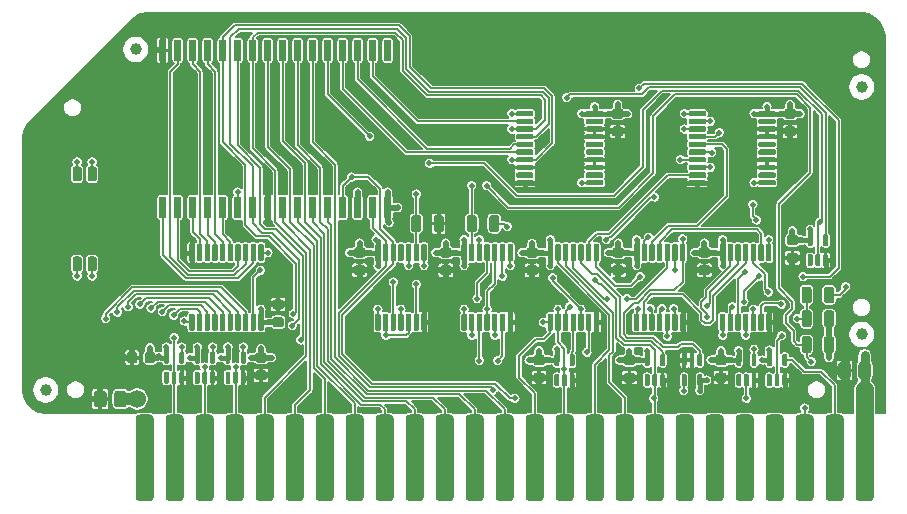
<source format=gtl>
G04 #@! TF.GenerationSoftware,KiCad,Pcbnew,(5.1.5-0-10_14)*
G04 #@! TF.CreationDate,2021-02-24T21:24:28-05:00*
G04 #@! TF.ProjectId,RAM128,52414d31-3238-42e6-9b69-6361645f7063,rev?*
G04 #@! TF.SameCoordinates,Original*
G04 #@! TF.FileFunction,Copper,L1,Top*
G04 #@! TF.FilePolarity,Positive*
%FSLAX46Y46*%
G04 Gerber Fmt 4.6, Leading zero omitted, Abs format (unit mm)*
G04 Created by KiCad (PCBNEW (5.1.5-0-10_14)) date 2021-02-24 21:24:28*
%MOMM*%
%LPD*%
G04 APERTURE LIST*
%ADD10C,0.100000*%
%ADD11C,1.000000*%
%ADD12C,1.524000*%
%ADD13C,0.600000*%
%ADD14C,0.500000*%
%ADD15C,0.800000*%
%ADD16C,1.524000*%
%ADD17C,0.762000*%
%ADD18C,0.500000*%
%ADD19C,0.450000*%
%ADD20C,0.400000*%
%ADD21C,0.150000*%
%ADD22C,1.000000*%
%ADD23C,0.152400*%
G04 APERTURE END LIST*
G04 #@! TA.AperFunction,SMDPad,CuDef*
D10*
G36*
X70693623Y-110617915D02*
G01*
X70712067Y-110620651D01*
X70730154Y-110625181D01*
X70747710Y-110631463D01*
X70764565Y-110639435D01*
X70780558Y-110649021D01*
X70795535Y-110660128D01*
X70809350Y-110672650D01*
X70821872Y-110686465D01*
X70832979Y-110701442D01*
X70842565Y-110717435D01*
X70850537Y-110734290D01*
X70856819Y-110751846D01*
X70861349Y-110769933D01*
X70864085Y-110788377D01*
X70865000Y-110807000D01*
X70865000Y-111697000D01*
X70864085Y-111715623D01*
X70861349Y-111734067D01*
X70856819Y-111752154D01*
X70850537Y-111769710D01*
X70842565Y-111786565D01*
X70832979Y-111802558D01*
X70821872Y-111817535D01*
X70809350Y-111831350D01*
X70795535Y-111843872D01*
X70780558Y-111854979D01*
X70764565Y-111864565D01*
X70747710Y-111872537D01*
X70730154Y-111878819D01*
X70712067Y-111883349D01*
X70693623Y-111886085D01*
X70675000Y-111887000D01*
X70295000Y-111887000D01*
X70276377Y-111886085D01*
X70257933Y-111883349D01*
X70239846Y-111878819D01*
X70222290Y-111872537D01*
X70205435Y-111864565D01*
X70189442Y-111854979D01*
X70174465Y-111843872D01*
X70160650Y-111831350D01*
X70148128Y-111817535D01*
X70137021Y-111802558D01*
X70127435Y-111786565D01*
X70119463Y-111769710D01*
X70113181Y-111752154D01*
X70108651Y-111734067D01*
X70105915Y-111715623D01*
X70105000Y-111697000D01*
X70105000Y-110807000D01*
X70105915Y-110788377D01*
X70108651Y-110769933D01*
X70113181Y-110751846D01*
X70119463Y-110734290D01*
X70127435Y-110717435D01*
X70137021Y-110701442D01*
X70148128Y-110686465D01*
X70160650Y-110672650D01*
X70174465Y-110660128D01*
X70189442Y-110649021D01*
X70205435Y-110639435D01*
X70222290Y-110631463D01*
X70239846Y-110625181D01*
X70257933Y-110620651D01*
X70276377Y-110617915D01*
X70295000Y-110617000D01*
X70675000Y-110617000D01*
X70693623Y-110617915D01*
G37*
G04 #@! TD.AperFunction*
G04 #@! TA.AperFunction,SMDPad,CuDef*
G36*
X71963623Y-110617915D02*
G01*
X71982067Y-110620651D01*
X72000154Y-110625181D01*
X72017710Y-110631463D01*
X72034565Y-110639435D01*
X72050558Y-110649021D01*
X72065535Y-110660128D01*
X72079350Y-110672650D01*
X72091872Y-110686465D01*
X72102979Y-110701442D01*
X72112565Y-110717435D01*
X72120537Y-110734290D01*
X72126819Y-110751846D01*
X72131349Y-110769933D01*
X72134085Y-110788377D01*
X72135000Y-110807000D01*
X72135000Y-111697000D01*
X72134085Y-111715623D01*
X72131349Y-111734067D01*
X72126819Y-111752154D01*
X72120537Y-111769710D01*
X72112565Y-111786565D01*
X72102979Y-111802558D01*
X72091872Y-111817535D01*
X72079350Y-111831350D01*
X72065535Y-111843872D01*
X72050558Y-111854979D01*
X72034565Y-111864565D01*
X72017710Y-111872537D01*
X72000154Y-111878819D01*
X71982067Y-111883349D01*
X71963623Y-111886085D01*
X71945000Y-111887000D01*
X71565000Y-111887000D01*
X71546377Y-111886085D01*
X71527933Y-111883349D01*
X71509846Y-111878819D01*
X71492290Y-111872537D01*
X71475435Y-111864565D01*
X71459442Y-111854979D01*
X71444465Y-111843872D01*
X71430650Y-111831350D01*
X71418128Y-111817535D01*
X71407021Y-111802558D01*
X71397435Y-111786565D01*
X71389463Y-111769710D01*
X71383181Y-111752154D01*
X71378651Y-111734067D01*
X71375915Y-111715623D01*
X71375000Y-111697000D01*
X71375000Y-110807000D01*
X71375915Y-110788377D01*
X71378651Y-110769933D01*
X71383181Y-110751846D01*
X71389463Y-110734290D01*
X71397435Y-110717435D01*
X71407021Y-110701442D01*
X71418128Y-110686465D01*
X71430650Y-110672650D01*
X71444465Y-110660128D01*
X71459442Y-110649021D01*
X71475435Y-110639435D01*
X71492290Y-110631463D01*
X71509846Y-110625181D01*
X71527933Y-110620651D01*
X71546377Y-110617915D01*
X71565000Y-110617000D01*
X71945000Y-110617000D01*
X71963623Y-110617915D01*
G37*
G04 #@! TD.AperFunction*
G04 #@! TA.AperFunction,SMDPad,CuDef*
G36*
X71963623Y-118237915D02*
G01*
X71982067Y-118240651D01*
X72000154Y-118245181D01*
X72017710Y-118251463D01*
X72034565Y-118259435D01*
X72050558Y-118269021D01*
X72065535Y-118280128D01*
X72079350Y-118292650D01*
X72091872Y-118306465D01*
X72102979Y-118321442D01*
X72112565Y-118337435D01*
X72120537Y-118354290D01*
X72126819Y-118371846D01*
X72131349Y-118389933D01*
X72134085Y-118408377D01*
X72135000Y-118427000D01*
X72135000Y-119317000D01*
X72134085Y-119335623D01*
X72131349Y-119354067D01*
X72126819Y-119372154D01*
X72120537Y-119389710D01*
X72112565Y-119406565D01*
X72102979Y-119422558D01*
X72091872Y-119437535D01*
X72079350Y-119451350D01*
X72065535Y-119463872D01*
X72050558Y-119474979D01*
X72034565Y-119484565D01*
X72017710Y-119492537D01*
X72000154Y-119498819D01*
X71982067Y-119503349D01*
X71963623Y-119506085D01*
X71945000Y-119507000D01*
X71565000Y-119507000D01*
X71546377Y-119506085D01*
X71527933Y-119503349D01*
X71509846Y-119498819D01*
X71492290Y-119492537D01*
X71475435Y-119484565D01*
X71459442Y-119474979D01*
X71444465Y-119463872D01*
X71430650Y-119451350D01*
X71418128Y-119437535D01*
X71407021Y-119422558D01*
X71397435Y-119406565D01*
X71389463Y-119389710D01*
X71383181Y-119372154D01*
X71378651Y-119354067D01*
X71375915Y-119335623D01*
X71375000Y-119317000D01*
X71375000Y-118427000D01*
X71375915Y-118408377D01*
X71378651Y-118389933D01*
X71383181Y-118371846D01*
X71389463Y-118354290D01*
X71397435Y-118337435D01*
X71407021Y-118321442D01*
X71418128Y-118306465D01*
X71430650Y-118292650D01*
X71444465Y-118280128D01*
X71459442Y-118269021D01*
X71475435Y-118259435D01*
X71492290Y-118251463D01*
X71509846Y-118245181D01*
X71527933Y-118240651D01*
X71546377Y-118237915D01*
X71565000Y-118237000D01*
X71945000Y-118237000D01*
X71963623Y-118237915D01*
G37*
G04 #@! TD.AperFunction*
G04 #@! TA.AperFunction,SMDPad,CuDef*
G36*
X70693623Y-118237915D02*
G01*
X70712067Y-118240651D01*
X70730154Y-118245181D01*
X70747710Y-118251463D01*
X70764565Y-118259435D01*
X70780558Y-118269021D01*
X70795535Y-118280128D01*
X70809350Y-118292650D01*
X70821872Y-118306465D01*
X70832979Y-118321442D01*
X70842565Y-118337435D01*
X70850537Y-118354290D01*
X70856819Y-118371846D01*
X70861349Y-118389933D01*
X70864085Y-118408377D01*
X70865000Y-118427000D01*
X70865000Y-119317000D01*
X70864085Y-119335623D01*
X70861349Y-119354067D01*
X70856819Y-119372154D01*
X70850537Y-119389710D01*
X70842565Y-119406565D01*
X70832979Y-119422558D01*
X70821872Y-119437535D01*
X70809350Y-119451350D01*
X70795535Y-119463872D01*
X70780558Y-119474979D01*
X70764565Y-119484565D01*
X70747710Y-119492537D01*
X70730154Y-119498819D01*
X70712067Y-119503349D01*
X70693623Y-119506085D01*
X70675000Y-119507000D01*
X70295000Y-119507000D01*
X70276377Y-119506085D01*
X70257933Y-119503349D01*
X70239846Y-119498819D01*
X70222290Y-119492537D01*
X70205435Y-119484565D01*
X70189442Y-119474979D01*
X70174465Y-119463872D01*
X70160650Y-119451350D01*
X70148128Y-119437535D01*
X70137021Y-119422558D01*
X70127435Y-119406565D01*
X70119463Y-119389710D01*
X70113181Y-119372154D01*
X70108651Y-119354067D01*
X70105915Y-119335623D01*
X70105000Y-119317000D01*
X70105000Y-118427000D01*
X70105915Y-118408377D01*
X70108651Y-118389933D01*
X70113181Y-118371846D01*
X70119463Y-118354290D01*
X70127435Y-118337435D01*
X70137021Y-118321442D01*
X70148128Y-118306465D01*
X70160650Y-118292650D01*
X70174465Y-118280128D01*
X70189442Y-118269021D01*
X70205435Y-118259435D01*
X70222290Y-118251463D01*
X70239846Y-118245181D01*
X70257933Y-118240651D01*
X70276377Y-118237915D01*
X70295000Y-118237000D01*
X70675000Y-118237000D01*
X70693623Y-118237915D01*
G37*
G04 #@! TD.AperFunction*
G04 #@! TA.AperFunction,SMDPad,CuDef*
G36*
X132483329Y-120801023D02*
G01*
X132503957Y-120804083D01*
X132524185Y-120809150D01*
X132543820Y-120816176D01*
X132562672Y-120825092D01*
X132580559Y-120835813D01*
X132597309Y-120848235D01*
X132612760Y-120862240D01*
X132626765Y-120877691D01*
X132639187Y-120894441D01*
X132649908Y-120912328D01*
X132658824Y-120931180D01*
X132665850Y-120950815D01*
X132670917Y-120971043D01*
X132673977Y-120991671D01*
X132675000Y-121012500D01*
X132675000Y-121987500D01*
X132673977Y-122008329D01*
X132670917Y-122028957D01*
X132665850Y-122049185D01*
X132658824Y-122068820D01*
X132649908Y-122087672D01*
X132639187Y-122105559D01*
X132626765Y-122122309D01*
X132612760Y-122137760D01*
X132597309Y-122151765D01*
X132580559Y-122164187D01*
X132562672Y-122174908D01*
X132543820Y-122183824D01*
X132524185Y-122190850D01*
X132503957Y-122195917D01*
X132483329Y-122198977D01*
X132462500Y-122200000D01*
X132037500Y-122200000D01*
X132016671Y-122198977D01*
X131996043Y-122195917D01*
X131975815Y-122190850D01*
X131956180Y-122183824D01*
X131937328Y-122174908D01*
X131919441Y-122164187D01*
X131902691Y-122151765D01*
X131887240Y-122137760D01*
X131873235Y-122122309D01*
X131860813Y-122105559D01*
X131850092Y-122087672D01*
X131841176Y-122068820D01*
X131834150Y-122049185D01*
X131829083Y-122028957D01*
X131826023Y-122008329D01*
X131825000Y-121987500D01*
X131825000Y-121012500D01*
X131826023Y-120991671D01*
X131829083Y-120971043D01*
X131834150Y-120950815D01*
X131841176Y-120931180D01*
X131850092Y-120912328D01*
X131860813Y-120894441D01*
X131873235Y-120877691D01*
X131887240Y-120862240D01*
X131902691Y-120848235D01*
X131919441Y-120835813D01*
X131937328Y-120825092D01*
X131956180Y-120816176D01*
X131975815Y-120809150D01*
X131996043Y-120804083D01*
X132016671Y-120801023D01*
X132037500Y-120800000D01*
X132462500Y-120800000D01*
X132483329Y-120801023D01*
G37*
G04 #@! TD.AperFunction*
G04 #@! TA.AperFunction,SMDPad,CuDef*
G36*
X134383329Y-120801023D02*
G01*
X134403957Y-120804083D01*
X134424185Y-120809150D01*
X134443820Y-120816176D01*
X134462672Y-120825092D01*
X134480559Y-120835813D01*
X134497309Y-120848235D01*
X134512760Y-120862240D01*
X134526765Y-120877691D01*
X134539187Y-120894441D01*
X134549908Y-120912328D01*
X134558824Y-120931180D01*
X134565850Y-120950815D01*
X134570917Y-120971043D01*
X134573977Y-120991671D01*
X134575000Y-121012500D01*
X134575000Y-121987500D01*
X134573977Y-122008329D01*
X134570917Y-122028957D01*
X134565850Y-122049185D01*
X134558824Y-122068820D01*
X134549908Y-122087672D01*
X134539187Y-122105559D01*
X134526765Y-122122309D01*
X134512760Y-122137760D01*
X134497309Y-122151765D01*
X134480559Y-122164187D01*
X134462672Y-122174908D01*
X134443820Y-122183824D01*
X134424185Y-122190850D01*
X134403957Y-122195917D01*
X134383329Y-122198977D01*
X134362500Y-122200000D01*
X133937500Y-122200000D01*
X133916671Y-122198977D01*
X133896043Y-122195917D01*
X133875815Y-122190850D01*
X133856180Y-122183824D01*
X133837328Y-122174908D01*
X133819441Y-122164187D01*
X133802691Y-122151765D01*
X133787240Y-122137760D01*
X133773235Y-122122309D01*
X133760813Y-122105559D01*
X133750092Y-122087672D01*
X133741176Y-122068820D01*
X133734150Y-122049185D01*
X133729083Y-122028957D01*
X133726023Y-122008329D01*
X133725000Y-121987500D01*
X133725000Y-121012500D01*
X133726023Y-120991671D01*
X133729083Y-120971043D01*
X133734150Y-120950815D01*
X133741176Y-120931180D01*
X133750092Y-120912328D01*
X133760813Y-120894441D01*
X133773235Y-120877691D01*
X133787240Y-120862240D01*
X133802691Y-120848235D01*
X133819441Y-120835813D01*
X133837328Y-120825092D01*
X133856180Y-120816176D01*
X133875815Y-120809150D01*
X133896043Y-120804083D01*
X133916671Y-120801023D01*
X133937500Y-120800000D01*
X134362500Y-120800000D01*
X134383329Y-120801023D01*
G37*
G04 #@! TD.AperFunction*
G04 #@! TA.AperFunction,SMDPad,CuDef*
G36*
X96938703Y-99867722D02*
G01*
X96953264Y-99869882D01*
X96967543Y-99873459D01*
X96981403Y-99878418D01*
X96994710Y-99884712D01*
X97007336Y-99892280D01*
X97019159Y-99901048D01*
X97030066Y-99910934D01*
X97039952Y-99921841D01*
X97048720Y-99933664D01*
X97056288Y-99946290D01*
X97062582Y-99959597D01*
X97067541Y-99973457D01*
X97071118Y-99987736D01*
X97073278Y-100002297D01*
X97074000Y-100017000D01*
X97074000Y-101567000D01*
X97073278Y-101581703D01*
X97071118Y-101596264D01*
X97067541Y-101610543D01*
X97062582Y-101624403D01*
X97056288Y-101637710D01*
X97048720Y-101650336D01*
X97039952Y-101662159D01*
X97030066Y-101673066D01*
X97019159Y-101682952D01*
X97007336Y-101691720D01*
X96994710Y-101699288D01*
X96981403Y-101705582D01*
X96967543Y-101710541D01*
X96953264Y-101714118D01*
X96938703Y-101716278D01*
X96924000Y-101717000D01*
X96624000Y-101717000D01*
X96609297Y-101716278D01*
X96594736Y-101714118D01*
X96580457Y-101710541D01*
X96566597Y-101705582D01*
X96553290Y-101699288D01*
X96540664Y-101691720D01*
X96528841Y-101682952D01*
X96517934Y-101673066D01*
X96508048Y-101662159D01*
X96499280Y-101650336D01*
X96491712Y-101637710D01*
X96485418Y-101624403D01*
X96480459Y-101610543D01*
X96476882Y-101596264D01*
X96474722Y-101581703D01*
X96474000Y-101567000D01*
X96474000Y-100017000D01*
X96474722Y-100002297D01*
X96476882Y-99987736D01*
X96480459Y-99973457D01*
X96485418Y-99959597D01*
X96491712Y-99946290D01*
X96499280Y-99933664D01*
X96508048Y-99921841D01*
X96517934Y-99910934D01*
X96528841Y-99901048D01*
X96540664Y-99892280D01*
X96553290Y-99884712D01*
X96566597Y-99878418D01*
X96580457Y-99873459D01*
X96594736Y-99869882D01*
X96609297Y-99867722D01*
X96624000Y-99867000D01*
X96924000Y-99867000D01*
X96938703Y-99867722D01*
G37*
G04 #@! TD.AperFunction*
G04 #@! TA.AperFunction,SMDPad,CuDef*
G36*
X95668703Y-99867722D02*
G01*
X95683264Y-99869882D01*
X95697543Y-99873459D01*
X95711403Y-99878418D01*
X95724710Y-99884712D01*
X95737336Y-99892280D01*
X95749159Y-99901048D01*
X95760066Y-99910934D01*
X95769952Y-99921841D01*
X95778720Y-99933664D01*
X95786288Y-99946290D01*
X95792582Y-99959597D01*
X95797541Y-99973457D01*
X95801118Y-99987736D01*
X95803278Y-100002297D01*
X95804000Y-100017000D01*
X95804000Y-101567000D01*
X95803278Y-101581703D01*
X95801118Y-101596264D01*
X95797541Y-101610543D01*
X95792582Y-101624403D01*
X95786288Y-101637710D01*
X95778720Y-101650336D01*
X95769952Y-101662159D01*
X95760066Y-101673066D01*
X95749159Y-101682952D01*
X95737336Y-101691720D01*
X95724710Y-101699288D01*
X95711403Y-101705582D01*
X95697543Y-101710541D01*
X95683264Y-101714118D01*
X95668703Y-101716278D01*
X95654000Y-101717000D01*
X95354000Y-101717000D01*
X95339297Y-101716278D01*
X95324736Y-101714118D01*
X95310457Y-101710541D01*
X95296597Y-101705582D01*
X95283290Y-101699288D01*
X95270664Y-101691720D01*
X95258841Y-101682952D01*
X95247934Y-101673066D01*
X95238048Y-101662159D01*
X95229280Y-101650336D01*
X95221712Y-101637710D01*
X95215418Y-101624403D01*
X95210459Y-101610543D01*
X95206882Y-101596264D01*
X95204722Y-101581703D01*
X95204000Y-101567000D01*
X95204000Y-100017000D01*
X95204722Y-100002297D01*
X95206882Y-99987736D01*
X95210459Y-99973457D01*
X95215418Y-99959597D01*
X95221712Y-99946290D01*
X95229280Y-99933664D01*
X95238048Y-99921841D01*
X95247934Y-99910934D01*
X95258841Y-99901048D01*
X95270664Y-99892280D01*
X95283290Y-99884712D01*
X95296597Y-99878418D01*
X95310457Y-99873459D01*
X95324736Y-99869882D01*
X95339297Y-99867722D01*
X95354000Y-99867000D01*
X95654000Y-99867000D01*
X95668703Y-99867722D01*
G37*
G04 #@! TD.AperFunction*
G04 #@! TA.AperFunction,SMDPad,CuDef*
G36*
X94398703Y-99867722D02*
G01*
X94413264Y-99869882D01*
X94427543Y-99873459D01*
X94441403Y-99878418D01*
X94454710Y-99884712D01*
X94467336Y-99892280D01*
X94479159Y-99901048D01*
X94490066Y-99910934D01*
X94499952Y-99921841D01*
X94508720Y-99933664D01*
X94516288Y-99946290D01*
X94522582Y-99959597D01*
X94527541Y-99973457D01*
X94531118Y-99987736D01*
X94533278Y-100002297D01*
X94534000Y-100017000D01*
X94534000Y-101567000D01*
X94533278Y-101581703D01*
X94531118Y-101596264D01*
X94527541Y-101610543D01*
X94522582Y-101624403D01*
X94516288Y-101637710D01*
X94508720Y-101650336D01*
X94499952Y-101662159D01*
X94490066Y-101673066D01*
X94479159Y-101682952D01*
X94467336Y-101691720D01*
X94454710Y-101699288D01*
X94441403Y-101705582D01*
X94427543Y-101710541D01*
X94413264Y-101714118D01*
X94398703Y-101716278D01*
X94384000Y-101717000D01*
X94084000Y-101717000D01*
X94069297Y-101716278D01*
X94054736Y-101714118D01*
X94040457Y-101710541D01*
X94026597Y-101705582D01*
X94013290Y-101699288D01*
X94000664Y-101691720D01*
X93988841Y-101682952D01*
X93977934Y-101673066D01*
X93968048Y-101662159D01*
X93959280Y-101650336D01*
X93951712Y-101637710D01*
X93945418Y-101624403D01*
X93940459Y-101610543D01*
X93936882Y-101596264D01*
X93934722Y-101581703D01*
X93934000Y-101567000D01*
X93934000Y-100017000D01*
X93934722Y-100002297D01*
X93936882Y-99987736D01*
X93940459Y-99973457D01*
X93945418Y-99959597D01*
X93951712Y-99946290D01*
X93959280Y-99933664D01*
X93968048Y-99921841D01*
X93977934Y-99910934D01*
X93988841Y-99901048D01*
X94000664Y-99892280D01*
X94013290Y-99884712D01*
X94026597Y-99878418D01*
X94040457Y-99873459D01*
X94054736Y-99869882D01*
X94069297Y-99867722D01*
X94084000Y-99867000D01*
X94384000Y-99867000D01*
X94398703Y-99867722D01*
G37*
G04 #@! TD.AperFunction*
G04 #@! TA.AperFunction,SMDPad,CuDef*
G36*
X93128703Y-99867722D02*
G01*
X93143264Y-99869882D01*
X93157543Y-99873459D01*
X93171403Y-99878418D01*
X93184710Y-99884712D01*
X93197336Y-99892280D01*
X93209159Y-99901048D01*
X93220066Y-99910934D01*
X93229952Y-99921841D01*
X93238720Y-99933664D01*
X93246288Y-99946290D01*
X93252582Y-99959597D01*
X93257541Y-99973457D01*
X93261118Y-99987736D01*
X93263278Y-100002297D01*
X93264000Y-100017000D01*
X93264000Y-101567000D01*
X93263278Y-101581703D01*
X93261118Y-101596264D01*
X93257541Y-101610543D01*
X93252582Y-101624403D01*
X93246288Y-101637710D01*
X93238720Y-101650336D01*
X93229952Y-101662159D01*
X93220066Y-101673066D01*
X93209159Y-101682952D01*
X93197336Y-101691720D01*
X93184710Y-101699288D01*
X93171403Y-101705582D01*
X93157543Y-101710541D01*
X93143264Y-101714118D01*
X93128703Y-101716278D01*
X93114000Y-101717000D01*
X92814000Y-101717000D01*
X92799297Y-101716278D01*
X92784736Y-101714118D01*
X92770457Y-101710541D01*
X92756597Y-101705582D01*
X92743290Y-101699288D01*
X92730664Y-101691720D01*
X92718841Y-101682952D01*
X92707934Y-101673066D01*
X92698048Y-101662159D01*
X92689280Y-101650336D01*
X92681712Y-101637710D01*
X92675418Y-101624403D01*
X92670459Y-101610543D01*
X92666882Y-101596264D01*
X92664722Y-101581703D01*
X92664000Y-101567000D01*
X92664000Y-100017000D01*
X92664722Y-100002297D01*
X92666882Y-99987736D01*
X92670459Y-99973457D01*
X92675418Y-99959597D01*
X92681712Y-99946290D01*
X92689280Y-99933664D01*
X92698048Y-99921841D01*
X92707934Y-99910934D01*
X92718841Y-99901048D01*
X92730664Y-99892280D01*
X92743290Y-99884712D01*
X92756597Y-99878418D01*
X92770457Y-99873459D01*
X92784736Y-99869882D01*
X92799297Y-99867722D01*
X92814000Y-99867000D01*
X93114000Y-99867000D01*
X93128703Y-99867722D01*
G37*
G04 #@! TD.AperFunction*
G04 #@! TA.AperFunction,SMDPad,CuDef*
G36*
X91858703Y-99867722D02*
G01*
X91873264Y-99869882D01*
X91887543Y-99873459D01*
X91901403Y-99878418D01*
X91914710Y-99884712D01*
X91927336Y-99892280D01*
X91939159Y-99901048D01*
X91950066Y-99910934D01*
X91959952Y-99921841D01*
X91968720Y-99933664D01*
X91976288Y-99946290D01*
X91982582Y-99959597D01*
X91987541Y-99973457D01*
X91991118Y-99987736D01*
X91993278Y-100002297D01*
X91994000Y-100017000D01*
X91994000Y-101567000D01*
X91993278Y-101581703D01*
X91991118Y-101596264D01*
X91987541Y-101610543D01*
X91982582Y-101624403D01*
X91976288Y-101637710D01*
X91968720Y-101650336D01*
X91959952Y-101662159D01*
X91950066Y-101673066D01*
X91939159Y-101682952D01*
X91927336Y-101691720D01*
X91914710Y-101699288D01*
X91901403Y-101705582D01*
X91887543Y-101710541D01*
X91873264Y-101714118D01*
X91858703Y-101716278D01*
X91844000Y-101717000D01*
X91544000Y-101717000D01*
X91529297Y-101716278D01*
X91514736Y-101714118D01*
X91500457Y-101710541D01*
X91486597Y-101705582D01*
X91473290Y-101699288D01*
X91460664Y-101691720D01*
X91448841Y-101682952D01*
X91437934Y-101673066D01*
X91428048Y-101662159D01*
X91419280Y-101650336D01*
X91411712Y-101637710D01*
X91405418Y-101624403D01*
X91400459Y-101610543D01*
X91396882Y-101596264D01*
X91394722Y-101581703D01*
X91394000Y-101567000D01*
X91394000Y-100017000D01*
X91394722Y-100002297D01*
X91396882Y-99987736D01*
X91400459Y-99973457D01*
X91405418Y-99959597D01*
X91411712Y-99946290D01*
X91419280Y-99933664D01*
X91428048Y-99921841D01*
X91437934Y-99910934D01*
X91448841Y-99901048D01*
X91460664Y-99892280D01*
X91473290Y-99884712D01*
X91486597Y-99878418D01*
X91500457Y-99873459D01*
X91514736Y-99869882D01*
X91529297Y-99867722D01*
X91544000Y-99867000D01*
X91844000Y-99867000D01*
X91858703Y-99867722D01*
G37*
G04 #@! TD.AperFunction*
G04 #@! TA.AperFunction,SMDPad,CuDef*
G36*
X90588703Y-99867722D02*
G01*
X90603264Y-99869882D01*
X90617543Y-99873459D01*
X90631403Y-99878418D01*
X90644710Y-99884712D01*
X90657336Y-99892280D01*
X90669159Y-99901048D01*
X90680066Y-99910934D01*
X90689952Y-99921841D01*
X90698720Y-99933664D01*
X90706288Y-99946290D01*
X90712582Y-99959597D01*
X90717541Y-99973457D01*
X90721118Y-99987736D01*
X90723278Y-100002297D01*
X90724000Y-100017000D01*
X90724000Y-101567000D01*
X90723278Y-101581703D01*
X90721118Y-101596264D01*
X90717541Y-101610543D01*
X90712582Y-101624403D01*
X90706288Y-101637710D01*
X90698720Y-101650336D01*
X90689952Y-101662159D01*
X90680066Y-101673066D01*
X90669159Y-101682952D01*
X90657336Y-101691720D01*
X90644710Y-101699288D01*
X90631403Y-101705582D01*
X90617543Y-101710541D01*
X90603264Y-101714118D01*
X90588703Y-101716278D01*
X90574000Y-101717000D01*
X90274000Y-101717000D01*
X90259297Y-101716278D01*
X90244736Y-101714118D01*
X90230457Y-101710541D01*
X90216597Y-101705582D01*
X90203290Y-101699288D01*
X90190664Y-101691720D01*
X90178841Y-101682952D01*
X90167934Y-101673066D01*
X90158048Y-101662159D01*
X90149280Y-101650336D01*
X90141712Y-101637710D01*
X90135418Y-101624403D01*
X90130459Y-101610543D01*
X90126882Y-101596264D01*
X90124722Y-101581703D01*
X90124000Y-101567000D01*
X90124000Y-100017000D01*
X90124722Y-100002297D01*
X90126882Y-99987736D01*
X90130459Y-99973457D01*
X90135418Y-99959597D01*
X90141712Y-99946290D01*
X90149280Y-99933664D01*
X90158048Y-99921841D01*
X90167934Y-99910934D01*
X90178841Y-99901048D01*
X90190664Y-99892280D01*
X90203290Y-99884712D01*
X90216597Y-99878418D01*
X90230457Y-99873459D01*
X90244736Y-99869882D01*
X90259297Y-99867722D01*
X90274000Y-99867000D01*
X90574000Y-99867000D01*
X90588703Y-99867722D01*
G37*
G04 #@! TD.AperFunction*
G04 #@! TA.AperFunction,SMDPad,CuDef*
G36*
X89318703Y-99867722D02*
G01*
X89333264Y-99869882D01*
X89347543Y-99873459D01*
X89361403Y-99878418D01*
X89374710Y-99884712D01*
X89387336Y-99892280D01*
X89399159Y-99901048D01*
X89410066Y-99910934D01*
X89419952Y-99921841D01*
X89428720Y-99933664D01*
X89436288Y-99946290D01*
X89442582Y-99959597D01*
X89447541Y-99973457D01*
X89451118Y-99987736D01*
X89453278Y-100002297D01*
X89454000Y-100017000D01*
X89454000Y-101567000D01*
X89453278Y-101581703D01*
X89451118Y-101596264D01*
X89447541Y-101610543D01*
X89442582Y-101624403D01*
X89436288Y-101637710D01*
X89428720Y-101650336D01*
X89419952Y-101662159D01*
X89410066Y-101673066D01*
X89399159Y-101682952D01*
X89387336Y-101691720D01*
X89374710Y-101699288D01*
X89361403Y-101705582D01*
X89347543Y-101710541D01*
X89333264Y-101714118D01*
X89318703Y-101716278D01*
X89304000Y-101717000D01*
X89004000Y-101717000D01*
X88989297Y-101716278D01*
X88974736Y-101714118D01*
X88960457Y-101710541D01*
X88946597Y-101705582D01*
X88933290Y-101699288D01*
X88920664Y-101691720D01*
X88908841Y-101682952D01*
X88897934Y-101673066D01*
X88888048Y-101662159D01*
X88879280Y-101650336D01*
X88871712Y-101637710D01*
X88865418Y-101624403D01*
X88860459Y-101610543D01*
X88856882Y-101596264D01*
X88854722Y-101581703D01*
X88854000Y-101567000D01*
X88854000Y-100017000D01*
X88854722Y-100002297D01*
X88856882Y-99987736D01*
X88860459Y-99973457D01*
X88865418Y-99959597D01*
X88871712Y-99946290D01*
X88879280Y-99933664D01*
X88888048Y-99921841D01*
X88897934Y-99910934D01*
X88908841Y-99901048D01*
X88920664Y-99892280D01*
X88933290Y-99884712D01*
X88946597Y-99878418D01*
X88960457Y-99873459D01*
X88974736Y-99869882D01*
X88989297Y-99867722D01*
X89004000Y-99867000D01*
X89304000Y-99867000D01*
X89318703Y-99867722D01*
G37*
G04 #@! TD.AperFunction*
G04 #@! TA.AperFunction,SMDPad,CuDef*
G36*
X88048703Y-99867722D02*
G01*
X88063264Y-99869882D01*
X88077543Y-99873459D01*
X88091403Y-99878418D01*
X88104710Y-99884712D01*
X88117336Y-99892280D01*
X88129159Y-99901048D01*
X88140066Y-99910934D01*
X88149952Y-99921841D01*
X88158720Y-99933664D01*
X88166288Y-99946290D01*
X88172582Y-99959597D01*
X88177541Y-99973457D01*
X88181118Y-99987736D01*
X88183278Y-100002297D01*
X88184000Y-100017000D01*
X88184000Y-101567000D01*
X88183278Y-101581703D01*
X88181118Y-101596264D01*
X88177541Y-101610543D01*
X88172582Y-101624403D01*
X88166288Y-101637710D01*
X88158720Y-101650336D01*
X88149952Y-101662159D01*
X88140066Y-101673066D01*
X88129159Y-101682952D01*
X88117336Y-101691720D01*
X88104710Y-101699288D01*
X88091403Y-101705582D01*
X88077543Y-101710541D01*
X88063264Y-101714118D01*
X88048703Y-101716278D01*
X88034000Y-101717000D01*
X87734000Y-101717000D01*
X87719297Y-101716278D01*
X87704736Y-101714118D01*
X87690457Y-101710541D01*
X87676597Y-101705582D01*
X87663290Y-101699288D01*
X87650664Y-101691720D01*
X87638841Y-101682952D01*
X87627934Y-101673066D01*
X87618048Y-101662159D01*
X87609280Y-101650336D01*
X87601712Y-101637710D01*
X87595418Y-101624403D01*
X87590459Y-101610543D01*
X87586882Y-101596264D01*
X87584722Y-101581703D01*
X87584000Y-101567000D01*
X87584000Y-100017000D01*
X87584722Y-100002297D01*
X87586882Y-99987736D01*
X87590459Y-99973457D01*
X87595418Y-99959597D01*
X87601712Y-99946290D01*
X87609280Y-99933664D01*
X87618048Y-99921841D01*
X87627934Y-99910934D01*
X87638841Y-99901048D01*
X87650664Y-99892280D01*
X87663290Y-99884712D01*
X87676597Y-99878418D01*
X87690457Y-99873459D01*
X87704736Y-99869882D01*
X87719297Y-99867722D01*
X87734000Y-99867000D01*
X88034000Y-99867000D01*
X88048703Y-99867722D01*
G37*
G04 #@! TD.AperFunction*
G04 #@! TA.AperFunction,SMDPad,CuDef*
G36*
X86778703Y-99867722D02*
G01*
X86793264Y-99869882D01*
X86807543Y-99873459D01*
X86821403Y-99878418D01*
X86834710Y-99884712D01*
X86847336Y-99892280D01*
X86859159Y-99901048D01*
X86870066Y-99910934D01*
X86879952Y-99921841D01*
X86888720Y-99933664D01*
X86896288Y-99946290D01*
X86902582Y-99959597D01*
X86907541Y-99973457D01*
X86911118Y-99987736D01*
X86913278Y-100002297D01*
X86914000Y-100017000D01*
X86914000Y-101567000D01*
X86913278Y-101581703D01*
X86911118Y-101596264D01*
X86907541Y-101610543D01*
X86902582Y-101624403D01*
X86896288Y-101637710D01*
X86888720Y-101650336D01*
X86879952Y-101662159D01*
X86870066Y-101673066D01*
X86859159Y-101682952D01*
X86847336Y-101691720D01*
X86834710Y-101699288D01*
X86821403Y-101705582D01*
X86807543Y-101710541D01*
X86793264Y-101714118D01*
X86778703Y-101716278D01*
X86764000Y-101717000D01*
X86464000Y-101717000D01*
X86449297Y-101716278D01*
X86434736Y-101714118D01*
X86420457Y-101710541D01*
X86406597Y-101705582D01*
X86393290Y-101699288D01*
X86380664Y-101691720D01*
X86368841Y-101682952D01*
X86357934Y-101673066D01*
X86348048Y-101662159D01*
X86339280Y-101650336D01*
X86331712Y-101637710D01*
X86325418Y-101624403D01*
X86320459Y-101610543D01*
X86316882Y-101596264D01*
X86314722Y-101581703D01*
X86314000Y-101567000D01*
X86314000Y-100017000D01*
X86314722Y-100002297D01*
X86316882Y-99987736D01*
X86320459Y-99973457D01*
X86325418Y-99959597D01*
X86331712Y-99946290D01*
X86339280Y-99933664D01*
X86348048Y-99921841D01*
X86357934Y-99910934D01*
X86368841Y-99901048D01*
X86380664Y-99892280D01*
X86393290Y-99884712D01*
X86406597Y-99878418D01*
X86420457Y-99873459D01*
X86434736Y-99869882D01*
X86449297Y-99867722D01*
X86464000Y-99867000D01*
X86764000Y-99867000D01*
X86778703Y-99867722D01*
G37*
G04 #@! TD.AperFunction*
G04 #@! TA.AperFunction,SMDPad,CuDef*
G36*
X85508703Y-99867722D02*
G01*
X85523264Y-99869882D01*
X85537543Y-99873459D01*
X85551403Y-99878418D01*
X85564710Y-99884712D01*
X85577336Y-99892280D01*
X85589159Y-99901048D01*
X85600066Y-99910934D01*
X85609952Y-99921841D01*
X85618720Y-99933664D01*
X85626288Y-99946290D01*
X85632582Y-99959597D01*
X85637541Y-99973457D01*
X85641118Y-99987736D01*
X85643278Y-100002297D01*
X85644000Y-100017000D01*
X85644000Y-101567000D01*
X85643278Y-101581703D01*
X85641118Y-101596264D01*
X85637541Y-101610543D01*
X85632582Y-101624403D01*
X85626288Y-101637710D01*
X85618720Y-101650336D01*
X85609952Y-101662159D01*
X85600066Y-101673066D01*
X85589159Y-101682952D01*
X85577336Y-101691720D01*
X85564710Y-101699288D01*
X85551403Y-101705582D01*
X85537543Y-101710541D01*
X85523264Y-101714118D01*
X85508703Y-101716278D01*
X85494000Y-101717000D01*
X85194000Y-101717000D01*
X85179297Y-101716278D01*
X85164736Y-101714118D01*
X85150457Y-101710541D01*
X85136597Y-101705582D01*
X85123290Y-101699288D01*
X85110664Y-101691720D01*
X85098841Y-101682952D01*
X85087934Y-101673066D01*
X85078048Y-101662159D01*
X85069280Y-101650336D01*
X85061712Y-101637710D01*
X85055418Y-101624403D01*
X85050459Y-101610543D01*
X85046882Y-101596264D01*
X85044722Y-101581703D01*
X85044000Y-101567000D01*
X85044000Y-100017000D01*
X85044722Y-100002297D01*
X85046882Y-99987736D01*
X85050459Y-99973457D01*
X85055418Y-99959597D01*
X85061712Y-99946290D01*
X85069280Y-99933664D01*
X85078048Y-99921841D01*
X85087934Y-99910934D01*
X85098841Y-99901048D01*
X85110664Y-99892280D01*
X85123290Y-99884712D01*
X85136597Y-99878418D01*
X85150457Y-99873459D01*
X85164736Y-99869882D01*
X85179297Y-99867722D01*
X85194000Y-99867000D01*
X85494000Y-99867000D01*
X85508703Y-99867722D01*
G37*
G04 #@! TD.AperFunction*
G04 #@! TA.AperFunction,SMDPad,CuDef*
G36*
X84238703Y-99867722D02*
G01*
X84253264Y-99869882D01*
X84267543Y-99873459D01*
X84281403Y-99878418D01*
X84294710Y-99884712D01*
X84307336Y-99892280D01*
X84319159Y-99901048D01*
X84330066Y-99910934D01*
X84339952Y-99921841D01*
X84348720Y-99933664D01*
X84356288Y-99946290D01*
X84362582Y-99959597D01*
X84367541Y-99973457D01*
X84371118Y-99987736D01*
X84373278Y-100002297D01*
X84374000Y-100017000D01*
X84374000Y-101567000D01*
X84373278Y-101581703D01*
X84371118Y-101596264D01*
X84367541Y-101610543D01*
X84362582Y-101624403D01*
X84356288Y-101637710D01*
X84348720Y-101650336D01*
X84339952Y-101662159D01*
X84330066Y-101673066D01*
X84319159Y-101682952D01*
X84307336Y-101691720D01*
X84294710Y-101699288D01*
X84281403Y-101705582D01*
X84267543Y-101710541D01*
X84253264Y-101714118D01*
X84238703Y-101716278D01*
X84224000Y-101717000D01*
X83924000Y-101717000D01*
X83909297Y-101716278D01*
X83894736Y-101714118D01*
X83880457Y-101710541D01*
X83866597Y-101705582D01*
X83853290Y-101699288D01*
X83840664Y-101691720D01*
X83828841Y-101682952D01*
X83817934Y-101673066D01*
X83808048Y-101662159D01*
X83799280Y-101650336D01*
X83791712Y-101637710D01*
X83785418Y-101624403D01*
X83780459Y-101610543D01*
X83776882Y-101596264D01*
X83774722Y-101581703D01*
X83774000Y-101567000D01*
X83774000Y-100017000D01*
X83774722Y-100002297D01*
X83776882Y-99987736D01*
X83780459Y-99973457D01*
X83785418Y-99959597D01*
X83791712Y-99946290D01*
X83799280Y-99933664D01*
X83808048Y-99921841D01*
X83817934Y-99910934D01*
X83828841Y-99901048D01*
X83840664Y-99892280D01*
X83853290Y-99884712D01*
X83866597Y-99878418D01*
X83880457Y-99873459D01*
X83894736Y-99869882D01*
X83909297Y-99867722D01*
X83924000Y-99867000D01*
X84224000Y-99867000D01*
X84238703Y-99867722D01*
G37*
G04 #@! TD.AperFunction*
G04 #@! TA.AperFunction,SMDPad,CuDef*
G36*
X82968703Y-99867722D02*
G01*
X82983264Y-99869882D01*
X82997543Y-99873459D01*
X83011403Y-99878418D01*
X83024710Y-99884712D01*
X83037336Y-99892280D01*
X83049159Y-99901048D01*
X83060066Y-99910934D01*
X83069952Y-99921841D01*
X83078720Y-99933664D01*
X83086288Y-99946290D01*
X83092582Y-99959597D01*
X83097541Y-99973457D01*
X83101118Y-99987736D01*
X83103278Y-100002297D01*
X83104000Y-100017000D01*
X83104000Y-101567000D01*
X83103278Y-101581703D01*
X83101118Y-101596264D01*
X83097541Y-101610543D01*
X83092582Y-101624403D01*
X83086288Y-101637710D01*
X83078720Y-101650336D01*
X83069952Y-101662159D01*
X83060066Y-101673066D01*
X83049159Y-101682952D01*
X83037336Y-101691720D01*
X83024710Y-101699288D01*
X83011403Y-101705582D01*
X82997543Y-101710541D01*
X82983264Y-101714118D01*
X82968703Y-101716278D01*
X82954000Y-101717000D01*
X82654000Y-101717000D01*
X82639297Y-101716278D01*
X82624736Y-101714118D01*
X82610457Y-101710541D01*
X82596597Y-101705582D01*
X82583290Y-101699288D01*
X82570664Y-101691720D01*
X82558841Y-101682952D01*
X82547934Y-101673066D01*
X82538048Y-101662159D01*
X82529280Y-101650336D01*
X82521712Y-101637710D01*
X82515418Y-101624403D01*
X82510459Y-101610543D01*
X82506882Y-101596264D01*
X82504722Y-101581703D01*
X82504000Y-101567000D01*
X82504000Y-100017000D01*
X82504722Y-100002297D01*
X82506882Y-99987736D01*
X82510459Y-99973457D01*
X82515418Y-99959597D01*
X82521712Y-99946290D01*
X82529280Y-99933664D01*
X82538048Y-99921841D01*
X82547934Y-99910934D01*
X82558841Y-99901048D01*
X82570664Y-99892280D01*
X82583290Y-99884712D01*
X82596597Y-99878418D01*
X82610457Y-99873459D01*
X82624736Y-99869882D01*
X82639297Y-99867722D01*
X82654000Y-99867000D01*
X82954000Y-99867000D01*
X82968703Y-99867722D01*
G37*
G04 #@! TD.AperFunction*
G04 #@! TA.AperFunction,SMDPad,CuDef*
G36*
X81698703Y-99867722D02*
G01*
X81713264Y-99869882D01*
X81727543Y-99873459D01*
X81741403Y-99878418D01*
X81754710Y-99884712D01*
X81767336Y-99892280D01*
X81779159Y-99901048D01*
X81790066Y-99910934D01*
X81799952Y-99921841D01*
X81808720Y-99933664D01*
X81816288Y-99946290D01*
X81822582Y-99959597D01*
X81827541Y-99973457D01*
X81831118Y-99987736D01*
X81833278Y-100002297D01*
X81834000Y-100017000D01*
X81834000Y-101567000D01*
X81833278Y-101581703D01*
X81831118Y-101596264D01*
X81827541Y-101610543D01*
X81822582Y-101624403D01*
X81816288Y-101637710D01*
X81808720Y-101650336D01*
X81799952Y-101662159D01*
X81790066Y-101673066D01*
X81779159Y-101682952D01*
X81767336Y-101691720D01*
X81754710Y-101699288D01*
X81741403Y-101705582D01*
X81727543Y-101710541D01*
X81713264Y-101714118D01*
X81698703Y-101716278D01*
X81684000Y-101717000D01*
X81384000Y-101717000D01*
X81369297Y-101716278D01*
X81354736Y-101714118D01*
X81340457Y-101710541D01*
X81326597Y-101705582D01*
X81313290Y-101699288D01*
X81300664Y-101691720D01*
X81288841Y-101682952D01*
X81277934Y-101673066D01*
X81268048Y-101662159D01*
X81259280Y-101650336D01*
X81251712Y-101637710D01*
X81245418Y-101624403D01*
X81240459Y-101610543D01*
X81236882Y-101596264D01*
X81234722Y-101581703D01*
X81234000Y-101567000D01*
X81234000Y-100017000D01*
X81234722Y-100002297D01*
X81236882Y-99987736D01*
X81240459Y-99973457D01*
X81245418Y-99959597D01*
X81251712Y-99946290D01*
X81259280Y-99933664D01*
X81268048Y-99921841D01*
X81277934Y-99910934D01*
X81288841Y-99901048D01*
X81300664Y-99892280D01*
X81313290Y-99884712D01*
X81326597Y-99878418D01*
X81340457Y-99873459D01*
X81354736Y-99869882D01*
X81369297Y-99867722D01*
X81384000Y-99867000D01*
X81684000Y-99867000D01*
X81698703Y-99867722D01*
G37*
G04 #@! TD.AperFunction*
G04 #@! TA.AperFunction,SMDPad,CuDef*
G36*
X80428703Y-99867722D02*
G01*
X80443264Y-99869882D01*
X80457543Y-99873459D01*
X80471403Y-99878418D01*
X80484710Y-99884712D01*
X80497336Y-99892280D01*
X80509159Y-99901048D01*
X80520066Y-99910934D01*
X80529952Y-99921841D01*
X80538720Y-99933664D01*
X80546288Y-99946290D01*
X80552582Y-99959597D01*
X80557541Y-99973457D01*
X80561118Y-99987736D01*
X80563278Y-100002297D01*
X80564000Y-100017000D01*
X80564000Y-101567000D01*
X80563278Y-101581703D01*
X80561118Y-101596264D01*
X80557541Y-101610543D01*
X80552582Y-101624403D01*
X80546288Y-101637710D01*
X80538720Y-101650336D01*
X80529952Y-101662159D01*
X80520066Y-101673066D01*
X80509159Y-101682952D01*
X80497336Y-101691720D01*
X80484710Y-101699288D01*
X80471403Y-101705582D01*
X80457543Y-101710541D01*
X80443264Y-101714118D01*
X80428703Y-101716278D01*
X80414000Y-101717000D01*
X80114000Y-101717000D01*
X80099297Y-101716278D01*
X80084736Y-101714118D01*
X80070457Y-101710541D01*
X80056597Y-101705582D01*
X80043290Y-101699288D01*
X80030664Y-101691720D01*
X80018841Y-101682952D01*
X80007934Y-101673066D01*
X79998048Y-101662159D01*
X79989280Y-101650336D01*
X79981712Y-101637710D01*
X79975418Y-101624403D01*
X79970459Y-101610543D01*
X79966882Y-101596264D01*
X79964722Y-101581703D01*
X79964000Y-101567000D01*
X79964000Y-100017000D01*
X79964722Y-100002297D01*
X79966882Y-99987736D01*
X79970459Y-99973457D01*
X79975418Y-99959597D01*
X79981712Y-99946290D01*
X79989280Y-99933664D01*
X79998048Y-99921841D01*
X80007934Y-99910934D01*
X80018841Y-99901048D01*
X80030664Y-99892280D01*
X80043290Y-99884712D01*
X80056597Y-99878418D01*
X80070457Y-99873459D01*
X80084736Y-99869882D01*
X80099297Y-99867722D01*
X80114000Y-99867000D01*
X80414000Y-99867000D01*
X80428703Y-99867722D01*
G37*
G04 #@! TD.AperFunction*
G04 #@! TA.AperFunction,SMDPad,CuDef*
G36*
X79158703Y-99867722D02*
G01*
X79173264Y-99869882D01*
X79187543Y-99873459D01*
X79201403Y-99878418D01*
X79214710Y-99884712D01*
X79227336Y-99892280D01*
X79239159Y-99901048D01*
X79250066Y-99910934D01*
X79259952Y-99921841D01*
X79268720Y-99933664D01*
X79276288Y-99946290D01*
X79282582Y-99959597D01*
X79287541Y-99973457D01*
X79291118Y-99987736D01*
X79293278Y-100002297D01*
X79294000Y-100017000D01*
X79294000Y-101567000D01*
X79293278Y-101581703D01*
X79291118Y-101596264D01*
X79287541Y-101610543D01*
X79282582Y-101624403D01*
X79276288Y-101637710D01*
X79268720Y-101650336D01*
X79259952Y-101662159D01*
X79250066Y-101673066D01*
X79239159Y-101682952D01*
X79227336Y-101691720D01*
X79214710Y-101699288D01*
X79201403Y-101705582D01*
X79187543Y-101710541D01*
X79173264Y-101714118D01*
X79158703Y-101716278D01*
X79144000Y-101717000D01*
X78844000Y-101717000D01*
X78829297Y-101716278D01*
X78814736Y-101714118D01*
X78800457Y-101710541D01*
X78786597Y-101705582D01*
X78773290Y-101699288D01*
X78760664Y-101691720D01*
X78748841Y-101682952D01*
X78737934Y-101673066D01*
X78728048Y-101662159D01*
X78719280Y-101650336D01*
X78711712Y-101637710D01*
X78705418Y-101624403D01*
X78700459Y-101610543D01*
X78696882Y-101596264D01*
X78694722Y-101581703D01*
X78694000Y-101567000D01*
X78694000Y-100017000D01*
X78694722Y-100002297D01*
X78696882Y-99987736D01*
X78700459Y-99973457D01*
X78705418Y-99959597D01*
X78711712Y-99946290D01*
X78719280Y-99933664D01*
X78728048Y-99921841D01*
X78737934Y-99910934D01*
X78748841Y-99901048D01*
X78760664Y-99892280D01*
X78773290Y-99884712D01*
X78786597Y-99878418D01*
X78800457Y-99873459D01*
X78814736Y-99869882D01*
X78829297Y-99867722D01*
X78844000Y-99867000D01*
X79144000Y-99867000D01*
X79158703Y-99867722D01*
G37*
G04 #@! TD.AperFunction*
G04 #@! TA.AperFunction,SMDPad,CuDef*
G36*
X77888703Y-99867722D02*
G01*
X77903264Y-99869882D01*
X77917543Y-99873459D01*
X77931403Y-99878418D01*
X77944710Y-99884712D01*
X77957336Y-99892280D01*
X77969159Y-99901048D01*
X77980066Y-99910934D01*
X77989952Y-99921841D01*
X77998720Y-99933664D01*
X78006288Y-99946290D01*
X78012582Y-99959597D01*
X78017541Y-99973457D01*
X78021118Y-99987736D01*
X78023278Y-100002297D01*
X78024000Y-100017000D01*
X78024000Y-101567000D01*
X78023278Y-101581703D01*
X78021118Y-101596264D01*
X78017541Y-101610543D01*
X78012582Y-101624403D01*
X78006288Y-101637710D01*
X77998720Y-101650336D01*
X77989952Y-101662159D01*
X77980066Y-101673066D01*
X77969159Y-101682952D01*
X77957336Y-101691720D01*
X77944710Y-101699288D01*
X77931403Y-101705582D01*
X77917543Y-101710541D01*
X77903264Y-101714118D01*
X77888703Y-101716278D01*
X77874000Y-101717000D01*
X77574000Y-101717000D01*
X77559297Y-101716278D01*
X77544736Y-101714118D01*
X77530457Y-101710541D01*
X77516597Y-101705582D01*
X77503290Y-101699288D01*
X77490664Y-101691720D01*
X77478841Y-101682952D01*
X77467934Y-101673066D01*
X77458048Y-101662159D01*
X77449280Y-101650336D01*
X77441712Y-101637710D01*
X77435418Y-101624403D01*
X77430459Y-101610543D01*
X77426882Y-101596264D01*
X77424722Y-101581703D01*
X77424000Y-101567000D01*
X77424000Y-100017000D01*
X77424722Y-100002297D01*
X77426882Y-99987736D01*
X77430459Y-99973457D01*
X77435418Y-99959597D01*
X77441712Y-99946290D01*
X77449280Y-99933664D01*
X77458048Y-99921841D01*
X77467934Y-99910934D01*
X77478841Y-99901048D01*
X77490664Y-99892280D01*
X77503290Y-99884712D01*
X77516597Y-99878418D01*
X77530457Y-99873459D01*
X77544736Y-99869882D01*
X77559297Y-99867722D01*
X77574000Y-99867000D01*
X77874000Y-99867000D01*
X77888703Y-99867722D01*
G37*
G04 #@! TD.AperFunction*
G04 #@! TA.AperFunction,SMDPad,CuDef*
G36*
X77888703Y-113167722D02*
G01*
X77903264Y-113169882D01*
X77917543Y-113173459D01*
X77931403Y-113178418D01*
X77944710Y-113184712D01*
X77957336Y-113192280D01*
X77969159Y-113201048D01*
X77980066Y-113210934D01*
X77989952Y-113221841D01*
X77998720Y-113233664D01*
X78006288Y-113246290D01*
X78012582Y-113259597D01*
X78017541Y-113273457D01*
X78021118Y-113287736D01*
X78023278Y-113302297D01*
X78024000Y-113317000D01*
X78024000Y-114867000D01*
X78023278Y-114881703D01*
X78021118Y-114896264D01*
X78017541Y-114910543D01*
X78012582Y-114924403D01*
X78006288Y-114937710D01*
X77998720Y-114950336D01*
X77989952Y-114962159D01*
X77980066Y-114973066D01*
X77969159Y-114982952D01*
X77957336Y-114991720D01*
X77944710Y-114999288D01*
X77931403Y-115005582D01*
X77917543Y-115010541D01*
X77903264Y-115014118D01*
X77888703Y-115016278D01*
X77874000Y-115017000D01*
X77574000Y-115017000D01*
X77559297Y-115016278D01*
X77544736Y-115014118D01*
X77530457Y-115010541D01*
X77516597Y-115005582D01*
X77503290Y-114999288D01*
X77490664Y-114991720D01*
X77478841Y-114982952D01*
X77467934Y-114973066D01*
X77458048Y-114962159D01*
X77449280Y-114950336D01*
X77441712Y-114937710D01*
X77435418Y-114924403D01*
X77430459Y-114910543D01*
X77426882Y-114896264D01*
X77424722Y-114881703D01*
X77424000Y-114867000D01*
X77424000Y-113317000D01*
X77424722Y-113302297D01*
X77426882Y-113287736D01*
X77430459Y-113273457D01*
X77435418Y-113259597D01*
X77441712Y-113246290D01*
X77449280Y-113233664D01*
X77458048Y-113221841D01*
X77467934Y-113210934D01*
X77478841Y-113201048D01*
X77490664Y-113192280D01*
X77503290Y-113184712D01*
X77516597Y-113178418D01*
X77530457Y-113173459D01*
X77544736Y-113169882D01*
X77559297Y-113167722D01*
X77574000Y-113167000D01*
X77874000Y-113167000D01*
X77888703Y-113167722D01*
G37*
G04 #@! TD.AperFunction*
G04 #@! TA.AperFunction,SMDPad,CuDef*
G36*
X79158703Y-113167722D02*
G01*
X79173264Y-113169882D01*
X79187543Y-113173459D01*
X79201403Y-113178418D01*
X79214710Y-113184712D01*
X79227336Y-113192280D01*
X79239159Y-113201048D01*
X79250066Y-113210934D01*
X79259952Y-113221841D01*
X79268720Y-113233664D01*
X79276288Y-113246290D01*
X79282582Y-113259597D01*
X79287541Y-113273457D01*
X79291118Y-113287736D01*
X79293278Y-113302297D01*
X79294000Y-113317000D01*
X79294000Y-114867000D01*
X79293278Y-114881703D01*
X79291118Y-114896264D01*
X79287541Y-114910543D01*
X79282582Y-114924403D01*
X79276288Y-114937710D01*
X79268720Y-114950336D01*
X79259952Y-114962159D01*
X79250066Y-114973066D01*
X79239159Y-114982952D01*
X79227336Y-114991720D01*
X79214710Y-114999288D01*
X79201403Y-115005582D01*
X79187543Y-115010541D01*
X79173264Y-115014118D01*
X79158703Y-115016278D01*
X79144000Y-115017000D01*
X78844000Y-115017000D01*
X78829297Y-115016278D01*
X78814736Y-115014118D01*
X78800457Y-115010541D01*
X78786597Y-115005582D01*
X78773290Y-114999288D01*
X78760664Y-114991720D01*
X78748841Y-114982952D01*
X78737934Y-114973066D01*
X78728048Y-114962159D01*
X78719280Y-114950336D01*
X78711712Y-114937710D01*
X78705418Y-114924403D01*
X78700459Y-114910543D01*
X78696882Y-114896264D01*
X78694722Y-114881703D01*
X78694000Y-114867000D01*
X78694000Y-113317000D01*
X78694722Y-113302297D01*
X78696882Y-113287736D01*
X78700459Y-113273457D01*
X78705418Y-113259597D01*
X78711712Y-113246290D01*
X78719280Y-113233664D01*
X78728048Y-113221841D01*
X78737934Y-113210934D01*
X78748841Y-113201048D01*
X78760664Y-113192280D01*
X78773290Y-113184712D01*
X78786597Y-113178418D01*
X78800457Y-113173459D01*
X78814736Y-113169882D01*
X78829297Y-113167722D01*
X78844000Y-113167000D01*
X79144000Y-113167000D01*
X79158703Y-113167722D01*
G37*
G04 #@! TD.AperFunction*
G04 #@! TA.AperFunction,SMDPad,CuDef*
G36*
X80428703Y-113167722D02*
G01*
X80443264Y-113169882D01*
X80457543Y-113173459D01*
X80471403Y-113178418D01*
X80484710Y-113184712D01*
X80497336Y-113192280D01*
X80509159Y-113201048D01*
X80520066Y-113210934D01*
X80529952Y-113221841D01*
X80538720Y-113233664D01*
X80546288Y-113246290D01*
X80552582Y-113259597D01*
X80557541Y-113273457D01*
X80561118Y-113287736D01*
X80563278Y-113302297D01*
X80564000Y-113317000D01*
X80564000Y-114867000D01*
X80563278Y-114881703D01*
X80561118Y-114896264D01*
X80557541Y-114910543D01*
X80552582Y-114924403D01*
X80546288Y-114937710D01*
X80538720Y-114950336D01*
X80529952Y-114962159D01*
X80520066Y-114973066D01*
X80509159Y-114982952D01*
X80497336Y-114991720D01*
X80484710Y-114999288D01*
X80471403Y-115005582D01*
X80457543Y-115010541D01*
X80443264Y-115014118D01*
X80428703Y-115016278D01*
X80414000Y-115017000D01*
X80114000Y-115017000D01*
X80099297Y-115016278D01*
X80084736Y-115014118D01*
X80070457Y-115010541D01*
X80056597Y-115005582D01*
X80043290Y-114999288D01*
X80030664Y-114991720D01*
X80018841Y-114982952D01*
X80007934Y-114973066D01*
X79998048Y-114962159D01*
X79989280Y-114950336D01*
X79981712Y-114937710D01*
X79975418Y-114924403D01*
X79970459Y-114910543D01*
X79966882Y-114896264D01*
X79964722Y-114881703D01*
X79964000Y-114867000D01*
X79964000Y-113317000D01*
X79964722Y-113302297D01*
X79966882Y-113287736D01*
X79970459Y-113273457D01*
X79975418Y-113259597D01*
X79981712Y-113246290D01*
X79989280Y-113233664D01*
X79998048Y-113221841D01*
X80007934Y-113210934D01*
X80018841Y-113201048D01*
X80030664Y-113192280D01*
X80043290Y-113184712D01*
X80056597Y-113178418D01*
X80070457Y-113173459D01*
X80084736Y-113169882D01*
X80099297Y-113167722D01*
X80114000Y-113167000D01*
X80414000Y-113167000D01*
X80428703Y-113167722D01*
G37*
G04 #@! TD.AperFunction*
G04 #@! TA.AperFunction,SMDPad,CuDef*
G36*
X81698703Y-113167722D02*
G01*
X81713264Y-113169882D01*
X81727543Y-113173459D01*
X81741403Y-113178418D01*
X81754710Y-113184712D01*
X81767336Y-113192280D01*
X81779159Y-113201048D01*
X81790066Y-113210934D01*
X81799952Y-113221841D01*
X81808720Y-113233664D01*
X81816288Y-113246290D01*
X81822582Y-113259597D01*
X81827541Y-113273457D01*
X81831118Y-113287736D01*
X81833278Y-113302297D01*
X81834000Y-113317000D01*
X81834000Y-114867000D01*
X81833278Y-114881703D01*
X81831118Y-114896264D01*
X81827541Y-114910543D01*
X81822582Y-114924403D01*
X81816288Y-114937710D01*
X81808720Y-114950336D01*
X81799952Y-114962159D01*
X81790066Y-114973066D01*
X81779159Y-114982952D01*
X81767336Y-114991720D01*
X81754710Y-114999288D01*
X81741403Y-115005582D01*
X81727543Y-115010541D01*
X81713264Y-115014118D01*
X81698703Y-115016278D01*
X81684000Y-115017000D01*
X81384000Y-115017000D01*
X81369297Y-115016278D01*
X81354736Y-115014118D01*
X81340457Y-115010541D01*
X81326597Y-115005582D01*
X81313290Y-114999288D01*
X81300664Y-114991720D01*
X81288841Y-114982952D01*
X81277934Y-114973066D01*
X81268048Y-114962159D01*
X81259280Y-114950336D01*
X81251712Y-114937710D01*
X81245418Y-114924403D01*
X81240459Y-114910543D01*
X81236882Y-114896264D01*
X81234722Y-114881703D01*
X81234000Y-114867000D01*
X81234000Y-113317000D01*
X81234722Y-113302297D01*
X81236882Y-113287736D01*
X81240459Y-113273457D01*
X81245418Y-113259597D01*
X81251712Y-113246290D01*
X81259280Y-113233664D01*
X81268048Y-113221841D01*
X81277934Y-113210934D01*
X81288841Y-113201048D01*
X81300664Y-113192280D01*
X81313290Y-113184712D01*
X81326597Y-113178418D01*
X81340457Y-113173459D01*
X81354736Y-113169882D01*
X81369297Y-113167722D01*
X81384000Y-113167000D01*
X81684000Y-113167000D01*
X81698703Y-113167722D01*
G37*
G04 #@! TD.AperFunction*
G04 #@! TA.AperFunction,SMDPad,CuDef*
G36*
X82968703Y-113167722D02*
G01*
X82983264Y-113169882D01*
X82997543Y-113173459D01*
X83011403Y-113178418D01*
X83024710Y-113184712D01*
X83037336Y-113192280D01*
X83049159Y-113201048D01*
X83060066Y-113210934D01*
X83069952Y-113221841D01*
X83078720Y-113233664D01*
X83086288Y-113246290D01*
X83092582Y-113259597D01*
X83097541Y-113273457D01*
X83101118Y-113287736D01*
X83103278Y-113302297D01*
X83104000Y-113317000D01*
X83104000Y-114867000D01*
X83103278Y-114881703D01*
X83101118Y-114896264D01*
X83097541Y-114910543D01*
X83092582Y-114924403D01*
X83086288Y-114937710D01*
X83078720Y-114950336D01*
X83069952Y-114962159D01*
X83060066Y-114973066D01*
X83049159Y-114982952D01*
X83037336Y-114991720D01*
X83024710Y-114999288D01*
X83011403Y-115005582D01*
X82997543Y-115010541D01*
X82983264Y-115014118D01*
X82968703Y-115016278D01*
X82954000Y-115017000D01*
X82654000Y-115017000D01*
X82639297Y-115016278D01*
X82624736Y-115014118D01*
X82610457Y-115010541D01*
X82596597Y-115005582D01*
X82583290Y-114999288D01*
X82570664Y-114991720D01*
X82558841Y-114982952D01*
X82547934Y-114973066D01*
X82538048Y-114962159D01*
X82529280Y-114950336D01*
X82521712Y-114937710D01*
X82515418Y-114924403D01*
X82510459Y-114910543D01*
X82506882Y-114896264D01*
X82504722Y-114881703D01*
X82504000Y-114867000D01*
X82504000Y-113317000D01*
X82504722Y-113302297D01*
X82506882Y-113287736D01*
X82510459Y-113273457D01*
X82515418Y-113259597D01*
X82521712Y-113246290D01*
X82529280Y-113233664D01*
X82538048Y-113221841D01*
X82547934Y-113210934D01*
X82558841Y-113201048D01*
X82570664Y-113192280D01*
X82583290Y-113184712D01*
X82596597Y-113178418D01*
X82610457Y-113173459D01*
X82624736Y-113169882D01*
X82639297Y-113167722D01*
X82654000Y-113167000D01*
X82954000Y-113167000D01*
X82968703Y-113167722D01*
G37*
G04 #@! TD.AperFunction*
G04 #@! TA.AperFunction,SMDPad,CuDef*
G36*
X84238703Y-113167722D02*
G01*
X84253264Y-113169882D01*
X84267543Y-113173459D01*
X84281403Y-113178418D01*
X84294710Y-113184712D01*
X84307336Y-113192280D01*
X84319159Y-113201048D01*
X84330066Y-113210934D01*
X84339952Y-113221841D01*
X84348720Y-113233664D01*
X84356288Y-113246290D01*
X84362582Y-113259597D01*
X84367541Y-113273457D01*
X84371118Y-113287736D01*
X84373278Y-113302297D01*
X84374000Y-113317000D01*
X84374000Y-114867000D01*
X84373278Y-114881703D01*
X84371118Y-114896264D01*
X84367541Y-114910543D01*
X84362582Y-114924403D01*
X84356288Y-114937710D01*
X84348720Y-114950336D01*
X84339952Y-114962159D01*
X84330066Y-114973066D01*
X84319159Y-114982952D01*
X84307336Y-114991720D01*
X84294710Y-114999288D01*
X84281403Y-115005582D01*
X84267543Y-115010541D01*
X84253264Y-115014118D01*
X84238703Y-115016278D01*
X84224000Y-115017000D01*
X83924000Y-115017000D01*
X83909297Y-115016278D01*
X83894736Y-115014118D01*
X83880457Y-115010541D01*
X83866597Y-115005582D01*
X83853290Y-114999288D01*
X83840664Y-114991720D01*
X83828841Y-114982952D01*
X83817934Y-114973066D01*
X83808048Y-114962159D01*
X83799280Y-114950336D01*
X83791712Y-114937710D01*
X83785418Y-114924403D01*
X83780459Y-114910543D01*
X83776882Y-114896264D01*
X83774722Y-114881703D01*
X83774000Y-114867000D01*
X83774000Y-113317000D01*
X83774722Y-113302297D01*
X83776882Y-113287736D01*
X83780459Y-113273457D01*
X83785418Y-113259597D01*
X83791712Y-113246290D01*
X83799280Y-113233664D01*
X83808048Y-113221841D01*
X83817934Y-113210934D01*
X83828841Y-113201048D01*
X83840664Y-113192280D01*
X83853290Y-113184712D01*
X83866597Y-113178418D01*
X83880457Y-113173459D01*
X83894736Y-113169882D01*
X83909297Y-113167722D01*
X83924000Y-113167000D01*
X84224000Y-113167000D01*
X84238703Y-113167722D01*
G37*
G04 #@! TD.AperFunction*
G04 #@! TA.AperFunction,SMDPad,CuDef*
G36*
X85508703Y-113167722D02*
G01*
X85523264Y-113169882D01*
X85537543Y-113173459D01*
X85551403Y-113178418D01*
X85564710Y-113184712D01*
X85577336Y-113192280D01*
X85589159Y-113201048D01*
X85600066Y-113210934D01*
X85609952Y-113221841D01*
X85618720Y-113233664D01*
X85626288Y-113246290D01*
X85632582Y-113259597D01*
X85637541Y-113273457D01*
X85641118Y-113287736D01*
X85643278Y-113302297D01*
X85644000Y-113317000D01*
X85644000Y-114867000D01*
X85643278Y-114881703D01*
X85641118Y-114896264D01*
X85637541Y-114910543D01*
X85632582Y-114924403D01*
X85626288Y-114937710D01*
X85618720Y-114950336D01*
X85609952Y-114962159D01*
X85600066Y-114973066D01*
X85589159Y-114982952D01*
X85577336Y-114991720D01*
X85564710Y-114999288D01*
X85551403Y-115005582D01*
X85537543Y-115010541D01*
X85523264Y-115014118D01*
X85508703Y-115016278D01*
X85494000Y-115017000D01*
X85194000Y-115017000D01*
X85179297Y-115016278D01*
X85164736Y-115014118D01*
X85150457Y-115010541D01*
X85136597Y-115005582D01*
X85123290Y-114999288D01*
X85110664Y-114991720D01*
X85098841Y-114982952D01*
X85087934Y-114973066D01*
X85078048Y-114962159D01*
X85069280Y-114950336D01*
X85061712Y-114937710D01*
X85055418Y-114924403D01*
X85050459Y-114910543D01*
X85046882Y-114896264D01*
X85044722Y-114881703D01*
X85044000Y-114867000D01*
X85044000Y-113317000D01*
X85044722Y-113302297D01*
X85046882Y-113287736D01*
X85050459Y-113273457D01*
X85055418Y-113259597D01*
X85061712Y-113246290D01*
X85069280Y-113233664D01*
X85078048Y-113221841D01*
X85087934Y-113210934D01*
X85098841Y-113201048D01*
X85110664Y-113192280D01*
X85123290Y-113184712D01*
X85136597Y-113178418D01*
X85150457Y-113173459D01*
X85164736Y-113169882D01*
X85179297Y-113167722D01*
X85194000Y-113167000D01*
X85494000Y-113167000D01*
X85508703Y-113167722D01*
G37*
G04 #@! TD.AperFunction*
G04 #@! TA.AperFunction,SMDPad,CuDef*
G36*
X86778703Y-113167722D02*
G01*
X86793264Y-113169882D01*
X86807543Y-113173459D01*
X86821403Y-113178418D01*
X86834710Y-113184712D01*
X86847336Y-113192280D01*
X86859159Y-113201048D01*
X86870066Y-113210934D01*
X86879952Y-113221841D01*
X86888720Y-113233664D01*
X86896288Y-113246290D01*
X86902582Y-113259597D01*
X86907541Y-113273457D01*
X86911118Y-113287736D01*
X86913278Y-113302297D01*
X86914000Y-113317000D01*
X86914000Y-114867000D01*
X86913278Y-114881703D01*
X86911118Y-114896264D01*
X86907541Y-114910543D01*
X86902582Y-114924403D01*
X86896288Y-114937710D01*
X86888720Y-114950336D01*
X86879952Y-114962159D01*
X86870066Y-114973066D01*
X86859159Y-114982952D01*
X86847336Y-114991720D01*
X86834710Y-114999288D01*
X86821403Y-115005582D01*
X86807543Y-115010541D01*
X86793264Y-115014118D01*
X86778703Y-115016278D01*
X86764000Y-115017000D01*
X86464000Y-115017000D01*
X86449297Y-115016278D01*
X86434736Y-115014118D01*
X86420457Y-115010541D01*
X86406597Y-115005582D01*
X86393290Y-114999288D01*
X86380664Y-114991720D01*
X86368841Y-114982952D01*
X86357934Y-114973066D01*
X86348048Y-114962159D01*
X86339280Y-114950336D01*
X86331712Y-114937710D01*
X86325418Y-114924403D01*
X86320459Y-114910543D01*
X86316882Y-114896264D01*
X86314722Y-114881703D01*
X86314000Y-114867000D01*
X86314000Y-113317000D01*
X86314722Y-113302297D01*
X86316882Y-113287736D01*
X86320459Y-113273457D01*
X86325418Y-113259597D01*
X86331712Y-113246290D01*
X86339280Y-113233664D01*
X86348048Y-113221841D01*
X86357934Y-113210934D01*
X86368841Y-113201048D01*
X86380664Y-113192280D01*
X86393290Y-113184712D01*
X86406597Y-113178418D01*
X86420457Y-113173459D01*
X86434736Y-113169882D01*
X86449297Y-113167722D01*
X86464000Y-113167000D01*
X86764000Y-113167000D01*
X86778703Y-113167722D01*
G37*
G04 #@! TD.AperFunction*
G04 #@! TA.AperFunction,SMDPad,CuDef*
G36*
X88048703Y-113167722D02*
G01*
X88063264Y-113169882D01*
X88077543Y-113173459D01*
X88091403Y-113178418D01*
X88104710Y-113184712D01*
X88117336Y-113192280D01*
X88129159Y-113201048D01*
X88140066Y-113210934D01*
X88149952Y-113221841D01*
X88158720Y-113233664D01*
X88166288Y-113246290D01*
X88172582Y-113259597D01*
X88177541Y-113273457D01*
X88181118Y-113287736D01*
X88183278Y-113302297D01*
X88184000Y-113317000D01*
X88184000Y-114867000D01*
X88183278Y-114881703D01*
X88181118Y-114896264D01*
X88177541Y-114910543D01*
X88172582Y-114924403D01*
X88166288Y-114937710D01*
X88158720Y-114950336D01*
X88149952Y-114962159D01*
X88140066Y-114973066D01*
X88129159Y-114982952D01*
X88117336Y-114991720D01*
X88104710Y-114999288D01*
X88091403Y-115005582D01*
X88077543Y-115010541D01*
X88063264Y-115014118D01*
X88048703Y-115016278D01*
X88034000Y-115017000D01*
X87734000Y-115017000D01*
X87719297Y-115016278D01*
X87704736Y-115014118D01*
X87690457Y-115010541D01*
X87676597Y-115005582D01*
X87663290Y-114999288D01*
X87650664Y-114991720D01*
X87638841Y-114982952D01*
X87627934Y-114973066D01*
X87618048Y-114962159D01*
X87609280Y-114950336D01*
X87601712Y-114937710D01*
X87595418Y-114924403D01*
X87590459Y-114910543D01*
X87586882Y-114896264D01*
X87584722Y-114881703D01*
X87584000Y-114867000D01*
X87584000Y-113317000D01*
X87584722Y-113302297D01*
X87586882Y-113287736D01*
X87590459Y-113273457D01*
X87595418Y-113259597D01*
X87601712Y-113246290D01*
X87609280Y-113233664D01*
X87618048Y-113221841D01*
X87627934Y-113210934D01*
X87638841Y-113201048D01*
X87650664Y-113192280D01*
X87663290Y-113184712D01*
X87676597Y-113178418D01*
X87690457Y-113173459D01*
X87704736Y-113169882D01*
X87719297Y-113167722D01*
X87734000Y-113167000D01*
X88034000Y-113167000D01*
X88048703Y-113167722D01*
G37*
G04 #@! TD.AperFunction*
G04 #@! TA.AperFunction,SMDPad,CuDef*
G36*
X89318703Y-113167722D02*
G01*
X89333264Y-113169882D01*
X89347543Y-113173459D01*
X89361403Y-113178418D01*
X89374710Y-113184712D01*
X89387336Y-113192280D01*
X89399159Y-113201048D01*
X89410066Y-113210934D01*
X89419952Y-113221841D01*
X89428720Y-113233664D01*
X89436288Y-113246290D01*
X89442582Y-113259597D01*
X89447541Y-113273457D01*
X89451118Y-113287736D01*
X89453278Y-113302297D01*
X89454000Y-113317000D01*
X89454000Y-114867000D01*
X89453278Y-114881703D01*
X89451118Y-114896264D01*
X89447541Y-114910543D01*
X89442582Y-114924403D01*
X89436288Y-114937710D01*
X89428720Y-114950336D01*
X89419952Y-114962159D01*
X89410066Y-114973066D01*
X89399159Y-114982952D01*
X89387336Y-114991720D01*
X89374710Y-114999288D01*
X89361403Y-115005582D01*
X89347543Y-115010541D01*
X89333264Y-115014118D01*
X89318703Y-115016278D01*
X89304000Y-115017000D01*
X89004000Y-115017000D01*
X88989297Y-115016278D01*
X88974736Y-115014118D01*
X88960457Y-115010541D01*
X88946597Y-115005582D01*
X88933290Y-114999288D01*
X88920664Y-114991720D01*
X88908841Y-114982952D01*
X88897934Y-114973066D01*
X88888048Y-114962159D01*
X88879280Y-114950336D01*
X88871712Y-114937710D01*
X88865418Y-114924403D01*
X88860459Y-114910543D01*
X88856882Y-114896264D01*
X88854722Y-114881703D01*
X88854000Y-114867000D01*
X88854000Y-113317000D01*
X88854722Y-113302297D01*
X88856882Y-113287736D01*
X88860459Y-113273457D01*
X88865418Y-113259597D01*
X88871712Y-113246290D01*
X88879280Y-113233664D01*
X88888048Y-113221841D01*
X88897934Y-113210934D01*
X88908841Y-113201048D01*
X88920664Y-113192280D01*
X88933290Y-113184712D01*
X88946597Y-113178418D01*
X88960457Y-113173459D01*
X88974736Y-113169882D01*
X88989297Y-113167722D01*
X89004000Y-113167000D01*
X89304000Y-113167000D01*
X89318703Y-113167722D01*
G37*
G04 #@! TD.AperFunction*
G04 #@! TA.AperFunction,SMDPad,CuDef*
G36*
X90588703Y-113167722D02*
G01*
X90603264Y-113169882D01*
X90617543Y-113173459D01*
X90631403Y-113178418D01*
X90644710Y-113184712D01*
X90657336Y-113192280D01*
X90669159Y-113201048D01*
X90680066Y-113210934D01*
X90689952Y-113221841D01*
X90698720Y-113233664D01*
X90706288Y-113246290D01*
X90712582Y-113259597D01*
X90717541Y-113273457D01*
X90721118Y-113287736D01*
X90723278Y-113302297D01*
X90724000Y-113317000D01*
X90724000Y-114867000D01*
X90723278Y-114881703D01*
X90721118Y-114896264D01*
X90717541Y-114910543D01*
X90712582Y-114924403D01*
X90706288Y-114937710D01*
X90698720Y-114950336D01*
X90689952Y-114962159D01*
X90680066Y-114973066D01*
X90669159Y-114982952D01*
X90657336Y-114991720D01*
X90644710Y-114999288D01*
X90631403Y-115005582D01*
X90617543Y-115010541D01*
X90603264Y-115014118D01*
X90588703Y-115016278D01*
X90574000Y-115017000D01*
X90274000Y-115017000D01*
X90259297Y-115016278D01*
X90244736Y-115014118D01*
X90230457Y-115010541D01*
X90216597Y-115005582D01*
X90203290Y-114999288D01*
X90190664Y-114991720D01*
X90178841Y-114982952D01*
X90167934Y-114973066D01*
X90158048Y-114962159D01*
X90149280Y-114950336D01*
X90141712Y-114937710D01*
X90135418Y-114924403D01*
X90130459Y-114910543D01*
X90126882Y-114896264D01*
X90124722Y-114881703D01*
X90124000Y-114867000D01*
X90124000Y-113317000D01*
X90124722Y-113302297D01*
X90126882Y-113287736D01*
X90130459Y-113273457D01*
X90135418Y-113259597D01*
X90141712Y-113246290D01*
X90149280Y-113233664D01*
X90158048Y-113221841D01*
X90167934Y-113210934D01*
X90178841Y-113201048D01*
X90190664Y-113192280D01*
X90203290Y-113184712D01*
X90216597Y-113178418D01*
X90230457Y-113173459D01*
X90244736Y-113169882D01*
X90259297Y-113167722D01*
X90274000Y-113167000D01*
X90574000Y-113167000D01*
X90588703Y-113167722D01*
G37*
G04 #@! TD.AperFunction*
G04 #@! TA.AperFunction,SMDPad,CuDef*
G36*
X91858703Y-113167722D02*
G01*
X91873264Y-113169882D01*
X91887543Y-113173459D01*
X91901403Y-113178418D01*
X91914710Y-113184712D01*
X91927336Y-113192280D01*
X91939159Y-113201048D01*
X91950066Y-113210934D01*
X91959952Y-113221841D01*
X91968720Y-113233664D01*
X91976288Y-113246290D01*
X91982582Y-113259597D01*
X91987541Y-113273457D01*
X91991118Y-113287736D01*
X91993278Y-113302297D01*
X91994000Y-113317000D01*
X91994000Y-114867000D01*
X91993278Y-114881703D01*
X91991118Y-114896264D01*
X91987541Y-114910543D01*
X91982582Y-114924403D01*
X91976288Y-114937710D01*
X91968720Y-114950336D01*
X91959952Y-114962159D01*
X91950066Y-114973066D01*
X91939159Y-114982952D01*
X91927336Y-114991720D01*
X91914710Y-114999288D01*
X91901403Y-115005582D01*
X91887543Y-115010541D01*
X91873264Y-115014118D01*
X91858703Y-115016278D01*
X91844000Y-115017000D01*
X91544000Y-115017000D01*
X91529297Y-115016278D01*
X91514736Y-115014118D01*
X91500457Y-115010541D01*
X91486597Y-115005582D01*
X91473290Y-114999288D01*
X91460664Y-114991720D01*
X91448841Y-114982952D01*
X91437934Y-114973066D01*
X91428048Y-114962159D01*
X91419280Y-114950336D01*
X91411712Y-114937710D01*
X91405418Y-114924403D01*
X91400459Y-114910543D01*
X91396882Y-114896264D01*
X91394722Y-114881703D01*
X91394000Y-114867000D01*
X91394000Y-113317000D01*
X91394722Y-113302297D01*
X91396882Y-113287736D01*
X91400459Y-113273457D01*
X91405418Y-113259597D01*
X91411712Y-113246290D01*
X91419280Y-113233664D01*
X91428048Y-113221841D01*
X91437934Y-113210934D01*
X91448841Y-113201048D01*
X91460664Y-113192280D01*
X91473290Y-113184712D01*
X91486597Y-113178418D01*
X91500457Y-113173459D01*
X91514736Y-113169882D01*
X91529297Y-113167722D01*
X91544000Y-113167000D01*
X91844000Y-113167000D01*
X91858703Y-113167722D01*
G37*
G04 #@! TD.AperFunction*
G04 #@! TA.AperFunction,SMDPad,CuDef*
G36*
X93128703Y-113167722D02*
G01*
X93143264Y-113169882D01*
X93157543Y-113173459D01*
X93171403Y-113178418D01*
X93184710Y-113184712D01*
X93197336Y-113192280D01*
X93209159Y-113201048D01*
X93220066Y-113210934D01*
X93229952Y-113221841D01*
X93238720Y-113233664D01*
X93246288Y-113246290D01*
X93252582Y-113259597D01*
X93257541Y-113273457D01*
X93261118Y-113287736D01*
X93263278Y-113302297D01*
X93264000Y-113317000D01*
X93264000Y-114867000D01*
X93263278Y-114881703D01*
X93261118Y-114896264D01*
X93257541Y-114910543D01*
X93252582Y-114924403D01*
X93246288Y-114937710D01*
X93238720Y-114950336D01*
X93229952Y-114962159D01*
X93220066Y-114973066D01*
X93209159Y-114982952D01*
X93197336Y-114991720D01*
X93184710Y-114999288D01*
X93171403Y-115005582D01*
X93157543Y-115010541D01*
X93143264Y-115014118D01*
X93128703Y-115016278D01*
X93114000Y-115017000D01*
X92814000Y-115017000D01*
X92799297Y-115016278D01*
X92784736Y-115014118D01*
X92770457Y-115010541D01*
X92756597Y-115005582D01*
X92743290Y-114999288D01*
X92730664Y-114991720D01*
X92718841Y-114982952D01*
X92707934Y-114973066D01*
X92698048Y-114962159D01*
X92689280Y-114950336D01*
X92681712Y-114937710D01*
X92675418Y-114924403D01*
X92670459Y-114910543D01*
X92666882Y-114896264D01*
X92664722Y-114881703D01*
X92664000Y-114867000D01*
X92664000Y-113317000D01*
X92664722Y-113302297D01*
X92666882Y-113287736D01*
X92670459Y-113273457D01*
X92675418Y-113259597D01*
X92681712Y-113246290D01*
X92689280Y-113233664D01*
X92698048Y-113221841D01*
X92707934Y-113210934D01*
X92718841Y-113201048D01*
X92730664Y-113192280D01*
X92743290Y-113184712D01*
X92756597Y-113178418D01*
X92770457Y-113173459D01*
X92784736Y-113169882D01*
X92799297Y-113167722D01*
X92814000Y-113167000D01*
X93114000Y-113167000D01*
X93128703Y-113167722D01*
G37*
G04 #@! TD.AperFunction*
G04 #@! TA.AperFunction,SMDPad,CuDef*
G36*
X94398703Y-113167722D02*
G01*
X94413264Y-113169882D01*
X94427543Y-113173459D01*
X94441403Y-113178418D01*
X94454710Y-113184712D01*
X94467336Y-113192280D01*
X94479159Y-113201048D01*
X94490066Y-113210934D01*
X94499952Y-113221841D01*
X94508720Y-113233664D01*
X94516288Y-113246290D01*
X94522582Y-113259597D01*
X94527541Y-113273457D01*
X94531118Y-113287736D01*
X94533278Y-113302297D01*
X94534000Y-113317000D01*
X94534000Y-114867000D01*
X94533278Y-114881703D01*
X94531118Y-114896264D01*
X94527541Y-114910543D01*
X94522582Y-114924403D01*
X94516288Y-114937710D01*
X94508720Y-114950336D01*
X94499952Y-114962159D01*
X94490066Y-114973066D01*
X94479159Y-114982952D01*
X94467336Y-114991720D01*
X94454710Y-114999288D01*
X94441403Y-115005582D01*
X94427543Y-115010541D01*
X94413264Y-115014118D01*
X94398703Y-115016278D01*
X94384000Y-115017000D01*
X94084000Y-115017000D01*
X94069297Y-115016278D01*
X94054736Y-115014118D01*
X94040457Y-115010541D01*
X94026597Y-115005582D01*
X94013290Y-114999288D01*
X94000664Y-114991720D01*
X93988841Y-114982952D01*
X93977934Y-114973066D01*
X93968048Y-114962159D01*
X93959280Y-114950336D01*
X93951712Y-114937710D01*
X93945418Y-114924403D01*
X93940459Y-114910543D01*
X93936882Y-114896264D01*
X93934722Y-114881703D01*
X93934000Y-114867000D01*
X93934000Y-113317000D01*
X93934722Y-113302297D01*
X93936882Y-113287736D01*
X93940459Y-113273457D01*
X93945418Y-113259597D01*
X93951712Y-113246290D01*
X93959280Y-113233664D01*
X93968048Y-113221841D01*
X93977934Y-113210934D01*
X93988841Y-113201048D01*
X94000664Y-113192280D01*
X94013290Y-113184712D01*
X94026597Y-113178418D01*
X94040457Y-113173459D01*
X94054736Y-113169882D01*
X94069297Y-113167722D01*
X94084000Y-113167000D01*
X94384000Y-113167000D01*
X94398703Y-113167722D01*
G37*
G04 #@! TD.AperFunction*
G04 #@! TA.AperFunction,SMDPad,CuDef*
G36*
X95668703Y-113167722D02*
G01*
X95683264Y-113169882D01*
X95697543Y-113173459D01*
X95711403Y-113178418D01*
X95724710Y-113184712D01*
X95737336Y-113192280D01*
X95749159Y-113201048D01*
X95760066Y-113210934D01*
X95769952Y-113221841D01*
X95778720Y-113233664D01*
X95786288Y-113246290D01*
X95792582Y-113259597D01*
X95797541Y-113273457D01*
X95801118Y-113287736D01*
X95803278Y-113302297D01*
X95804000Y-113317000D01*
X95804000Y-114867000D01*
X95803278Y-114881703D01*
X95801118Y-114896264D01*
X95797541Y-114910543D01*
X95792582Y-114924403D01*
X95786288Y-114937710D01*
X95778720Y-114950336D01*
X95769952Y-114962159D01*
X95760066Y-114973066D01*
X95749159Y-114982952D01*
X95737336Y-114991720D01*
X95724710Y-114999288D01*
X95711403Y-115005582D01*
X95697543Y-115010541D01*
X95683264Y-115014118D01*
X95668703Y-115016278D01*
X95654000Y-115017000D01*
X95354000Y-115017000D01*
X95339297Y-115016278D01*
X95324736Y-115014118D01*
X95310457Y-115010541D01*
X95296597Y-115005582D01*
X95283290Y-114999288D01*
X95270664Y-114991720D01*
X95258841Y-114982952D01*
X95247934Y-114973066D01*
X95238048Y-114962159D01*
X95229280Y-114950336D01*
X95221712Y-114937710D01*
X95215418Y-114924403D01*
X95210459Y-114910543D01*
X95206882Y-114896264D01*
X95204722Y-114881703D01*
X95204000Y-114867000D01*
X95204000Y-113317000D01*
X95204722Y-113302297D01*
X95206882Y-113287736D01*
X95210459Y-113273457D01*
X95215418Y-113259597D01*
X95221712Y-113246290D01*
X95229280Y-113233664D01*
X95238048Y-113221841D01*
X95247934Y-113210934D01*
X95258841Y-113201048D01*
X95270664Y-113192280D01*
X95283290Y-113184712D01*
X95296597Y-113178418D01*
X95310457Y-113173459D01*
X95324736Y-113169882D01*
X95339297Y-113167722D01*
X95354000Y-113167000D01*
X95654000Y-113167000D01*
X95668703Y-113167722D01*
G37*
G04 #@! TD.AperFunction*
G04 #@! TA.AperFunction,SMDPad,CuDef*
G36*
X96938703Y-113167722D02*
G01*
X96953264Y-113169882D01*
X96967543Y-113173459D01*
X96981403Y-113178418D01*
X96994710Y-113184712D01*
X97007336Y-113192280D01*
X97019159Y-113201048D01*
X97030066Y-113210934D01*
X97039952Y-113221841D01*
X97048720Y-113233664D01*
X97056288Y-113246290D01*
X97062582Y-113259597D01*
X97067541Y-113273457D01*
X97071118Y-113287736D01*
X97073278Y-113302297D01*
X97074000Y-113317000D01*
X97074000Y-114867000D01*
X97073278Y-114881703D01*
X97071118Y-114896264D01*
X97067541Y-114910543D01*
X97062582Y-114924403D01*
X97056288Y-114937710D01*
X97048720Y-114950336D01*
X97039952Y-114962159D01*
X97030066Y-114973066D01*
X97019159Y-114982952D01*
X97007336Y-114991720D01*
X96994710Y-114999288D01*
X96981403Y-115005582D01*
X96967543Y-115010541D01*
X96953264Y-115014118D01*
X96938703Y-115016278D01*
X96924000Y-115017000D01*
X96624000Y-115017000D01*
X96609297Y-115016278D01*
X96594736Y-115014118D01*
X96580457Y-115010541D01*
X96566597Y-115005582D01*
X96553290Y-114999288D01*
X96540664Y-114991720D01*
X96528841Y-114982952D01*
X96517934Y-114973066D01*
X96508048Y-114962159D01*
X96499280Y-114950336D01*
X96491712Y-114937710D01*
X96485418Y-114924403D01*
X96480459Y-114910543D01*
X96476882Y-114896264D01*
X96474722Y-114881703D01*
X96474000Y-114867000D01*
X96474000Y-113317000D01*
X96474722Y-113302297D01*
X96476882Y-113287736D01*
X96480459Y-113273457D01*
X96485418Y-113259597D01*
X96491712Y-113246290D01*
X96499280Y-113233664D01*
X96508048Y-113221841D01*
X96517934Y-113210934D01*
X96528841Y-113201048D01*
X96540664Y-113192280D01*
X96553290Y-113184712D01*
X96566597Y-113178418D01*
X96580457Y-113173459D01*
X96594736Y-113169882D01*
X96609297Y-113167722D01*
X96624000Y-113167000D01*
X96924000Y-113167000D01*
X96938703Y-113167722D01*
G37*
G04 #@! TD.AperFunction*
G04 #@! TA.AperFunction,SMDPad,CuDef*
G36*
X131333329Y-116426023D02*
G01*
X131353957Y-116429083D01*
X131374185Y-116434150D01*
X131393820Y-116441176D01*
X131412672Y-116450092D01*
X131430559Y-116460813D01*
X131447309Y-116473235D01*
X131462760Y-116487240D01*
X131476765Y-116502691D01*
X131489187Y-116519441D01*
X131499908Y-116537328D01*
X131508824Y-116556180D01*
X131515850Y-116575815D01*
X131520917Y-116596043D01*
X131523977Y-116616671D01*
X131525000Y-116637500D01*
X131525000Y-117062500D01*
X131523977Y-117083329D01*
X131520917Y-117103957D01*
X131515850Y-117124185D01*
X131508824Y-117143820D01*
X131499908Y-117162672D01*
X131489187Y-117180559D01*
X131476765Y-117197309D01*
X131462760Y-117212760D01*
X131447309Y-117226765D01*
X131430559Y-117239187D01*
X131412672Y-117249908D01*
X131393820Y-117258824D01*
X131374185Y-117265850D01*
X131353957Y-117270917D01*
X131333329Y-117273977D01*
X131312500Y-117275000D01*
X130787500Y-117275000D01*
X130766671Y-117273977D01*
X130746043Y-117270917D01*
X130725815Y-117265850D01*
X130706180Y-117258824D01*
X130687328Y-117249908D01*
X130669441Y-117239187D01*
X130652691Y-117226765D01*
X130637240Y-117212760D01*
X130623235Y-117197309D01*
X130610813Y-117180559D01*
X130600092Y-117162672D01*
X130591176Y-117143820D01*
X130584150Y-117124185D01*
X130579083Y-117103957D01*
X130576023Y-117083329D01*
X130575000Y-117062500D01*
X130575000Y-116637500D01*
X130576023Y-116616671D01*
X130579083Y-116596043D01*
X130584150Y-116575815D01*
X130591176Y-116556180D01*
X130600092Y-116537328D01*
X130610813Y-116519441D01*
X130623235Y-116502691D01*
X130637240Y-116487240D01*
X130652691Y-116473235D01*
X130669441Y-116460813D01*
X130687328Y-116450092D01*
X130706180Y-116441176D01*
X130725815Y-116434150D01*
X130746043Y-116429083D01*
X130766671Y-116426023D01*
X130787500Y-116425000D01*
X131312500Y-116425000D01*
X131333329Y-116426023D01*
G37*
G04 #@! TD.AperFunction*
G04 #@! TA.AperFunction,SMDPad,CuDef*
G36*
X131333329Y-117926023D02*
G01*
X131353957Y-117929083D01*
X131374185Y-117934150D01*
X131393820Y-117941176D01*
X131412672Y-117950092D01*
X131430559Y-117960813D01*
X131447309Y-117973235D01*
X131462760Y-117987240D01*
X131476765Y-118002691D01*
X131489187Y-118019441D01*
X131499908Y-118037328D01*
X131508824Y-118056180D01*
X131515850Y-118075815D01*
X131520917Y-118096043D01*
X131523977Y-118116671D01*
X131525000Y-118137500D01*
X131525000Y-118562500D01*
X131523977Y-118583329D01*
X131520917Y-118603957D01*
X131515850Y-118624185D01*
X131508824Y-118643820D01*
X131499908Y-118662672D01*
X131489187Y-118680559D01*
X131476765Y-118697309D01*
X131462760Y-118712760D01*
X131447309Y-118726765D01*
X131430559Y-118739187D01*
X131412672Y-118749908D01*
X131393820Y-118758824D01*
X131374185Y-118765850D01*
X131353957Y-118770917D01*
X131333329Y-118773977D01*
X131312500Y-118775000D01*
X130787500Y-118775000D01*
X130766671Y-118773977D01*
X130746043Y-118770917D01*
X130725815Y-118765850D01*
X130706180Y-118758824D01*
X130687328Y-118749908D01*
X130669441Y-118739187D01*
X130652691Y-118726765D01*
X130637240Y-118712760D01*
X130623235Y-118697309D01*
X130610813Y-118680559D01*
X130600092Y-118662672D01*
X130591176Y-118643820D01*
X130584150Y-118624185D01*
X130579083Y-118603957D01*
X130576023Y-118583329D01*
X130575000Y-118562500D01*
X130575000Y-118137500D01*
X130576023Y-118116671D01*
X130579083Y-118096043D01*
X130584150Y-118075815D01*
X130591176Y-118056180D01*
X130600092Y-118037328D01*
X130610813Y-118019441D01*
X130623235Y-118002691D01*
X130637240Y-117987240D01*
X130652691Y-117973235D01*
X130669441Y-117960813D01*
X130687328Y-117950092D01*
X130706180Y-117941176D01*
X130725815Y-117934150D01*
X130746043Y-117929083D01*
X130766671Y-117926023D01*
X130787500Y-117925000D01*
X131312500Y-117925000D01*
X131333329Y-117926023D01*
G37*
G04 #@! TD.AperFunction*
G04 #@! TA.AperFunction,SMDPad,CuDef*
G36*
X87783329Y-121876023D02*
G01*
X87803957Y-121879083D01*
X87824185Y-121884150D01*
X87843820Y-121891176D01*
X87862672Y-121900092D01*
X87880559Y-121910813D01*
X87897309Y-121923235D01*
X87912760Y-121937240D01*
X87926765Y-121952691D01*
X87939187Y-121969441D01*
X87949908Y-121987328D01*
X87958824Y-122006180D01*
X87965850Y-122025815D01*
X87970917Y-122046043D01*
X87973977Y-122066671D01*
X87975000Y-122087500D01*
X87975000Y-122512500D01*
X87973977Y-122533329D01*
X87970917Y-122553957D01*
X87965850Y-122574185D01*
X87958824Y-122593820D01*
X87949908Y-122612672D01*
X87939187Y-122630559D01*
X87926765Y-122647309D01*
X87912760Y-122662760D01*
X87897309Y-122676765D01*
X87880559Y-122689187D01*
X87862672Y-122699908D01*
X87843820Y-122708824D01*
X87824185Y-122715850D01*
X87803957Y-122720917D01*
X87783329Y-122723977D01*
X87762500Y-122725000D01*
X87237500Y-122725000D01*
X87216671Y-122723977D01*
X87196043Y-122720917D01*
X87175815Y-122715850D01*
X87156180Y-122708824D01*
X87137328Y-122699908D01*
X87119441Y-122689187D01*
X87102691Y-122676765D01*
X87087240Y-122662760D01*
X87073235Y-122647309D01*
X87060813Y-122630559D01*
X87050092Y-122612672D01*
X87041176Y-122593820D01*
X87034150Y-122574185D01*
X87029083Y-122553957D01*
X87026023Y-122533329D01*
X87025000Y-122512500D01*
X87025000Y-122087500D01*
X87026023Y-122066671D01*
X87029083Y-122046043D01*
X87034150Y-122025815D01*
X87041176Y-122006180D01*
X87050092Y-121987328D01*
X87060813Y-121969441D01*
X87073235Y-121952691D01*
X87087240Y-121937240D01*
X87102691Y-121923235D01*
X87119441Y-121910813D01*
X87137328Y-121900092D01*
X87156180Y-121891176D01*
X87175815Y-121884150D01*
X87196043Y-121879083D01*
X87216671Y-121876023D01*
X87237500Y-121875000D01*
X87762500Y-121875000D01*
X87783329Y-121876023D01*
G37*
G04 #@! TD.AperFunction*
G04 #@! TA.AperFunction,SMDPad,CuDef*
G36*
X87783329Y-123376023D02*
G01*
X87803957Y-123379083D01*
X87824185Y-123384150D01*
X87843820Y-123391176D01*
X87862672Y-123400092D01*
X87880559Y-123410813D01*
X87897309Y-123423235D01*
X87912760Y-123437240D01*
X87926765Y-123452691D01*
X87939187Y-123469441D01*
X87949908Y-123487328D01*
X87958824Y-123506180D01*
X87965850Y-123525815D01*
X87970917Y-123546043D01*
X87973977Y-123566671D01*
X87975000Y-123587500D01*
X87975000Y-124012500D01*
X87973977Y-124033329D01*
X87970917Y-124053957D01*
X87965850Y-124074185D01*
X87958824Y-124093820D01*
X87949908Y-124112672D01*
X87939187Y-124130559D01*
X87926765Y-124147309D01*
X87912760Y-124162760D01*
X87897309Y-124176765D01*
X87880559Y-124189187D01*
X87862672Y-124199908D01*
X87843820Y-124208824D01*
X87824185Y-124215850D01*
X87803957Y-124220917D01*
X87783329Y-124223977D01*
X87762500Y-124225000D01*
X87237500Y-124225000D01*
X87216671Y-124223977D01*
X87196043Y-124220917D01*
X87175815Y-124215850D01*
X87156180Y-124208824D01*
X87137328Y-124199908D01*
X87119441Y-124189187D01*
X87102691Y-124176765D01*
X87087240Y-124162760D01*
X87073235Y-124147309D01*
X87060813Y-124130559D01*
X87050092Y-124112672D01*
X87041176Y-124093820D01*
X87034150Y-124074185D01*
X87029083Y-124053957D01*
X87026023Y-124033329D01*
X87025000Y-124012500D01*
X87025000Y-123587500D01*
X87026023Y-123566671D01*
X87029083Y-123546043D01*
X87034150Y-123525815D01*
X87041176Y-123506180D01*
X87050092Y-123487328D01*
X87060813Y-123469441D01*
X87073235Y-123452691D01*
X87087240Y-123437240D01*
X87102691Y-123423235D01*
X87119441Y-123410813D01*
X87137328Y-123400092D01*
X87156180Y-123391176D01*
X87175815Y-123384150D01*
X87196043Y-123379083D01*
X87216671Y-123376023D01*
X87237500Y-123375000D01*
X87762500Y-123375000D01*
X87783329Y-123376023D01*
G37*
G04 #@! TD.AperFunction*
G04 #@! TA.AperFunction,SMDPad,CuDef*
G36*
X106033329Y-114751023D02*
G01*
X106053957Y-114754083D01*
X106074185Y-114759150D01*
X106093820Y-114766176D01*
X106112672Y-114775092D01*
X106130559Y-114785813D01*
X106147309Y-114798235D01*
X106162760Y-114812240D01*
X106176765Y-114827691D01*
X106189187Y-114844441D01*
X106199908Y-114862328D01*
X106208824Y-114881180D01*
X106215850Y-114900815D01*
X106220917Y-114921043D01*
X106223977Y-114941671D01*
X106225000Y-114962500D01*
X106225000Y-115937500D01*
X106223977Y-115958329D01*
X106220917Y-115978957D01*
X106215850Y-115999185D01*
X106208824Y-116018820D01*
X106199908Y-116037672D01*
X106189187Y-116055559D01*
X106176765Y-116072309D01*
X106162760Y-116087760D01*
X106147309Y-116101765D01*
X106130559Y-116114187D01*
X106112672Y-116124908D01*
X106093820Y-116133824D01*
X106074185Y-116140850D01*
X106053957Y-116145917D01*
X106033329Y-116148977D01*
X106012500Y-116150000D01*
X105587500Y-116150000D01*
X105566671Y-116148977D01*
X105546043Y-116145917D01*
X105525815Y-116140850D01*
X105506180Y-116133824D01*
X105487328Y-116124908D01*
X105469441Y-116114187D01*
X105452691Y-116101765D01*
X105437240Y-116087760D01*
X105423235Y-116072309D01*
X105410813Y-116055559D01*
X105400092Y-116037672D01*
X105391176Y-116018820D01*
X105384150Y-115999185D01*
X105379083Y-115978957D01*
X105376023Y-115958329D01*
X105375000Y-115937500D01*
X105375000Y-114962500D01*
X105376023Y-114941671D01*
X105379083Y-114921043D01*
X105384150Y-114900815D01*
X105391176Y-114881180D01*
X105400092Y-114862328D01*
X105410813Y-114844441D01*
X105423235Y-114827691D01*
X105437240Y-114812240D01*
X105452691Y-114798235D01*
X105469441Y-114785813D01*
X105487328Y-114775092D01*
X105506180Y-114766176D01*
X105525815Y-114759150D01*
X105546043Y-114754083D01*
X105566671Y-114751023D01*
X105587500Y-114750000D01*
X106012500Y-114750000D01*
X106033329Y-114751023D01*
G37*
G04 #@! TD.AperFunction*
G04 #@! TA.AperFunction,SMDPad,CuDef*
G36*
X104133329Y-114751023D02*
G01*
X104153957Y-114754083D01*
X104174185Y-114759150D01*
X104193820Y-114766176D01*
X104212672Y-114775092D01*
X104230559Y-114785813D01*
X104247309Y-114798235D01*
X104262760Y-114812240D01*
X104276765Y-114827691D01*
X104289187Y-114844441D01*
X104299908Y-114862328D01*
X104308824Y-114881180D01*
X104315850Y-114900815D01*
X104320917Y-114921043D01*
X104323977Y-114941671D01*
X104325000Y-114962500D01*
X104325000Y-115937500D01*
X104323977Y-115958329D01*
X104320917Y-115978957D01*
X104315850Y-115999185D01*
X104308824Y-116018820D01*
X104299908Y-116037672D01*
X104289187Y-116055559D01*
X104276765Y-116072309D01*
X104262760Y-116087760D01*
X104247309Y-116101765D01*
X104230559Y-116114187D01*
X104212672Y-116124908D01*
X104193820Y-116133824D01*
X104174185Y-116140850D01*
X104153957Y-116145917D01*
X104133329Y-116148977D01*
X104112500Y-116150000D01*
X103687500Y-116150000D01*
X103666671Y-116148977D01*
X103646043Y-116145917D01*
X103625815Y-116140850D01*
X103606180Y-116133824D01*
X103587328Y-116124908D01*
X103569441Y-116114187D01*
X103552691Y-116101765D01*
X103537240Y-116087760D01*
X103523235Y-116072309D01*
X103510813Y-116055559D01*
X103500092Y-116037672D01*
X103491176Y-116018820D01*
X103484150Y-115999185D01*
X103479083Y-115978957D01*
X103476023Y-115958329D01*
X103475000Y-115937500D01*
X103475000Y-114962500D01*
X103476023Y-114941671D01*
X103479083Y-114921043D01*
X103484150Y-114900815D01*
X103491176Y-114881180D01*
X103500092Y-114862328D01*
X103510813Y-114844441D01*
X103523235Y-114827691D01*
X103537240Y-114812240D01*
X103552691Y-114798235D01*
X103569441Y-114785813D01*
X103587328Y-114775092D01*
X103606180Y-114766176D01*
X103625815Y-114759150D01*
X103646043Y-114754083D01*
X103666671Y-114751023D01*
X103687500Y-114750000D01*
X104112500Y-114750000D01*
X104133329Y-114751023D01*
G37*
G04 #@! TD.AperFunction*
G04 #@! TA.AperFunction,SMDPad,CuDef*
G36*
X117973527Y-123075542D02*
G01*
X117984448Y-123077162D01*
X117995157Y-123079844D01*
X118005552Y-123083564D01*
X118015532Y-123088284D01*
X118025002Y-123093960D01*
X118033869Y-123100536D01*
X118042050Y-123107950D01*
X118049464Y-123116131D01*
X118056040Y-123124998D01*
X118061716Y-123134468D01*
X118066436Y-123144448D01*
X118070156Y-123154843D01*
X118072838Y-123165552D01*
X118074458Y-123176473D01*
X118075000Y-123187500D01*
X118075000Y-124412500D01*
X118074458Y-124423527D01*
X118072838Y-124434448D01*
X118070156Y-124445157D01*
X118066436Y-124455552D01*
X118061716Y-124465532D01*
X118056040Y-124475002D01*
X118049464Y-124483869D01*
X118042050Y-124492050D01*
X118033869Y-124499464D01*
X118025002Y-124506040D01*
X118015532Y-124511716D01*
X118005552Y-124516436D01*
X117995157Y-124520156D01*
X117984448Y-124522838D01*
X117973527Y-124524458D01*
X117962500Y-124525000D01*
X117737500Y-124525000D01*
X117726473Y-124524458D01*
X117715552Y-124522838D01*
X117704843Y-124520156D01*
X117694448Y-124516436D01*
X117684468Y-124511716D01*
X117674998Y-124506040D01*
X117666131Y-124499464D01*
X117657950Y-124492050D01*
X117650536Y-124483869D01*
X117643960Y-124475002D01*
X117638284Y-124465532D01*
X117633564Y-124455552D01*
X117629844Y-124445157D01*
X117627162Y-124434448D01*
X117625542Y-124423527D01*
X117625000Y-124412500D01*
X117625000Y-123187500D01*
X117625542Y-123176473D01*
X117627162Y-123165552D01*
X117629844Y-123154843D01*
X117633564Y-123144448D01*
X117638284Y-123134468D01*
X117643960Y-123124998D01*
X117650536Y-123116131D01*
X117657950Y-123107950D01*
X117666131Y-123100536D01*
X117674998Y-123093960D01*
X117684468Y-123088284D01*
X117694448Y-123083564D01*
X117704843Y-123079844D01*
X117715552Y-123077162D01*
X117726473Y-123075542D01*
X117737500Y-123075000D01*
X117962500Y-123075000D01*
X117973527Y-123075542D01*
G37*
G04 #@! TD.AperFunction*
G04 #@! TA.AperFunction,SMDPad,CuDef*
G36*
X118623527Y-123075542D02*
G01*
X118634448Y-123077162D01*
X118645157Y-123079844D01*
X118655552Y-123083564D01*
X118665532Y-123088284D01*
X118675002Y-123093960D01*
X118683869Y-123100536D01*
X118692050Y-123107950D01*
X118699464Y-123116131D01*
X118706040Y-123124998D01*
X118711716Y-123134468D01*
X118716436Y-123144448D01*
X118720156Y-123154843D01*
X118722838Y-123165552D01*
X118724458Y-123176473D01*
X118725000Y-123187500D01*
X118725000Y-124412500D01*
X118724458Y-124423527D01*
X118722838Y-124434448D01*
X118720156Y-124445157D01*
X118716436Y-124455552D01*
X118711716Y-124465532D01*
X118706040Y-124475002D01*
X118699464Y-124483869D01*
X118692050Y-124492050D01*
X118683869Y-124499464D01*
X118675002Y-124506040D01*
X118665532Y-124511716D01*
X118655552Y-124516436D01*
X118645157Y-124520156D01*
X118634448Y-124522838D01*
X118623527Y-124524458D01*
X118612500Y-124525000D01*
X118387500Y-124525000D01*
X118376473Y-124524458D01*
X118365552Y-124522838D01*
X118354843Y-124520156D01*
X118344448Y-124516436D01*
X118334468Y-124511716D01*
X118324998Y-124506040D01*
X118316131Y-124499464D01*
X118307950Y-124492050D01*
X118300536Y-124483869D01*
X118293960Y-124475002D01*
X118288284Y-124465532D01*
X118283564Y-124455552D01*
X118279844Y-124445157D01*
X118277162Y-124434448D01*
X118275542Y-124423527D01*
X118275000Y-124412500D01*
X118275000Y-123187500D01*
X118275542Y-123176473D01*
X118277162Y-123165552D01*
X118279844Y-123154843D01*
X118283564Y-123144448D01*
X118288284Y-123134468D01*
X118293960Y-123124998D01*
X118300536Y-123116131D01*
X118307950Y-123107950D01*
X118316131Y-123100536D01*
X118324998Y-123093960D01*
X118334468Y-123088284D01*
X118344448Y-123083564D01*
X118354843Y-123079844D01*
X118365552Y-123077162D01*
X118376473Y-123075542D01*
X118387500Y-123075000D01*
X118612500Y-123075000D01*
X118623527Y-123075542D01*
G37*
G04 #@! TD.AperFunction*
G04 #@! TA.AperFunction,SMDPad,CuDef*
G36*
X119273527Y-123075542D02*
G01*
X119284448Y-123077162D01*
X119295157Y-123079844D01*
X119305552Y-123083564D01*
X119315532Y-123088284D01*
X119325002Y-123093960D01*
X119333869Y-123100536D01*
X119342050Y-123107950D01*
X119349464Y-123116131D01*
X119356040Y-123124998D01*
X119361716Y-123134468D01*
X119366436Y-123144448D01*
X119370156Y-123154843D01*
X119372838Y-123165552D01*
X119374458Y-123176473D01*
X119375000Y-123187500D01*
X119375000Y-124412500D01*
X119374458Y-124423527D01*
X119372838Y-124434448D01*
X119370156Y-124445157D01*
X119366436Y-124455552D01*
X119361716Y-124465532D01*
X119356040Y-124475002D01*
X119349464Y-124483869D01*
X119342050Y-124492050D01*
X119333869Y-124499464D01*
X119325002Y-124506040D01*
X119315532Y-124511716D01*
X119305552Y-124516436D01*
X119295157Y-124520156D01*
X119284448Y-124522838D01*
X119273527Y-124524458D01*
X119262500Y-124525000D01*
X119037500Y-124525000D01*
X119026473Y-124524458D01*
X119015552Y-124522838D01*
X119004843Y-124520156D01*
X118994448Y-124516436D01*
X118984468Y-124511716D01*
X118974998Y-124506040D01*
X118966131Y-124499464D01*
X118957950Y-124492050D01*
X118950536Y-124483869D01*
X118943960Y-124475002D01*
X118938284Y-124465532D01*
X118933564Y-124455552D01*
X118929844Y-124445157D01*
X118927162Y-124434448D01*
X118925542Y-124423527D01*
X118925000Y-124412500D01*
X118925000Y-123187500D01*
X118925542Y-123176473D01*
X118927162Y-123165552D01*
X118929844Y-123154843D01*
X118933564Y-123144448D01*
X118938284Y-123134468D01*
X118943960Y-123124998D01*
X118950536Y-123116131D01*
X118957950Y-123107950D01*
X118966131Y-123100536D01*
X118974998Y-123093960D01*
X118984468Y-123088284D01*
X118994448Y-123083564D01*
X119004843Y-123079844D01*
X119015552Y-123077162D01*
X119026473Y-123075542D01*
X119037500Y-123075000D01*
X119262500Y-123075000D01*
X119273527Y-123075542D01*
G37*
G04 #@! TD.AperFunction*
G04 #@! TA.AperFunction,SMDPad,CuDef*
G36*
X119923527Y-123075542D02*
G01*
X119934448Y-123077162D01*
X119945157Y-123079844D01*
X119955552Y-123083564D01*
X119965532Y-123088284D01*
X119975002Y-123093960D01*
X119983869Y-123100536D01*
X119992050Y-123107950D01*
X119999464Y-123116131D01*
X120006040Y-123124998D01*
X120011716Y-123134468D01*
X120016436Y-123144448D01*
X120020156Y-123154843D01*
X120022838Y-123165552D01*
X120024458Y-123176473D01*
X120025000Y-123187500D01*
X120025000Y-124412500D01*
X120024458Y-124423527D01*
X120022838Y-124434448D01*
X120020156Y-124445157D01*
X120016436Y-124455552D01*
X120011716Y-124465532D01*
X120006040Y-124475002D01*
X119999464Y-124483869D01*
X119992050Y-124492050D01*
X119983869Y-124499464D01*
X119975002Y-124506040D01*
X119965532Y-124511716D01*
X119955552Y-124516436D01*
X119945157Y-124520156D01*
X119934448Y-124522838D01*
X119923527Y-124524458D01*
X119912500Y-124525000D01*
X119687500Y-124525000D01*
X119676473Y-124524458D01*
X119665552Y-124522838D01*
X119654843Y-124520156D01*
X119644448Y-124516436D01*
X119634468Y-124511716D01*
X119624998Y-124506040D01*
X119616131Y-124499464D01*
X119607950Y-124492050D01*
X119600536Y-124483869D01*
X119593960Y-124475002D01*
X119588284Y-124465532D01*
X119583564Y-124455552D01*
X119579844Y-124445157D01*
X119577162Y-124434448D01*
X119575542Y-124423527D01*
X119575000Y-124412500D01*
X119575000Y-123187500D01*
X119575542Y-123176473D01*
X119577162Y-123165552D01*
X119579844Y-123154843D01*
X119583564Y-123144448D01*
X119588284Y-123134468D01*
X119593960Y-123124998D01*
X119600536Y-123116131D01*
X119607950Y-123107950D01*
X119616131Y-123100536D01*
X119624998Y-123093960D01*
X119634468Y-123088284D01*
X119644448Y-123083564D01*
X119654843Y-123079844D01*
X119665552Y-123077162D01*
X119676473Y-123075542D01*
X119687500Y-123075000D01*
X119912500Y-123075000D01*
X119923527Y-123075542D01*
G37*
G04 #@! TD.AperFunction*
G04 #@! TA.AperFunction,SMDPad,CuDef*
G36*
X120573527Y-123075542D02*
G01*
X120584448Y-123077162D01*
X120595157Y-123079844D01*
X120605552Y-123083564D01*
X120615532Y-123088284D01*
X120625002Y-123093960D01*
X120633869Y-123100536D01*
X120642050Y-123107950D01*
X120649464Y-123116131D01*
X120656040Y-123124998D01*
X120661716Y-123134468D01*
X120666436Y-123144448D01*
X120670156Y-123154843D01*
X120672838Y-123165552D01*
X120674458Y-123176473D01*
X120675000Y-123187500D01*
X120675000Y-124412500D01*
X120674458Y-124423527D01*
X120672838Y-124434448D01*
X120670156Y-124445157D01*
X120666436Y-124455552D01*
X120661716Y-124465532D01*
X120656040Y-124475002D01*
X120649464Y-124483869D01*
X120642050Y-124492050D01*
X120633869Y-124499464D01*
X120625002Y-124506040D01*
X120615532Y-124511716D01*
X120605552Y-124516436D01*
X120595157Y-124520156D01*
X120584448Y-124522838D01*
X120573527Y-124524458D01*
X120562500Y-124525000D01*
X120337500Y-124525000D01*
X120326473Y-124524458D01*
X120315552Y-124522838D01*
X120304843Y-124520156D01*
X120294448Y-124516436D01*
X120284468Y-124511716D01*
X120274998Y-124506040D01*
X120266131Y-124499464D01*
X120257950Y-124492050D01*
X120250536Y-124483869D01*
X120243960Y-124475002D01*
X120238284Y-124465532D01*
X120233564Y-124455552D01*
X120229844Y-124445157D01*
X120227162Y-124434448D01*
X120225542Y-124423527D01*
X120225000Y-124412500D01*
X120225000Y-123187500D01*
X120225542Y-123176473D01*
X120227162Y-123165552D01*
X120229844Y-123154843D01*
X120233564Y-123144448D01*
X120238284Y-123134468D01*
X120243960Y-123124998D01*
X120250536Y-123116131D01*
X120257950Y-123107950D01*
X120266131Y-123100536D01*
X120274998Y-123093960D01*
X120284468Y-123088284D01*
X120294448Y-123083564D01*
X120304843Y-123079844D01*
X120315552Y-123077162D01*
X120326473Y-123075542D01*
X120337500Y-123075000D01*
X120562500Y-123075000D01*
X120573527Y-123075542D01*
G37*
G04 #@! TD.AperFunction*
G04 #@! TA.AperFunction,SMDPad,CuDef*
G36*
X121223527Y-123075542D02*
G01*
X121234448Y-123077162D01*
X121245157Y-123079844D01*
X121255552Y-123083564D01*
X121265532Y-123088284D01*
X121275002Y-123093960D01*
X121283869Y-123100536D01*
X121292050Y-123107950D01*
X121299464Y-123116131D01*
X121306040Y-123124998D01*
X121311716Y-123134468D01*
X121316436Y-123144448D01*
X121320156Y-123154843D01*
X121322838Y-123165552D01*
X121324458Y-123176473D01*
X121325000Y-123187500D01*
X121325000Y-124412500D01*
X121324458Y-124423527D01*
X121322838Y-124434448D01*
X121320156Y-124445157D01*
X121316436Y-124455552D01*
X121311716Y-124465532D01*
X121306040Y-124475002D01*
X121299464Y-124483869D01*
X121292050Y-124492050D01*
X121283869Y-124499464D01*
X121275002Y-124506040D01*
X121265532Y-124511716D01*
X121255552Y-124516436D01*
X121245157Y-124520156D01*
X121234448Y-124522838D01*
X121223527Y-124524458D01*
X121212500Y-124525000D01*
X120987500Y-124525000D01*
X120976473Y-124524458D01*
X120965552Y-124522838D01*
X120954843Y-124520156D01*
X120944448Y-124516436D01*
X120934468Y-124511716D01*
X120924998Y-124506040D01*
X120916131Y-124499464D01*
X120907950Y-124492050D01*
X120900536Y-124483869D01*
X120893960Y-124475002D01*
X120888284Y-124465532D01*
X120883564Y-124455552D01*
X120879844Y-124445157D01*
X120877162Y-124434448D01*
X120875542Y-124423527D01*
X120875000Y-124412500D01*
X120875000Y-123187500D01*
X120875542Y-123176473D01*
X120877162Y-123165552D01*
X120879844Y-123154843D01*
X120883564Y-123144448D01*
X120888284Y-123134468D01*
X120893960Y-123124998D01*
X120900536Y-123116131D01*
X120907950Y-123107950D01*
X120916131Y-123100536D01*
X120924998Y-123093960D01*
X120934468Y-123088284D01*
X120944448Y-123083564D01*
X120954843Y-123079844D01*
X120965552Y-123077162D01*
X120976473Y-123075542D01*
X120987500Y-123075000D01*
X121212500Y-123075000D01*
X121223527Y-123075542D01*
G37*
G04 #@! TD.AperFunction*
G04 #@! TA.AperFunction,SMDPad,CuDef*
G36*
X121873527Y-123075542D02*
G01*
X121884448Y-123077162D01*
X121895157Y-123079844D01*
X121905552Y-123083564D01*
X121915532Y-123088284D01*
X121925002Y-123093960D01*
X121933869Y-123100536D01*
X121942050Y-123107950D01*
X121949464Y-123116131D01*
X121956040Y-123124998D01*
X121961716Y-123134468D01*
X121966436Y-123144448D01*
X121970156Y-123154843D01*
X121972838Y-123165552D01*
X121974458Y-123176473D01*
X121975000Y-123187500D01*
X121975000Y-124412500D01*
X121974458Y-124423527D01*
X121972838Y-124434448D01*
X121970156Y-124445157D01*
X121966436Y-124455552D01*
X121961716Y-124465532D01*
X121956040Y-124475002D01*
X121949464Y-124483869D01*
X121942050Y-124492050D01*
X121933869Y-124499464D01*
X121925002Y-124506040D01*
X121915532Y-124511716D01*
X121905552Y-124516436D01*
X121895157Y-124520156D01*
X121884448Y-124522838D01*
X121873527Y-124524458D01*
X121862500Y-124525000D01*
X121637500Y-124525000D01*
X121626473Y-124524458D01*
X121615552Y-124522838D01*
X121604843Y-124520156D01*
X121594448Y-124516436D01*
X121584468Y-124511716D01*
X121574998Y-124506040D01*
X121566131Y-124499464D01*
X121557950Y-124492050D01*
X121550536Y-124483869D01*
X121543960Y-124475002D01*
X121538284Y-124465532D01*
X121533564Y-124455552D01*
X121529844Y-124445157D01*
X121527162Y-124434448D01*
X121525542Y-124423527D01*
X121525000Y-124412500D01*
X121525000Y-123187500D01*
X121525542Y-123176473D01*
X121527162Y-123165552D01*
X121529844Y-123154843D01*
X121533564Y-123144448D01*
X121538284Y-123134468D01*
X121543960Y-123124998D01*
X121550536Y-123116131D01*
X121557950Y-123107950D01*
X121566131Y-123100536D01*
X121574998Y-123093960D01*
X121584468Y-123088284D01*
X121594448Y-123083564D01*
X121604843Y-123079844D01*
X121615552Y-123077162D01*
X121626473Y-123075542D01*
X121637500Y-123075000D01*
X121862500Y-123075000D01*
X121873527Y-123075542D01*
G37*
G04 #@! TD.AperFunction*
G04 #@! TA.AperFunction,SMDPad,CuDef*
G36*
X121873527Y-117175542D02*
G01*
X121884448Y-117177162D01*
X121895157Y-117179844D01*
X121905552Y-117183564D01*
X121915532Y-117188284D01*
X121925002Y-117193960D01*
X121933869Y-117200536D01*
X121942050Y-117207950D01*
X121949464Y-117216131D01*
X121956040Y-117224998D01*
X121961716Y-117234468D01*
X121966436Y-117244448D01*
X121970156Y-117254843D01*
X121972838Y-117265552D01*
X121974458Y-117276473D01*
X121975000Y-117287500D01*
X121975000Y-118512500D01*
X121974458Y-118523527D01*
X121972838Y-118534448D01*
X121970156Y-118545157D01*
X121966436Y-118555552D01*
X121961716Y-118565532D01*
X121956040Y-118575002D01*
X121949464Y-118583869D01*
X121942050Y-118592050D01*
X121933869Y-118599464D01*
X121925002Y-118606040D01*
X121915532Y-118611716D01*
X121905552Y-118616436D01*
X121895157Y-118620156D01*
X121884448Y-118622838D01*
X121873527Y-118624458D01*
X121862500Y-118625000D01*
X121637500Y-118625000D01*
X121626473Y-118624458D01*
X121615552Y-118622838D01*
X121604843Y-118620156D01*
X121594448Y-118616436D01*
X121584468Y-118611716D01*
X121574998Y-118606040D01*
X121566131Y-118599464D01*
X121557950Y-118592050D01*
X121550536Y-118583869D01*
X121543960Y-118575002D01*
X121538284Y-118565532D01*
X121533564Y-118555552D01*
X121529844Y-118545157D01*
X121527162Y-118534448D01*
X121525542Y-118523527D01*
X121525000Y-118512500D01*
X121525000Y-117287500D01*
X121525542Y-117276473D01*
X121527162Y-117265552D01*
X121529844Y-117254843D01*
X121533564Y-117244448D01*
X121538284Y-117234468D01*
X121543960Y-117224998D01*
X121550536Y-117216131D01*
X121557950Y-117207950D01*
X121566131Y-117200536D01*
X121574998Y-117193960D01*
X121584468Y-117188284D01*
X121594448Y-117183564D01*
X121604843Y-117179844D01*
X121615552Y-117177162D01*
X121626473Y-117175542D01*
X121637500Y-117175000D01*
X121862500Y-117175000D01*
X121873527Y-117175542D01*
G37*
G04 #@! TD.AperFunction*
G04 #@! TA.AperFunction,SMDPad,CuDef*
G36*
X121223527Y-117175542D02*
G01*
X121234448Y-117177162D01*
X121245157Y-117179844D01*
X121255552Y-117183564D01*
X121265532Y-117188284D01*
X121275002Y-117193960D01*
X121283869Y-117200536D01*
X121292050Y-117207950D01*
X121299464Y-117216131D01*
X121306040Y-117224998D01*
X121311716Y-117234468D01*
X121316436Y-117244448D01*
X121320156Y-117254843D01*
X121322838Y-117265552D01*
X121324458Y-117276473D01*
X121325000Y-117287500D01*
X121325000Y-118512500D01*
X121324458Y-118523527D01*
X121322838Y-118534448D01*
X121320156Y-118545157D01*
X121316436Y-118555552D01*
X121311716Y-118565532D01*
X121306040Y-118575002D01*
X121299464Y-118583869D01*
X121292050Y-118592050D01*
X121283869Y-118599464D01*
X121275002Y-118606040D01*
X121265532Y-118611716D01*
X121255552Y-118616436D01*
X121245157Y-118620156D01*
X121234448Y-118622838D01*
X121223527Y-118624458D01*
X121212500Y-118625000D01*
X120987500Y-118625000D01*
X120976473Y-118624458D01*
X120965552Y-118622838D01*
X120954843Y-118620156D01*
X120944448Y-118616436D01*
X120934468Y-118611716D01*
X120924998Y-118606040D01*
X120916131Y-118599464D01*
X120907950Y-118592050D01*
X120900536Y-118583869D01*
X120893960Y-118575002D01*
X120888284Y-118565532D01*
X120883564Y-118555552D01*
X120879844Y-118545157D01*
X120877162Y-118534448D01*
X120875542Y-118523527D01*
X120875000Y-118512500D01*
X120875000Y-117287500D01*
X120875542Y-117276473D01*
X120877162Y-117265552D01*
X120879844Y-117254843D01*
X120883564Y-117244448D01*
X120888284Y-117234468D01*
X120893960Y-117224998D01*
X120900536Y-117216131D01*
X120907950Y-117207950D01*
X120916131Y-117200536D01*
X120924998Y-117193960D01*
X120934468Y-117188284D01*
X120944448Y-117183564D01*
X120954843Y-117179844D01*
X120965552Y-117177162D01*
X120976473Y-117175542D01*
X120987500Y-117175000D01*
X121212500Y-117175000D01*
X121223527Y-117175542D01*
G37*
G04 #@! TD.AperFunction*
G04 #@! TA.AperFunction,SMDPad,CuDef*
G36*
X120573527Y-117175542D02*
G01*
X120584448Y-117177162D01*
X120595157Y-117179844D01*
X120605552Y-117183564D01*
X120615532Y-117188284D01*
X120625002Y-117193960D01*
X120633869Y-117200536D01*
X120642050Y-117207950D01*
X120649464Y-117216131D01*
X120656040Y-117224998D01*
X120661716Y-117234468D01*
X120666436Y-117244448D01*
X120670156Y-117254843D01*
X120672838Y-117265552D01*
X120674458Y-117276473D01*
X120675000Y-117287500D01*
X120675000Y-118512500D01*
X120674458Y-118523527D01*
X120672838Y-118534448D01*
X120670156Y-118545157D01*
X120666436Y-118555552D01*
X120661716Y-118565532D01*
X120656040Y-118575002D01*
X120649464Y-118583869D01*
X120642050Y-118592050D01*
X120633869Y-118599464D01*
X120625002Y-118606040D01*
X120615532Y-118611716D01*
X120605552Y-118616436D01*
X120595157Y-118620156D01*
X120584448Y-118622838D01*
X120573527Y-118624458D01*
X120562500Y-118625000D01*
X120337500Y-118625000D01*
X120326473Y-118624458D01*
X120315552Y-118622838D01*
X120304843Y-118620156D01*
X120294448Y-118616436D01*
X120284468Y-118611716D01*
X120274998Y-118606040D01*
X120266131Y-118599464D01*
X120257950Y-118592050D01*
X120250536Y-118583869D01*
X120243960Y-118575002D01*
X120238284Y-118565532D01*
X120233564Y-118555552D01*
X120229844Y-118545157D01*
X120227162Y-118534448D01*
X120225542Y-118523527D01*
X120225000Y-118512500D01*
X120225000Y-117287500D01*
X120225542Y-117276473D01*
X120227162Y-117265552D01*
X120229844Y-117254843D01*
X120233564Y-117244448D01*
X120238284Y-117234468D01*
X120243960Y-117224998D01*
X120250536Y-117216131D01*
X120257950Y-117207950D01*
X120266131Y-117200536D01*
X120274998Y-117193960D01*
X120284468Y-117188284D01*
X120294448Y-117183564D01*
X120304843Y-117179844D01*
X120315552Y-117177162D01*
X120326473Y-117175542D01*
X120337500Y-117175000D01*
X120562500Y-117175000D01*
X120573527Y-117175542D01*
G37*
G04 #@! TD.AperFunction*
G04 #@! TA.AperFunction,SMDPad,CuDef*
G36*
X119923527Y-117175542D02*
G01*
X119934448Y-117177162D01*
X119945157Y-117179844D01*
X119955552Y-117183564D01*
X119965532Y-117188284D01*
X119975002Y-117193960D01*
X119983869Y-117200536D01*
X119992050Y-117207950D01*
X119999464Y-117216131D01*
X120006040Y-117224998D01*
X120011716Y-117234468D01*
X120016436Y-117244448D01*
X120020156Y-117254843D01*
X120022838Y-117265552D01*
X120024458Y-117276473D01*
X120025000Y-117287500D01*
X120025000Y-118512500D01*
X120024458Y-118523527D01*
X120022838Y-118534448D01*
X120020156Y-118545157D01*
X120016436Y-118555552D01*
X120011716Y-118565532D01*
X120006040Y-118575002D01*
X119999464Y-118583869D01*
X119992050Y-118592050D01*
X119983869Y-118599464D01*
X119975002Y-118606040D01*
X119965532Y-118611716D01*
X119955552Y-118616436D01*
X119945157Y-118620156D01*
X119934448Y-118622838D01*
X119923527Y-118624458D01*
X119912500Y-118625000D01*
X119687500Y-118625000D01*
X119676473Y-118624458D01*
X119665552Y-118622838D01*
X119654843Y-118620156D01*
X119644448Y-118616436D01*
X119634468Y-118611716D01*
X119624998Y-118606040D01*
X119616131Y-118599464D01*
X119607950Y-118592050D01*
X119600536Y-118583869D01*
X119593960Y-118575002D01*
X119588284Y-118565532D01*
X119583564Y-118555552D01*
X119579844Y-118545157D01*
X119577162Y-118534448D01*
X119575542Y-118523527D01*
X119575000Y-118512500D01*
X119575000Y-117287500D01*
X119575542Y-117276473D01*
X119577162Y-117265552D01*
X119579844Y-117254843D01*
X119583564Y-117244448D01*
X119588284Y-117234468D01*
X119593960Y-117224998D01*
X119600536Y-117216131D01*
X119607950Y-117207950D01*
X119616131Y-117200536D01*
X119624998Y-117193960D01*
X119634468Y-117188284D01*
X119644448Y-117183564D01*
X119654843Y-117179844D01*
X119665552Y-117177162D01*
X119676473Y-117175542D01*
X119687500Y-117175000D01*
X119912500Y-117175000D01*
X119923527Y-117175542D01*
G37*
G04 #@! TD.AperFunction*
G04 #@! TA.AperFunction,SMDPad,CuDef*
G36*
X119273527Y-117175542D02*
G01*
X119284448Y-117177162D01*
X119295157Y-117179844D01*
X119305552Y-117183564D01*
X119315532Y-117188284D01*
X119325002Y-117193960D01*
X119333869Y-117200536D01*
X119342050Y-117207950D01*
X119349464Y-117216131D01*
X119356040Y-117224998D01*
X119361716Y-117234468D01*
X119366436Y-117244448D01*
X119370156Y-117254843D01*
X119372838Y-117265552D01*
X119374458Y-117276473D01*
X119375000Y-117287500D01*
X119375000Y-118512500D01*
X119374458Y-118523527D01*
X119372838Y-118534448D01*
X119370156Y-118545157D01*
X119366436Y-118555552D01*
X119361716Y-118565532D01*
X119356040Y-118575002D01*
X119349464Y-118583869D01*
X119342050Y-118592050D01*
X119333869Y-118599464D01*
X119325002Y-118606040D01*
X119315532Y-118611716D01*
X119305552Y-118616436D01*
X119295157Y-118620156D01*
X119284448Y-118622838D01*
X119273527Y-118624458D01*
X119262500Y-118625000D01*
X119037500Y-118625000D01*
X119026473Y-118624458D01*
X119015552Y-118622838D01*
X119004843Y-118620156D01*
X118994448Y-118616436D01*
X118984468Y-118611716D01*
X118974998Y-118606040D01*
X118966131Y-118599464D01*
X118957950Y-118592050D01*
X118950536Y-118583869D01*
X118943960Y-118575002D01*
X118938284Y-118565532D01*
X118933564Y-118555552D01*
X118929844Y-118545157D01*
X118927162Y-118534448D01*
X118925542Y-118523527D01*
X118925000Y-118512500D01*
X118925000Y-117287500D01*
X118925542Y-117276473D01*
X118927162Y-117265552D01*
X118929844Y-117254843D01*
X118933564Y-117244448D01*
X118938284Y-117234468D01*
X118943960Y-117224998D01*
X118950536Y-117216131D01*
X118957950Y-117207950D01*
X118966131Y-117200536D01*
X118974998Y-117193960D01*
X118984468Y-117188284D01*
X118994448Y-117183564D01*
X119004843Y-117179844D01*
X119015552Y-117177162D01*
X119026473Y-117175542D01*
X119037500Y-117175000D01*
X119262500Y-117175000D01*
X119273527Y-117175542D01*
G37*
G04 #@! TD.AperFunction*
G04 #@! TA.AperFunction,SMDPad,CuDef*
G36*
X118623527Y-117175542D02*
G01*
X118634448Y-117177162D01*
X118645157Y-117179844D01*
X118655552Y-117183564D01*
X118665532Y-117188284D01*
X118675002Y-117193960D01*
X118683869Y-117200536D01*
X118692050Y-117207950D01*
X118699464Y-117216131D01*
X118706040Y-117224998D01*
X118711716Y-117234468D01*
X118716436Y-117244448D01*
X118720156Y-117254843D01*
X118722838Y-117265552D01*
X118724458Y-117276473D01*
X118725000Y-117287500D01*
X118725000Y-118512500D01*
X118724458Y-118523527D01*
X118722838Y-118534448D01*
X118720156Y-118545157D01*
X118716436Y-118555552D01*
X118711716Y-118565532D01*
X118706040Y-118575002D01*
X118699464Y-118583869D01*
X118692050Y-118592050D01*
X118683869Y-118599464D01*
X118675002Y-118606040D01*
X118665532Y-118611716D01*
X118655552Y-118616436D01*
X118645157Y-118620156D01*
X118634448Y-118622838D01*
X118623527Y-118624458D01*
X118612500Y-118625000D01*
X118387500Y-118625000D01*
X118376473Y-118624458D01*
X118365552Y-118622838D01*
X118354843Y-118620156D01*
X118344448Y-118616436D01*
X118334468Y-118611716D01*
X118324998Y-118606040D01*
X118316131Y-118599464D01*
X118307950Y-118592050D01*
X118300536Y-118583869D01*
X118293960Y-118575002D01*
X118288284Y-118565532D01*
X118283564Y-118555552D01*
X118279844Y-118545157D01*
X118277162Y-118534448D01*
X118275542Y-118523527D01*
X118275000Y-118512500D01*
X118275000Y-117287500D01*
X118275542Y-117276473D01*
X118277162Y-117265552D01*
X118279844Y-117254843D01*
X118283564Y-117244448D01*
X118288284Y-117234468D01*
X118293960Y-117224998D01*
X118300536Y-117216131D01*
X118307950Y-117207950D01*
X118316131Y-117200536D01*
X118324998Y-117193960D01*
X118334468Y-117188284D01*
X118344448Y-117183564D01*
X118354843Y-117179844D01*
X118365552Y-117177162D01*
X118376473Y-117175542D01*
X118387500Y-117175000D01*
X118612500Y-117175000D01*
X118623527Y-117175542D01*
G37*
G04 #@! TD.AperFunction*
G04 #@! TA.AperFunction,SMDPad,CuDef*
G36*
X117973527Y-117175542D02*
G01*
X117984448Y-117177162D01*
X117995157Y-117179844D01*
X118005552Y-117183564D01*
X118015532Y-117188284D01*
X118025002Y-117193960D01*
X118033869Y-117200536D01*
X118042050Y-117207950D01*
X118049464Y-117216131D01*
X118056040Y-117224998D01*
X118061716Y-117234468D01*
X118066436Y-117244448D01*
X118070156Y-117254843D01*
X118072838Y-117265552D01*
X118074458Y-117276473D01*
X118075000Y-117287500D01*
X118075000Y-118512500D01*
X118074458Y-118523527D01*
X118072838Y-118534448D01*
X118070156Y-118545157D01*
X118066436Y-118555552D01*
X118061716Y-118565532D01*
X118056040Y-118575002D01*
X118049464Y-118583869D01*
X118042050Y-118592050D01*
X118033869Y-118599464D01*
X118025002Y-118606040D01*
X118015532Y-118611716D01*
X118005552Y-118616436D01*
X117995157Y-118620156D01*
X117984448Y-118622838D01*
X117973527Y-118624458D01*
X117962500Y-118625000D01*
X117737500Y-118625000D01*
X117726473Y-118624458D01*
X117715552Y-118622838D01*
X117704843Y-118620156D01*
X117694448Y-118616436D01*
X117684468Y-118611716D01*
X117674998Y-118606040D01*
X117666131Y-118599464D01*
X117657950Y-118592050D01*
X117650536Y-118583869D01*
X117643960Y-118575002D01*
X117638284Y-118565532D01*
X117633564Y-118555552D01*
X117629844Y-118545157D01*
X117627162Y-118534448D01*
X117625542Y-118523527D01*
X117625000Y-118512500D01*
X117625000Y-117287500D01*
X117625542Y-117276473D01*
X117627162Y-117265552D01*
X117629844Y-117254843D01*
X117633564Y-117244448D01*
X117638284Y-117234468D01*
X117643960Y-117224998D01*
X117650536Y-117216131D01*
X117657950Y-117207950D01*
X117666131Y-117200536D01*
X117674998Y-117193960D01*
X117684468Y-117188284D01*
X117694448Y-117183564D01*
X117704843Y-117179844D01*
X117715552Y-117177162D01*
X117726473Y-117175542D01*
X117737500Y-117175000D01*
X117962500Y-117175000D01*
X117973527Y-117175542D01*
G37*
G04 #@! TD.AperFunction*
G04 #@! TA.AperFunction,SMDPad,CuDef*
G36*
X131133329Y-105726023D02*
G01*
X131153957Y-105729083D01*
X131174185Y-105734150D01*
X131193820Y-105741176D01*
X131212672Y-105750092D01*
X131230559Y-105760813D01*
X131247309Y-105773235D01*
X131262760Y-105787240D01*
X131276765Y-105802691D01*
X131289187Y-105819441D01*
X131299908Y-105837328D01*
X131308824Y-105856180D01*
X131315850Y-105875815D01*
X131320917Y-105896043D01*
X131323977Y-105916671D01*
X131325000Y-105937500D01*
X131325000Y-106362500D01*
X131323977Y-106383329D01*
X131320917Y-106403957D01*
X131315850Y-106424185D01*
X131308824Y-106443820D01*
X131299908Y-106462672D01*
X131289187Y-106480559D01*
X131276765Y-106497309D01*
X131262760Y-106512760D01*
X131247309Y-106526765D01*
X131230559Y-106539187D01*
X131212672Y-106549908D01*
X131193820Y-106558824D01*
X131174185Y-106565850D01*
X131153957Y-106570917D01*
X131133329Y-106573977D01*
X131112500Y-106575000D01*
X130587500Y-106575000D01*
X130566671Y-106573977D01*
X130546043Y-106570917D01*
X130525815Y-106565850D01*
X130506180Y-106558824D01*
X130487328Y-106549908D01*
X130469441Y-106539187D01*
X130452691Y-106526765D01*
X130437240Y-106512760D01*
X130423235Y-106497309D01*
X130410813Y-106480559D01*
X130400092Y-106462672D01*
X130391176Y-106443820D01*
X130384150Y-106424185D01*
X130379083Y-106403957D01*
X130376023Y-106383329D01*
X130375000Y-106362500D01*
X130375000Y-105937500D01*
X130376023Y-105916671D01*
X130379083Y-105896043D01*
X130384150Y-105875815D01*
X130391176Y-105856180D01*
X130400092Y-105837328D01*
X130410813Y-105819441D01*
X130423235Y-105802691D01*
X130437240Y-105787240D01*
X130452691Y-105773235D01*
X130469441Y-105760813D01*
X130487328Y-105750092D01*
X130506180Y-105741176D01*
X130525815Y-105734150D01*
X130546043Y-105729083D01*
X130566671Y-105726023D01*
X130587500Y-105725000D01*
X131112500Y-105725000D01*
X131133329Y-105726023D01*
G37*
G04 #@! TD.AperFunction*
G04 #@! TA.AperFunction,SMDPad,CuDef*
G36*
X131133329Y-107226023D02*
G01*
X131153957Y-107229083D01*
X131174185Y-107234150D01*
X131193820Y-107241176D01*
X131212672Y-107250092D01*
X131230559Y-107260813D01*
X131247309Y-107273235D01*
X131262760Y-107287240D01*
X131276765Y-107302691D01*
X131289187Y-107319441D01*
X131299908Y-107337328D01*
X131308824Y-107356180D01*
X131315850Y-107375815D01*
X131320917Y-107396043D01*
X131323977Y-107416671D01*
X131325000Y-107437500D01*
X131325000Y-107862500D01*
X131323977Y-107883329D01*
X131320917Y-107903957D01*
X131315850Y-107924185D01*
X131308824Y-107943820D01*
X131299908Y-107962672D01*
X131289187Y-107980559D01*
X131276765Y-107997309D01*
X131262760Y-108012760D01*
X131247309Y-108026765D01*
X131230559Y-108039187D01*
X131212672Y-108049908D01*
X131193820Y-108058824D01*
X131174185Y-108065850D01*
X131153957Y-108070917D01*
X131133329Y-108073977D01*
X131112500Y-108075000D01*
X130587500Y-108075000D01*
X130566671Y-108073977D01*
X130546043Y-108070917D01*
X130525815Y-108065850D01*
X130506180Y-108058824D01*
X130487328Y-108049908D01*
X130469441Y-108039187D01*
X130452691Y-108026765D01*
X130437240Y-108012760D01*
X130423235Y-107997309D01*
X130410813Y-107980559D01*
X130400092Y-107962672D01*
X130391176Y-107943820D01*
X130384150Y-107924185D01*
X130379083Y-107903957D01*
X130376023Y-107883329D01*
X130375000Y-107862500D01*
X130375000Y-107437500D01*
X130376023Y-107416671D01*
X130379083Y-107396043D01*
X130384150Y-107375815D01*
X130391176Y-107356180D01*
X130400092Y-107337328D01*
X130410813Y-107319441D01*
X130423235Y-107302691D01*
X130437240Y-107287240D01*
X130452691Y-107273235D01*
X130469441Y-107260813D01*
X130487328Y-107250092D01*
X130506180Y-107241176D01*
X130525815Y-107234150D01*
X130546043Y-107229083D01*
X130566671Y-107226023D01*
X130587500Y-107225000D01*
X131112500Y-107225000D01*
X131133329Y-107226023D01*
G37*
G04 #@! TD.AperFunction*
G04 #@! TA.AperFunction,SMDPad,CuDef*
G36*
X125283329Y-128076023D02*
G01*
X125303957Y-128079083D01*
X125324185Y-128084150D01*
X125343820Y-128091176D01*
X125362672Y-128100092D01*
X125380559Y-128110813D01*
X125397309Y-128123235D01*
X125412760Y-128137240D01*
X125426765Y-128152691D01*
X125439187Y-128169441D01*
X125449908Y-128187328D01*
X125458824Y-128206180D01*
X125465850Y-128225815D01*
X125470917Y-128246043D01*
X125473977Y-128266671D01*
X125475000Y-128287500D01*
X125475000Y-128712500D01*
X125473977Y-128733329D01*
X125470917Y-128753957D01*
X125465850Y-128774185D01*
X125458824Y-128793820D01*
X125449908Y-128812672D01*
X125439187Y-128830559D01*
X125426765Y-128847309D01*
X125412760Y-128862760D01*
X125397309Y-128876765D01*
X125380559Y-128889187D01*
X125362672Y-128899908D01*
X125343820Y-128908824D01*
X125324185Y-128915850D01*
X125303957Y-128920917D01*
X125283329Y-128923977D01*
X125262500Y-128925000D01*
X124737500Y-128925000D01*
X124716671Y-128923977D01*
X124696043Y-128920917D01*
X124675815Y-128915850D01*
X124656180Y-128908824D01*
X124637328Y-128899908D01*
X124619441Y-128889187D01*
X124602691Y-128876765D01*
X124587240Y-128862760D01*
X124573235Y-128847309D01*
X124560813Y-128830559D01*
X124550092Y-128812672D01*
X124541176Y-128793820D01*
X124534150Y-128774185D01*
X124529083Y-128753957D01*
X124526023Y-128733329D01*
X124525000Y-128712500D01*
X124525000Y-128287500D01*
X124526023Y-128266671D01*
X124529083Y-128246043D01*
X124534150Y-128225815D01*
X124541176Y-128206180D01*
X124550092Y-128187328D01*
X124560813Y-128169441D01*
X124573235Y-128152691D01*
X124587240Y-128137240D01*
X124602691Y-128123235D01*
X124619441Y-128110813D01*
X124637328Y-128100092D01*
X124656180Y-128091176D01*
X124675815Y-128084150D01*
X124696043Y-128079083D01*
X124716671Y-128076023D01*
X124737500Y-128075000D01*
X125262500Y-128075000D01*
X125283329Y-128076023D01*
G37*
G04 #@! TD.AperFunction*
G04 #@! TA.AperFunction,SMDPad,CuDef*
G36*
X125283329Y-126576023D02*
G01*
X125303957Y-126579083D01*
X125324185Y-126584150D01*
X125343820Y-126591176D01*
X125362672Y-126600092D01*
X125380559Y-126610813D01*
X125397309Y-126623235D01*
X125412760Y-126637240D01*
X125426765Y-126652691D01*
X125439187Y-126669441D01*
X125449908Y-126687328D01*
X125458824Y-126706180D01*
X125465850Y-126725815D01*
X125470917Y-126746043D01*
X125473977Y-126766671D01*
X125475000Y-126787500D01*
X125475000Y-127212500D01*
X125473977Y-127233329D01*
X125470917Y-127253957D01*
X125465850Y-127274185D01*
X125458824Y-127293820D01*
X125449908Y-127312672D01*
X125439187Y-127330559D01*
X125426765Y-127347309D01*
X125412760Y-127362760D01*
X125397309Y-127376765D01*
X125380559Y-127389187D01*
X125362672Y-127399908D01*
X125343820Y-127408824D01*
X125324185Y-127415850D01*
X125303957Y-127420917D01*
X125283329Y-127423977D01*
X125262500Y-127425000D01*
X124737500Y-127425000D01*
X124716671Y-127423977D01*
X124696043Y-127420917D01*
X124675815Y-127415850D01*
X124656180Y-127408824D01*
X124637328Y-127399908D01*
X124619441Y-127389187D01*
X124602691Y-127376765D01*
X124587240Y-127362760D01*
X124573235Y-127347309D01*
X124560813Y-127330559D01*
X124550092Y-127312672D01*
X124541176Y-127293820D01*
X124534150Y-127274185D01*
X124529083Y-127253957D01*
X124526023Y-127233329D01*
X124525000Y-127212500D01*
X124525000Y-126787500D01*
X124526023Y-126766671D01*
X124529083Y-126746043D01*
X124534150Y-126725815D01*
X124541176Y-126706180D01*
X124550092Y-126687328D01*
X124560813Y-126669441D01*
X124573235Y-126652691D01*
X124587240Y-126637240D01*
X124602691Y-126623235D01*
X124619441Y-126610813D01*
X124637328Y-126600092D01*
X124656180Y-126591176D01*
X124675815Y-126584150D01*
X124696043Y-126579083D01*
X124716671Y-126576023D01*
X124737500Y-126575000D01*
X125262500Y-126575000D01*
X125283329Y-126576023D01*
G37*
G04 #@! TD.AperFunction*
G04 #@! TA.AperFunction,SMDPad,CuDef*
G36*
X94683329Y-118976023D02*
G01*
X94703957Y-118979083D01*
X94724185Y-118984150D01*
X94743820Y-118991176D01*
X94762672Y-119000092D01*
X94780559Y-119010813D01*
X94797309Y-119023235D01*
X94812760Y-119037240D01*
X94826765Y-119052691D01*
X94839187Y-119069441D01*
X94849908Y-119087328D01*
X94858824Y-119106180D01*
X94865850Y-119125815D01*
X94870917Y-119146043D01*
X94873977Y-119166671D01*
X94875000Y-119187500D01*
X94875000Y-119612500D01*
X94873977Y-119633329D01*
X94870917Y-119653957D01*
X94865850Y-119674185D01*
X94858824Y-119693820D01*
X94849908Y-119712672D01*
X94839187Y-119730559D01*
X94826765Y-119747309D01*
X94812760Y-119762760D01*
X94797309Y-119776765D01*
X94780559Y-119789187D01*
X94762672Y-119799908D01*
X94743820Y-119808824D01*
X94724185Y-119815850D01*
X94703957Y-119820917D01*
X94683329Y-119823977D01*
X94662500Y-119825000D01*
X94137500Y-119825000D01*
X94116671Y-119823977D01*
X94096043Y-119820917D01*
X94075815Y-119815850D01*
X94056180Y-119808824D01*
X94037328Y-119799908D01*
X94019441Y-119789187D01*
X94002691Y-119776765D01*
X93987240Y-119762760D01*
X93973235Y-119747309D01*
X93960813Y-119730559D01*
X93950092Y-119712672D01*
X93941176Y-119693820D01*
X93934150Y-119674185D01*
X93929083Y-119653957D01*
X93926023Y-119633329D01*
X93925000Y-119612500D01*
X93925000Y-119187500D01*
X93926023Y-119166671D01*
X93929083Y-119146043D01*
X93934150Y-119125815D01*
X93941176Y-119106180D01*
X93950092Y-119087328D01*
X93960813Y-119069441D01*
X93973235Y-119052691D01*
X93987240Y-119037240D01*
X94002691Y-119023235D01*
X94019441Y-119010813D01*
X94037328Y-119000092D01*
X94056180Y-118991176D01*
X94075815Y-118984150D01*
X94096043Y-118979083D01*
X94116671Y-118976023D01*
X94137500Y-118975000D01*
X94662500Y-118975000D01*
X94683329Y-118976023D01*
G37*
G04 #@! TD.AperFunction*
G04 #@! TA.AperFunction,SMDPad,CuDef*
G36*
X94683329Y-117476023D02*
G01*
X94703957Y-117479083D01*
X94724185Y-117484150D01*
X94743820Y-117491176D01*
X94762672Y-117500092D01*
X94780559Y-117510813D01*
X94797309Y-117523235D01*
X94812760Y-117537240D01*
X94826765Y-117552691D01*
X94839187Y-117569441D01*
X94849908Y-117587328D01*
X94858824Y-117606180D01*
X94865850Y-117625815D01*
X94870917Y-117646043D01*
X94873977Y-117666671D01*
X94875000Y-117687500D01*
X94875000Y-118112500D01*
X94873977Y-118133329D01*
X94870917Y-118153957D01*
X94865850Y-118174185D01*
X94858824Y-118193820D01*
X94849908Y-118212672D01*
X94839187Y-118230559D01*
X94826765Y-118247309D01*
X94812760Y-118262760D01*
X94797309Y-118276765D01*
X94780559Y-118289187D01*
X94762672Y-118299908D01*
X94743820Y-118308824D01*
X94724185Y-118315850D01*
X94703957Y-118320917D01*
X94683329Y-118323977D01*
X94662500Y-118325000D01*
X94137500Y-118325000D01*
X94116671Y-118323977D01*
X94096043Y-118320917D01*
X94075815Y-118315850D01*
X94056180Y-118308824D01*
X94037328Y-118299908D01*
X94019441Y-118289187D01*
X94002691Y-118276765D01*
X93987240Y-118262760D01*
X93973235Y-118247309D01*
X93960813Y-118230559D01*
X93950092Y-118212672D01*
X93941176Y-118193820D01*
X93934150Y-118174185D01*
X93929083Y-118153957D01*
X93926023Y-118133329D01*
X93925000Y-118112500D01*
X93925000Y-117687500D01*
X93926023Y-117666671D01*
X93929083Y-117646043D01*
X93934150Y-117625815D01*
X93941176Y-117606180D01*
X93950092Y-117587328D01*
X93960813Y-117569441D01*
X93973235Y-117552691D01*
X93987240Y-117537240D01*
X94002691Y-117523235D01*
X94019441Y-117510813D01*
X94037328Y-117500092D01*
X94056180Y-117491176D01*
X94075815Y-117484150D01*
X94096043Y-117479083D01*
X94116671Y-117476023D01*
X94137500Y-117475000D01*
X94662500Y-117475000D01*
X94683329Y-117476023D01*
G37*
G04 #@! TD.AperFunction*
G04 #@! TA.AperFunction,SMDPad,CuDef*
G36*
X86333329Y-126376023D02*
G01*
X86353957Y-126379083D01*
X86374185Y-126384150D01*
X86393820Y-126391176D01*
X86412672Y-126400092D01*
X86430559Y-126410813D01*
X86447309Y-126423235D01*
X86462760Y-126437240D01*
X86476765Y-126452691D01*
X86489187Y-126469441D01*
X86499908Y-126487328D01*
X86508824Y-126506180D01*
X86515850Y-126525815D01*
X86520917Y-126546043D01*
X86523977Y-126566671D01*
X86525000Y-126587500D01*
X86525000Y-127012500D01*
X86523977Y-127033329D01*
X86520917Y-127053957D01*
X86515850Y-127074185D01*
X86508824Y-127093820D01*
X86499908Y-127112672D01*
X86489187Y-127130559D01*
X86476765Y-127147309D01*
X86462760Y-127162760D01*
X86447309Y-127176765D01*
X86430559Y-127189187D01*
X86412672Y-127199908D01*
X86393820Y-127208824D01*
X86374185Y-127215850D01*
X86353957Y-127220917D01*
X86333329Y-127223977D01*
X86312500Y-127225000D01*
X85787500Y-127225000D01*
X85766671Y-127223977D01*
X85746043Y-127220917D01*
X85725815Y-127215850D01*
X85706180Y-127208824D01*
X85687328Y-127199908D01*
X85669441Y-127189187D01*
X85652691Y-127176765D01*
X85637240Y-127162760D01*
X85623235Y-127147309D01*
X85610813Y-127130559D01*
X85600092Y-127112672D01*
X85591176Y-127093820D01*
X85584150Y-127074185D01*
X85579083Y-127053957D01*
X85576023Y-127033329D01*
X85575000Y-127012500D01*
X85575000Y-126587500D01*
X85576023Y-126566671D01*
X85579083Y-126546043D01*
X85584150Y-126525815D01*
X85591176Y-126506180D01*
X85600092Y-126487328D01*
X85610813Y-126469441D01*
X85623235Y-126452691D01*
X85637240Y-126437240D01*
X85652691Y-126423235D01*
X85669441Y-126410813D01*
X85687328Y-126400092D01*
X85706180Y-126391176D01*
X85725815Y-126384150D01*
X85746043Y-126379083D01*
X85766671Y-126376023D01*
X85787500Y-126375000D01*
X86312500Y-126375000D01*
X86333329Y-126376023D01*
G37*
G04 #@! TD.AperFunction*
G04 #@! TA.AperFunction,SMDPad,CuDef*
G36*
X86333329Y-127876023D02*
G01*
X86353957Y-127879083D01*
X86374185Y-127884150D01*
X86393820Y-127891176D01*
X86412672Y-127900092D01*
X86430559Y-127910813D01*
X86447309Y-127923235D01*
X86462760Y-127937240D01*
X86476765Y-127952691D01*
X86489187Y-127969441D01*
X86499908Y-127987328D01*
X86508824Y-128006180D01*
X86515850Y-128025815D01*
X86520917Y-128046043D01*
X86523977Y-128066671D01*
X86525000Y-128087500D01*
X86525000Y-128512500D01*
X86523977Y-128533329D01*
X86520917Y-128553957D01*
X86515850Y-128574185D01*
X86508824Y-128593820D01*
X86499908Y-128612672D01*
X86489187Y-128630559D01*
X86476765Y-128647309D01*
X86462760Y-128662760D01*
X86447309Y-128676765D01*
X86430559Y-128689187D01*
X86412672Y-128699908D01*
X86393820Y-128708824D01*
X86374185Y-128715850D01*
X86353957Y-128720917D01*
X86333329Y-128723977D01*
X86312500Y-128725000D01*
X85787500Y-128725000D01*
X85766671Y-128723977D01*
X85746043Y-128720917D01*
X85725815Y-128715850D01*
X85706180Y-128708824D01*
X85687328Y-128699908D01*
X85669441Y-128689187D01*
X85652691Y-128676765D01*
X85637240Y-128662760D01*
X85623235Y-128647309D01*
X85610813Y-128630559D01*
X85600092Y-128612672D01*
X85591176Y-128593820D01*
X85584150Y-128574185D01*
X85579083Y-128553957D01*
X85576023Y-128533329D01*
X85575000Y-128512500D01*
X85575000Y-128087500D01*
X85576023Y-128066671D01*
X85579083Y-128046043D01*
X85584150Y-128025815D01*
X85591176Y-128006180D01*
X85600092Y-127987328D01*
X85610813Y-127969441D01*
X85623235Y-127952691D01*
X85637240Y-127937240D01*
X85652691Y-127923235D01*
X85669441Y-127910813D01*
X85687328Y-127900092D01*
X85706180Y-127891176D01*
X85725815Y-127884150D01*
X85746043Y-127879083D01*
X85766671Y-127876023D01*
X85787500Y-127875000D01*
X86312500Y-127875000D01*
X86333329Y-127876023D01*
G37*
G04 #@! TD.AperFunction*
G04 #@! TA.AperFunction,SMDPad,CuDef*
G36*
X76883329Y-126326023D02*
G01*
X76903957Y-126329083D01*
X76924185Y-126334150D01*
X76943820Y-126341176D01*
X76962672Y-126350092D01*
X76980559Y-126360813D01*
X76997309Y-126373235D01*
X77012760Y-126387240D01*
X77026765Y-126402691D01*
X77039187Y-126419441D01*
X77049908Y-126437328D01*
X77058824Y-126456180D01*
X77065850Y-126475815D01*
X77070917Y-126496043D01*
X77073977Y-126516671D01*
X77075000Y-126537500D01*
X77075000Y-127062500D01*
X77073977Y-127083329D01*
X77070917Y-127103957D01*
X77065850Y-127124185D01*
X77058824Y-127143820D01*
X77049908Y-127162672D01*
X77039187Y-127180559D01*
X77026765Y-127197309D01*
X77012760Y-127212760D01*
X76997309Y-127226765D01*
X76980559Y-127239187D01*
X76962672Y-127249908D01*
X76943820Y-127258824D01*
X76924185Y-127265850D01*
X76903957Y-127270917D01*
X76883329Y-127273977D01*
X76862500Y-127275000D01*
X76437500Y-127275000D01*
X76416671Y-127273977D01*
X76396043Y-127270917D01*
X76375815Y-127265850D01*
X76356180Y-127258824D01*
X76337328Y-127249908D01*
X76319441Y-127239187D01*
X76302691Y-127226765D01*
X76287240Y-127212760D01*
X76273235Y-127197309D01*
X76260813Y-127180559D01*
X76250092Y-127162672D01*
X76241176Y-127143820D01*
X76234150Y-127124185D01*
X76229083Y-127103957D01*
X76226023Y-127083329D01*
X76225000Y-127062500D01*
X76225000Y-126537500D01*
X76226023Y-126516671D01*
X76229083Y-126496043D01*
X76234150Y-126475815D01*
X76241176Y-126456180D01*
X76250092Y-126437328D01*
X76260813Y-126419441D01*
X76273235Y-126402691D01*
X76287240Y-126387240D01*
X76302691Y-126373235D01*
X76319441Y-126360813D01*
X76337328Y-126350092D01*
X76356180Y-126341176D01*
X76375815Y-126334150D01*
X76396043Y-126329083D01*
X76416671Y-126326023D01*
X76437500Y-126325000D01*
X76862500Y-126325000D01*
X76883329Y-126326023D01*
G37*
G04 #@! TD.AperFunction*
G04 #@! TA.AperFunction,SMDPad,CuDef*
G36*
X75383329Y-126326023D02*
G01*
X75403957Y-126329083D01*
X75424185Y-126334150D01*
X75443820Y-126341176D01*
X75462672Y-126350092D01*
X75480559Y-126360813D01*
X75497309Y-126373235D01*
X75512760Y-126387240D01*
X75526765Y-126402691D01*
X75539187Y-126419441D01*
X75549908Y-126437328D01*
X75558824Y-126456180D01*
X75565850Y-126475815D01*
X75570917Y-126496043D01*
X75573977Y-126516671D01*
X75575000Y-126537500D01*
X75575000Y-127062500D01*
X75573977Y-127083329D01*
X75570917Y-127103957D01*
X75565850Y-127124185D01*
X75558824Y-127143820D01*
X75549908Y-127162672D01*
X75539187Y-127180559D01*
X75526765Y-127197309D01*
X75512760Y-127212760D01*
X75497309Y-127226765D01*
X75480559Y-127239187D01*
X75462672Y-127249908D01*
X75443820Y-127258824D01*
X75424185Y-127265850D01*
X75403957Y-127270917D01*
X75383329Y-127273977D01*
X75362500Y-127275000D01*
X74937500Y-127275000D01*
X74916671Y-127273977D01*
X74896043Y-127270917D01*
X74875815Y-127265850D01*
X74856180Y-127258824D01*
X74837328Y-127249908D01*
X74819441Y-127239187D01*
X74802691Y-127226765D01*
X74787240Y-127212760D01*
X74773235Y-127197309D01*
X74760813Y-127180559D01*
X74750092Y-127162672D01*
X74741176Y-127143820D01*
X74734150Y-127124185D01*
X74729083Y-127103957D01*
X74726023Y-127083329D01*
X74725000Y-127062500D01*
X74725000Y-126537500D01*
X74726023Y-126516671D01*
X74729083Y-126496043D01*
X74734150Y-126475815D01*
X74741176Y-126456180D01*
X74750092Y-126437328D01*
X74760813Y-126419441D01*
X74773235Y-126402691D01*
X74787240Y-126387240D01*
X74802691Y-126373235D01*
X74819441Y-126360813D01*
X74837328Y-126350092D01*
X74856180Y-126341176D01*
X74875815Y-126334150D01*
X74896043Y-126329083D01*
X74916671Y-126326023D01*
X74937500Y-126325000D01*
X75362500Y-126325000D01*
X75383329Y-126326023D01*
G37*
G04 #@! TD.AperFunction*
G04 #@! TA.AperFunction,SMDPad,CuDef*
G36*
X117533329Y-126576023D02*
G01*
X117553957Y-126579083D01*
X117574185Y-126584150D01*
X117593820Y-126591176D01*
X117612672Y-126600092D01*
X117630559Y-126610813D01*
X117647309Y-126623235D01*
X117662760Y-126637240D01*
X117676765Y-126652691D01*
X117689187Y-126669441D01*
X117699908Y-126687328D01*
X117708824Y-126706180D01*
X117715850Y-126725815D01*
X117720917Y-126746043D01*
X117723977Y-126766671D01*
X117725000Y-126787500D01*
X117725000Y-127212500D01*
X117723977Y-127233329D01*
X117720917Y-127253957D01*
X117715850Y-127274185D01*
X117708824Y-127293820D01*
X117699908Y-127312672D01*
X117689187Y-127330559D01*
X117676765Y-127347309D01*
X117662760Y-127362760D01*
X117647309Y-127376765D01*
X117630559Y-127389187D01*
X117612672Y-127399908D01*
X117593820Y-127408824D01*
X117574185Y-127415850D01*
X117553957Y-127420917D01*
X117533329Y-127423977D01*
X117512500Y-127425000D01*
X116987500Y-127425000D01*
X116966671Y-127423977D01*
X116946043Y-127420917D01*
X116925815Y-127415850D01*
X116906180Y-127408824D01*
X116887328Y-127399908D01*
X116869441Y-127389187D01*
X116852691Y-127376765D01*
X116837240Y-127362760D01*
X116823235Y-127347309D01*
X116810813Y-127330559D01*
X116800092Y-127312672D01*
X116791176Y-127293820D01*
X116784150Y-127274185D01*
X116779083Y-127253957D01*
X116776023Y-127233329D01*
X116775000Y-127212500D01*
X116775000Y-126787500D01*
X116776023Y-126766671D01*
X116779083Y-126746043D01*
X116784150Y-126725815D01*
X116791176Y-126706180D01*
X116800092Y-126687328D01*
X116810813Y-126669441D01*
X116823235Y-126652691D01*
X116837240Y-126637240D01*
X116852691Y-126623235D01*
X116869441Y-126610813D01*
X116887328Y-126600092D01*
X116906180Y-126591176D01*
X116925815Y-126584150D01*
X116946043Y-126579083D01*
X116966671Y-126576023D01*
X116987500Y-126575000D01*
X117512500Y-126575000D01*
X117533329Y-126576023D01*
G37*
G04 #@! TD.AperFunction*
G04 #@! TA.AperFunction,SMDPad,CuDef*
G36*
X117533329Y-128076023D02*
G01*
X117553957Y-128079083D01*
X117574185Y-128084150D01*
X117593820Y-128091176D01*
X117612672Y-128100092D01*
X117630559Y-128110813D01*
X117647309Y-128123235D01*
X117662760Y-128137240D01*
X117676765Y-128152691D01*
X117689187Y-128169441D01*
X117699908Y-128187328D01*
X117708824Y-128206180D01*
X117715850Y-128225815D01*
X117720917Y-128246043D01*
X117723977Y-128266671D01*
X117725000Y-128287500D01*
X117725000Y-128712500D01*
X117723977Y-128733329D01*
X117720917Y-128753957D01*
X117715850Y-128774185D01*
X117708824Y-128793820D01*
X117699908Y-128812672D01*
X117689187Y-128830559D01*
X117676765Y-128847309D01*
X117662760Y-128862760D01*
X117647309Y-128876765D01*
X117630559Y-128889187D01*
X117612672Y-128899908D01*
X117593820Y-128908824D01*
X117574185Y-128915850D01*
X117553957Y-128920917D01*
X117533329Y-128923977D01*
X117512500Y-128925000D01*
X116987500Y-128925000D01*
X116966671Y-128923977D01*
X116946043Y-128920917D01*
X116925815Y-128915850D01*
X116906180Y-128908824D01*
X116887328Y-128899908D01*
X116869441Y-128889187D01*
X116852691Y-128876765D01*
X116837240Y-128862760D01*
X116823235Y-128847309D01*
X116810813Y-128830559D01*
X116800092Y-128812672D01*
X116791176Y-128793820D01*
X116784150Y-128774185D01*
X116779083Y-128753957D01*
X116776023Y-128733329D01*
X116775000Y-128712500D01*
X116775000Y-128287500D01*
X116776023Y-128266671D01*
X116779083Y-128246043D01*
X116784150Y-128225815D01*
X116791176Y-128206180D01*
X116800092Y-128187328D01*
X116810813Y-128169441D01*
X116823235Y-128152691D01*
X116837240Y-128137240D01*
X116852691Y-128123235D01*
X116869441Y-128110813D01*
X116887328Y-128100092D01*
X116906180Y-128091176D01*
X116925815Y-128084150D01*
X116946043Y-128079083D01*
X116966671Y-128076023D01*
X116987500Y-128075000D01*
X117512500Y-128075000D01*
X117533329Y-128076023D01*
G37*
G04 #@! TD.AperFunction*
G04 #@! TA.AperFunction,SMDPad,CuDef*
G36*
X96073527Y-123075542D02*
G01*
X96084448Y-123077162D01*
X96095157Y-123079844D01*
X96105552Y-123083564D01*
X96115532Y-123088284D01*
X96125002Y-123093960D01*
X96133869Y-123100536D01*
X96142050Y-123107950D01*
X96149464Y-123116131D01*
X96156040Y-123124998D01*
X96161716Y-123134468D01*
X96166436Y-123144448D01*
X96170156Y-123154843D01*
X96172838Y-123165552D01*
X96174458Y-123176473D01*
X96175000Y-123187500D01*
X96175000Y-124412500D01*
X96174458Y-124423527D01*
X96172838Y-124434448D01*
X96170156Y-124445157D01*
X96166436Y-124455552D01*
X96161716Y-124465532D01*
X96156040Y-124475002D01*
X96149464Y-124483869D01*
X96142050Y-124492050D01*
X96133869Y-124499464D01*
X96125002Y-124506040D01*
X96115532Y-124511716D01*
X96105552Y-124516436D01*
X96095157Y-124520156D01*
X96084448Y-124522838D01*
X96073527Y-124524458D01*
X96062500Y-124525000D01*
X95837500Y-124525000D01*
X95826473Y-124524458D01*
X95815552Y-124522838D01*
X95804843Y-124520156D01*
X95794448Y-124516436D01*
X95784468Y-124511716D01*
X95774998Y-124506040D01*
X95766131Y-124499464D01*
X95757950Y-124492050D01*
X95750536Y-124483869D01*
X95743960Y-124475002D01*
X95738284Y-124465532D01*
X95733564Y-124455552D01*
X95729844Y-124445157D01*
X95727162Y-124434448D01*
X95725542Y-124423527D01*
X95725000Y-124412500D01*
X95725000Y-123187500D01*
X95725542Y-123176473D01*
X95727162Y-123165552D01*
X95729844Y-123154843D01*
X95733564Y-123144448D01*
X95738284Y-123134468D01*
X95743960Y-123124998D01*
X95750536Y-123116131D01*
X95757950Y-123107950D01*
X95766131Y-123100536D01*
X95774998Y-123093960D01*
X95784468Y-123088284D01*
X95794448Y-123083564D01*
X95804843Y-123079844D01*
X95815552Y-123077162D01*
X95826473Y-123075542D01*
X95837500Y-123075000D01*
X96062500Y-123075000D01*
X96073527Y-123075542D01*
G37*
G04 #@! TD.AperFunction*
G04 #@! TA.AperFunction,SMDPad,CuDef*
G36*
X96723527Y-123075542D02*
G01*
X96734448Y-123077162D01*
X96745157Y-123079844D01*
X96755552Y-123083564D01*
X96765532Y-123088284D01*
X96775002Y-123093960D01*
X96783869Y-123100536D01*
X96792050Y-123107950D01*
X96799464Y-123116131D01*
X96806040Y-123124998D01*
X96811716Y-123134468D01*
X96816436Y-123144448D01*
X96820156Y-123154843D01*
X96822838Y-123165552D01*
X96824458Y-123176473D01*
X96825000Y-123187500D01*
X96825000Y-124412500D01*
X96824458Y-124423527D01*
X96822838Y-124434448D01*
X96820156Y-124445157D01*
X96816436Y-124455552D01*
X96811716Y-124465532D01*
X96806040Y-124475002D01*
X96799464Y-124483869D01*
X96792050Y-124492050D01*
X96783869Y-124499464D01*
X96775002Y-124506040D01*
X96765532Y-124511716D01*
X96755552Y-124516436D01*
X96745157Y-124520156D01*
X96734448Y-124522838D01*
X96723527Y-124524458D01*
X96712500Y-124525000D01*
X96487500Y-124525000D01*
X96476473Y-124524458D01*
X96465552Y-124522838D01*
X96454843Y-124520156D01*
X96444448Y-124516436D01*
X96434468Y-124511716D01*
X96424998Y-124506040D01*
X96416131Y-124499464D01*
X96407950Y-124492050D01*
X96400536Y-124483869D01*
X96393960Y-124475002D01*
X96388284Y-124465532D01*
X96383564Y-124455552D01*
X96379844Y-124445157D01*
X96377162Y-124434448D01*
X96375542Y-124423527D01*
X96375000Y-124412500D01*
X96375000Y-123187500D01*
X96375542Y-123176473D01*
X96377162Y-123165552D01*
X96379844Y-123154843D01*
X96383564Y-123144448D01*
X96388284Y-123134468D01*
X96393960Y-123124998D01*
X96400536Y-123116131D01*
X96407950Y-123107950D01*
X96416131Y-123100536D01*
X96424998Y-123093960D01*
X96434468Y-123088284D01*
X96444448Y-123083564D01*
X96454843Y-123079844D01*
X96465552Y-123077162D01*
X96476473Y-123075542D01*
X96487500Y-123075000D01*
X96712500Y-123075000D01*
X96723527Y-123075542D01*
G37*
G04 #@! TD.AperFunction*
G04 #@! TA.AperFunction,SMDPad,CuDef*
G36*
X97373527Y-123075542D02*
G01*
X97384448Y-123077162D01*
X97395157Y-123079844D01*
X97405552Y-123083564D01*
X97415532Y-123088284D01*
X97425002Y-123093960D01*
X97433869Y-123100536D01*
X97442050Y-123107950D01*
X97449464Y-123116131D01*
X97456040Y-123124998D01*
X97461716Y-123134468D01*
X97466436Y-123144448D01*
X97470156Y-123154843D01*
X97472838Y-123165552D01*
X97474458Y-123176473D01*
X97475000Y-123187500D01*
X97475000Y-124412500D01*
X97474458Y-124423527D01*
X97472838Y-124434448D01*
X97470156Y-124445157D01*
X97466436Y-124455552D01*
X97461716Y-124465532D01*
X97456040Y-124475002D01*
X97449464Y-124483869D01*
X97442050Y-124492050D01*
X97433869Y-124499464D01*
X97425002Y-124506040D01*
X97415532Y-124511716D01*
X97405552Y-124516436D01*
X97395157Y-124520156D01*
X97384448Y-124522838D01*
X97373527Y-124524458D01*
X97362500Y-124525000D01*
X97137500Y-124525000D01*
X97126473Y-124524458D01*
X97115552Y-124522838D01*
X97104843Y-124520156D01*
X97094448Y-124516436D01*
X97084468Y-124511716D01*
X97074998Y-124506040D01*
X97066131Y-124499464D01*
X97057950Y-124492050D01*
X97050536Y-124483869D01*
X97043960Y-124475002D01*
X97038284Y-124465532D01*
X97033564Y-124455552D01*
X97029844Y-124445157D01*
X97027162Y-124434448D01*
X97025542Y-124423527D01*
X97025000Y-124412500D01*
X97025000Y-123187500D01*
X97025542Y-123176473D01*
X97027162Y-123165552D01*
X97029844Y-123154843D01*
X97033564Y-123144448D01*
X97038284Y-123134468D01*
X97043960Y-123124998D01*
X97050536Y-123116131D01*
X97057950Y-123107950D01*
X97066131Y-123100536D01*
X97074998Y-123093960D01*
X97084468Y-123088284D01*
X97094448Y-123083564D01*
X97104843Y-123079844D01*
X97115552Y-123077162D01*
X97126473Y-123075542D01*
X97137500Y-123075000D01*
X97362500Y-123075000D01*
X97373527Y-123075542D01*
G37*
G04 #@! TD.AperFunction*
G04 #@! TA.AperFunction,SMDPad,CuDef*
G36*
X98023527Y-123075542D02*
G01*
X98034448Y-123077162D01*
X98045157Y-123079844D01*
X98055552Y-123083564D01*
X98065532Y-123088284D01*
X98075002Y-123093960D01*
X98083869Y-123100536D01*
X98092050Y-123107950D01*
X98099464Y-123116131D01*
X98106040Y-123124998D01*
X98111716Y-123134468D01*
X98116436Y-123144448D01*
X98120156Y-123154843D01*
X98122838Y-123165552D01*
X98124458Y-123176473D01*
X98125000Y-123187500D01*
X98125000Y-124412500D01*
X98124458Y-124423527D01*
X98122838Y-124434448D01*
X98120156Y-124445157D01*
X98116436Y-124455552D01*
X98111716Y-124465532D01*
X98106040Y-124475002D01*
X98099464Y-124483869D01*
X98092050Y-124492050D01*
X98083869Y-124499464D01*
X98075002Y-124506040D01*
X98065532Y-124511716D01*
X98055552Y-124516436D01*
X98045157Y-124520156D01*
X98034448Y-124522838D01*
X98023527Y-124524458D01*
X98012500Y-124525000D01*
X97787500Y-124525000D01*
X97776473Y-124524458D01*
X97765552Y-124522838D01*
X97754843Y-124520156D01*
X97744448Y-124516436D01*
X97734468Y-124511716D01*
X97724998Y-124506040D01*
X97716131Y-124499464D01*
X97707950Y-124492050D01*
X97700536Y-124483869D01*
X97693960Y-124475002D01*
X97688284Y-124465532D01*
X97683564Y-124455552D01*
X97679844Y-124445157D01*
X97677162Y-124434448D01*
X97675542Y-124423527D01*
X97675000Y-124412500D01*
X97675000Y-123187500D01*
X97675542Y-123176473D01*
X97677162Y-123165552D01*
X97679844Y-123154843D01*
X97683564Y-123144448D01*
X97688284Y-123134468D01*
X97693960Y-123124998D01*
X97700536Y-123116131D01*
X97707950Y-123107950D01*
X97716131Y-123100536D01*
X97724998Y-123093960D01*
X97734468Y-123088284D01*
X97744448Y-123083564D01*
X97754843Y-123079844D01*
X97765552Y-123077162D01*
X97776473Y-123075542D01*
X97787500Y-123075000D01*
X98012500Y-123075000D01*
X98023527Y-123075542D01*
G37*
G04 #@! TD.AperFunction*
G04 #@! TA.AperFunction,SMDPad,CuDef*
G36*
X98673527Y-123075542D02*
G01*
X98684448Y-123077162D01*
X98695157Y-123079844D01*
X98705552Y-123083564D01*
X98715532Y-123088284D01*
X98725002Y-123093960D01*
X98733869Y-123100536D01*
X98742050Y-123107950D01*
X98749464Y-123116131D01*
X98756040Y-123124998D01*
X98761716Y-123134468D01*
X98766436Y-123144448D01*
X98770156Y-123154843D01*
X98772838Y-123165552D01*
X98774458Y-123176473D01*
X98775000Y-123187500D01*
X98775000Y-124412500D01*
X98774458Y-124423527D01*
X98772838Y-124434448D01*
X98770156Y-124445157D01*
X98766436Y-124455552D01*
X98761716Y-124465532D01*
X98756040Y-124475002D01*
X98749464Y-124483869D01*
X98742050Y-124492050D01*
X98733869Y-124499464D01*
X98725002Y-124506040D01*
X98715532Y-124511716D01*
X98705552Y-124516436D01*
X98695157Y-124520156D01*
X98684448Y-124522838D01*
X98673527Y-124524458D01*
X98662500Y-124525000D01*
X98437500Y-124525000D01*
X98426473Y-124524458D01*
X98415552Y-124522838D01*
X98404843Y-124520156D01*
X98394448Y-124516436D01*
X98384468Y-124511716D01*
X98374998Y-124506040D01*
X98366131Y-124499464D01*
X98357950Y-124492050D01*
X98350536Y-124483869D01*
X98343960Y-124475002D01*
X98338284Y-124465532D01*
X98333564Y-124455552D01*
X98329844Y-124445157D01*
X98327162Y-124434448D01*
X98325542Y-124423527D01*
X98325000Y-124412500D01*
X98325000Y-123187500D01*
X98325542Y-123176473D01*
X98327162Y-123165552D01*
X98329844Y-123154843D01*
X98333564Y-123144448D01*
X98338284Y-123134468D01*
X98343960Y-123124998D01*
X98350536Y-123116131D01*
X98357950Y-123107950D01*
X98366131Y-123100536D01*
X98374998Y-123093960D01*
X98384468Y-123088284D01*
X98394448Y-123083564D01*
X98404843Y-123079844D01*
X98415552Y-123077162D01*
X98426473Y-123075542D01*
X98437500Y-123075000D01*
X98662500Y-123075000D01*
X98673527Y-123075542D01*
G37*
G04 #@! TD.AperFunction*
G04 #@! TA.AperFunction,SMDPad,CuDef*
G36*
X99323527Y-123075542D02*
G01*
X99334448Y-123077162D01*
X99345157Y-123079844D01*
X99355552Y-123083564D01*
X99365532Y-123088284D01*
X99375002Y-123093960D01*
X99383869Y-123100536D01*
X99392050Y-123107950D01*
X99399464Y-123116131D01*
X99406040Y-123124998D01*
X99411716Y-123134468D01*
X99416436Y-123144448D01*
X99420156Y-123154843D01*
X99422838Y-123165552D01*
X99424458Y-123176473D01*
X99425000Y-123187500D01*
X99425000Y-124412500D01*
X99424458Y-124423527D01*
X99422838Y-124434448D01*
X99420156Y-124445157D01*
X99416436Y-124455552D01*
X99411716Y-124465532D01*
X99406040Y-124475002D01*
X99399464Y-124483869D01*
X99392050Y-124492050D01*
X99383869Y-124499464D01*
X99375002Y-124506040D01*
X99365532Y-124511716D01*
X99355552Y-124516436D01*
X99345157Y-124520156D01*
X99334448Y-124522838D01*
X99323527Y-124524458D01*
X99312500Y-124525000D01*
X99087500Y-124525000D01*
X99076473Y-124524458D01*
X99065552Y-124522838D01*
X99054843Y-124520156D01*
X99044448Y-124516436D01*
X99034468Y-124511716D01*
X99024998Y-124506040D01*
X99016131Y-124499464D01*
X99007950Y-124492050D01*
X99000536Y-124483869D01*
X98993960Y-124475002D01*
X98988284Y-124465532D01*
X98983564Y-124455552D01*
X98979844Y-124445157D01*
X98977162Y-124434448D01*
X98975542Y-124423527D01*
X98975000Y-124412500D01*
X98975000Y-123187500D01*
X98975542Y-123176473D01*
X98977162Y-123165552D01*
X98979844Y-123154843D01*
X98983564Y-123144448D01*
X98988284Y-123134468D01*
X98993960Y-123124998D01*
X99000536Y-123116131D01*
X99007950Y-123107950D01*
X99016131Y-123100536D01*
X99024998Y-123093960D01*
X99034468Y-123088284D01*
X99044448Y-123083564D01*
X99054843Y-123079844D01*
X99065552Y-123077162D01*
X99076473Y-123075542D01*
X99087500Y-123075000D01*
X99312500Y-123075000D01*
X99323527Y-123075542D01*
G37*
G04 #@! TD.AperFunction*
G04 #@! TA.AperFunction,SMDPad,CuDef*
G36*
X99973527Y-123075542D02*
G01*
X99984448Y-123077162D01*
X99995157Y-123079844D01*
X100005552Y-123083564D01*
X100015532Y-123088284D01*
X100025002Y-123093960D01*
X100033869Y-123100536D01*
X100042050Y-123107950D01*
X100049464Y-123116131D01*
X100056040Y-123124998D01*
X100061716Y-123134468D01*
X100066436Y-123144448D01*
X100070156Y-123154843D01*
X100072838Y-123165552D01*
X100074458Y-123176473D01*
X100075000Y-123187500D01*
X100075000Y-124412500D01*
X100074458Y-124423527D01*
X100072838Y-124434448D01*
X100070156Y-124445157D01*
X100066436Y-124455552D01*
X100061716Y-124465532D01*
X100056040Y-124475002D01*
X100049464Y-124483869D01*
X100042050Y-124492050D01*
X100033869Y-124499464D01*
X100025002Y-124506040D01*
X100015532Y-124511716D01*
X100005552Y-124516436D01*
X99995157Y-124520156D01*
X99984448Y-124522838D01*
X99973527Y-124524458D01*
X99962500Y-124525000D01*
X99737500Y-124525000D01*
X99726473Y-124524458D01*
X99715552Y-124522838D01*
X99704843Y-124520156D01*
X99694448Y-124516436D01*
X99684468Y-124511716D01*
X99674998Y-124506040D01*
X99666131Y-124499464D01*
X99657950Y-124492050D01*
X99650536Y-124483869D01*
X99643960Y-124475002D01*
X99638284Y-124465532D01*
X99633564Y-124455552D01*
X99629844Y-124445157D01*
X99627162Y-124434448D01*
X99625542Y-124423527D01*
X99625000Y-124412500D01*
X99625000Y-123187500D01*
X99625542Y-123176473D01*
X99627162Y-123165552D01*
X99629844Y-123154843D01*
X99633564Y-123144448D01*
X99638284Y-123134468D01*
X99643960Y-123124998D01*
X99650536Y-123116131D01*
X99657950Y-123107950D01*
X99666131Y-123100536D01*
X99674998Y-123093960D01*
X99684468Y-123088284D01*
X99694448Y-123083564D01*
X99704843Y-123079844D01*
X99715552Y-123077162D01*
X99726473Y-123075542D01*
X99737500Y-123075000D01*
X99962500Y-123075000D01*
X99973527Y-123075542D01*
G37*
G04 #@! TD.AperFunction*
G04 #@! TA.AperFunction,SMDPad,CuDef*
G36*
X99973527Y-117175542D02*
G01*
X99984448Y-117177162D01*
X99995157Y-117179844D01*
X100005552Y-117183564D01*
X100015532Y-117188284D01*
X100025002Y-117193960D01*
X100033869Y-117200536D01*
X100042050Y-117207950D01*
X100049464Y-117216131D01*
X100056040Y-117224998D01*
X100061716Y-117234468D01*
X100066436Y-117244448D01*
X100070156Y-117254843D01*
X100072838Y-117265552D01*
X100074458Y-117276473D01*
X100075000Y-117287500D01*
X100075000Y-118512500D01*
X100074458Y-118523527D01*
X100072838Y-118534448D01*
X100070156Y-118545157D01*
X100066436Y-118555552D01*
X100061716Y-118565532D01*
X100056040Y-118575002D01*
X100049464Y-118583869D01*
X100042050Y-118592050D01*
X100033869Y-118599464D01*
X100025002Y-118606040D01*
X100015532Y-118611716D01*
X100005552Y-118616436D01*
X99995157Y-118620156D01*
X99984448Y-118622838D01*
X99973527Y-118624458D01*
X99962500Y-118625000D01*
X99737500Y-118625000D01*
X99726473Y-118624458D01*
X99715552Y-118622838D01*
X99704843Y-118620156D01*
X99694448Y-118616436D01*
X99684468Y-118611716D01*
X99674998Y-118606040D01*
X99666131Y-118599464D01*
X99657950Y-118592050D01*
X99650536Y-118583869D01*
X99643960Y-118575002D01*
X99638284Y-118565532D01*
X99633564Y-118555552D01*
X99629844Y-118545157D01*
X99627162Y-118534448D01*
X99625542Y-118523527D01*
X99625000Y-118512500D01*
X99625000Y-117287500D01*
X99625542Y-117276473D01*
X99627162Y-117265552D01*
X99629844Y-117254843D01*
X99633564Y-117244448D01*
X99638284Y-117234468D01*
X99643960Y-117224998D01*
X99650536Y-117216131D01*
X99657950Y-117207950D01*
X99666131Y-117200536D01*
X99674998Y-117193960D01*
X99684468Y-117188284D01*
X99694448Y-117183564D01*
X99704843Y-117179844D01*
X99715552Y-117177162D01*
X99726473Y-117175542D01*
X99737500Y-117175000D01*
X99962500Y-117175000D01*
X99973527Y-117175542D01*
G37*
G04 #@! TD.AperFunction*
G04 #@! TA.AperFunction,SMDPad,CuDef*
G36*
X99323527Y-117175542D02*
G01*
X99334448Y-117177162D01*
X99345157Y-117179844D01*
X99355552Y-117183564D01*
X99365532Y-117188284D01*
X99375002Y-117193960D01*
X99383869Y-117200536D01*
X99392050Y-117207950D01*
X99399464Y-117216131D01*
X99406040Y-117224998D01*
X99411716Y-117234468D01*
X99416436Y-117244448D01*
X99420156Y-117254843D01*
X99422838Y-117265552D01*
X99424458Y-117276473D01*
X99425000Y-117287500D01*
X99425000Y-118512500D01*
X99424458Y-118523527D01*
X99422838Y-118534448D01*
X99420156Y-118545157D01*
X99416436Y-118555552D01*
X99411716Y-118565532D01*
X99406040Y-118575002D01*
X99399464Y-118583869D01*
X99392050Y-118592050D01*
X99383869Y-118599464D01*
X99375002Y-118606040D01*
X99365532Y-118611716D01*
X99355552Y-118616436D01*
X99345157Y-118620156D01*
X99334448Y-118622838D01*
X99323527Y-118624458D01*
X99312500Y-118625000D01*
X99087500Y-118625000D01*
X99076473Y-118624458D01*
X99065552Y-118622838D01*
X99054843Y-118620156D01*
X99044448Y-118616436D01*
X99034468Y-118611716D01*
X99024998Y-118606040D01*
X99016131Y-118599464D01*
X99007950Y-118592050D01*
X99000536Y-118583869D01*
X98993960Y-118575002D01*
X98988284Y-118565532D01*
X98983564Y-118555552D01*
X98979844Y-118545157D01*
X98977162Y-118534448D01*
X98975542Y-118523527D01*
X98975000Y-118512500D01*
X98975000Y-117287500D01*
X98975542Y-117276473D01*
X98977162Y-117265552D01*
X98979844Y-117254843D01*
X98983564Y-117244448D01*
X98988284Y-117234468D01*
X98993960Y-117224998D01*
X99000536Y-117216131D01*
X99007950Y-117207950D01*
X99016131Y-117200536D01*
X99024998Y-117193960D01*
X99034468Y-117188284D01*
X99044448Y-117183564D01*
X99054843Y-117179844D01*
X99065552Y-117177162D01*
X99076473Y-117175542D01*
X99087500Y-117175000D01*
X99312500Y-117175000D01*
X99323527Y-117175542D01*
G37*
G04 #@! TD.AperFunction*
G04 #@! TA.AperFunction,SMDPad,CuDef*
G36*
X98673527Y-117175542D02*
G01*
X98684448Y-117177162D01*
X98695157Y-117179844D01*
X98705552Y-117183564D01*
X98715532Y-117188284D01*
X98725002Y-117193960D01*
X98733869Y-117200536D01*
X98742050Y-117207950D01*
X98749464Y-117216131D01*
X98756040Y-117224998D01*
X98761716Y-117234468D01*
X98766436Y-117244448D01*
X98770156Y-117254843D01*
X98772838Y-117265552D01*
X98774458Y-117276473D01*
X98775000Y-117287500D01*
X98775000Y-118512500D01*
X98774458Y-118523527D01*
X98772838Y-118534448D01*
X98770156Y-118545157D01*
X98766436Y-118555552D01*
X98761716Y-118565532D01*
X98756040Y-118575002D01*
X98749464Y-118583869D01*
X98742050Y-118592050D01*
X98733869Y-118599464D01*
X98725002Y-118606040D01*
X98715532Y-118611716D01*
X98705552Y-118616436D01*
X98695157Y-118620156D01*
X98684448Y-118622838D01*
X98673527Y-118624458D01*
X98662500Y-118625000D01*
X98437500Y-118625000D01*
X98426473Y-118624458D01*
X98415552Y-118622838D01*
X98404843Y-118620156D01*
X98394448Y-118616436D01*
X98384468Y-118611716D01*
X98374998Y-118606040D01*
X98366131Y-118599464D01*
X98357950Y-118592050D01*
X98350536Y-118583869D01*
X98343960Y-118575002D01*
X98338284Y-118565532D01*
X98333564Y-118555552D01*
X98329844Y-118545157D01*
X98327162Y-118534448D01*
X98325542Y-118523527D01*
X98325000Y-118512500D01*
X98325000Y-117287500D01*
X98325542Y-117276473D01*
X98327162Y-117265552D01*
X98329844Y-117254843D01*
X98333564Y-117244448D01*
X98338284Y-117234468D01*
X98343960Y-117224998D01*
X98350536Y-117216131D01*
X98357950Y-117207950D01*
X98366131Y-117200536D01*
X98374998Y-117193960D01*
X98384468Y-117188284D01*
X98394448Y-117183564D01*
X98404843Y-117179844D01*
X98415552Y-117177162D01*
X98426473Y-117175542D01*
X98437500Y-117175000D01*
X98662500Y-117175000D01*
X98673527Y-117175542D01*
G37*
G04 #@! TD.AperFunction*
G04 #@! TA.AperFunction,SMDPad,CuDef*
G36*
X98023527Y-117175542D02*
G01*
X98034448Y-117177162D01*
X98045157Y-117179844D01*
X98055552Y-117183564D01*
X98065532Y-117188284D01*
X98075002Y-117193960D01*
X98083869Y-117200536D01*
X98092050Y-117207950D01*
X98099464Y-117216131D01*
X98106040Y-117224998D01*
X98111716Y-117234468D01*
X98116436Y-117244448D01*
X98120156Y-117254843D01*
X98122838Y-117265552D01*
X98124458Y-117276473D01*
X98125000Y-117287500D01*
X98125000Y-118512500D01*
X98124458Y-118523527D01*
X98122838Y-118534448D01*
X98120156Y-118545157D01*
X98116436Y-118555552D01*
X98111716Y-118565532D01*
X98106040Y-118575002D01*
X98099464Y-118583869D01*
X98092050Y-118592050D01*
X98083869Y-118599464D01*
X98075002Y-118606040D01*
X98065532Y-118611716D01*
X98055552Y-118616436D01*
X98045157Y-118620156D01*
X98034448Y-118622838D01*
X98023527Y-118624458D01*
X98012500Y-118625000D01*
X97787500Y-118625000D01*
X97776473Y-118624458D01*
X97765552Y-118622838D01*
X97754843Y-118620156D01*
X97744448Y-118616436D01*
X97734468Y-118611716D01*
X97724998Y-118606040D01*
X97716131Y-118599464D01*
X97707950Y-118592050D01*
X97700536Y-118583869D01*
X97693960Y-118575002D01*
X97688284Y-118565532D01*
X97683564Y-118555552D01*
X97679844Y-118545157D01*
X97677162Y-118534448D01*
X97675542Y-118523527D01*
X97675000Y-118512500D01*
X97675000Y-117287500D01*
X97675542Y-117276473D01*
X97677162Y-117265552D01*
X97679844Y-117254843D01*
X97683564Y-117244448D01*
X97688284Y-117234468D01*
X97693960Y-117224998D01*
X97700536Y-117216131D01*
X97707950Y-117207950D01*
X97716131Y-117200536D01*
X97724998Y-117193960D01*
X97734468Y-117188284D01*
X97744448Y-117183564D01*
X97754843Y-117179844D01*
X97765552Y-117177162D01*
X97776473Y-117175542D01*
X97787500Y-117175000D01*
X98012500Y-117175000D01*
X98023527Y-117175542D01*
G37*
G04 #@! TD.AperFunction*
G04 #@! TA.AperFunction,SMDPad,CuDef*
G36*
X97373527Y-117175542D02*
G01*
X97384448Y-117177162D01*
X97395157Y-117179844D01*
X97405552Y-117183564D01*
X97415532Y-117188284D01*
X97425002Y-117193960D01*
X97433869Y-117200536D01*
X97442050Y-117207950D01*
X97449464Y-117216131D01*
X97456040Y-117224998D01*
X97461716Y-117234468D01*
X97466436Y-117244448D01*
X97470156Y-117254843D01*
X97472838Y-117265552D01*
X97474458Y-117276473D01*
X97475000Y-117287500D01*
X97475000Y-118512500D01*
X97474458Y-118523527D01*
X97472838Y-118534448D01*
X97470156Y-118545157D01*
X97466436Y-118555552D01*
X97461716Y-118565532D01*
X97456040Y-118575002D01*
X97449464Y-118583869D01*
X97442050Y-118592050D01*
X97433869Y-118599464D01*
X97425002Y-118606040D01*
X97415532Y-118611716D01*
X97405552Y-118616436D01*
X97395157Y-118620156D01*
X97384448Y-118622838D01*
X97373527Y-118624458D01*
X97362500Y-118625000D01*
X97137500Y-118625000D01*
X97126473Y-118624458D01*
X97115552Y-118622838D01*
X97104843Y-118620156D01*
X97094448Y-118616436D01*
X97084468Y-118611716D01*
X97074998Y-118606040D01*
X97066131Y-118599464D01*
X97057950Y-118592050D01*
X97050536Y-118583869D01*
X97043960Y-118575002D01*
X97038284Y-118565532D01*
X97033564Y-118555552D01*
X97029844Y-118545157D01*
X97027162Y-118534448D01*
X97025542Y-118523527D01*
X97025000Y-118512500D01*
X97025000Y-117287500D01*
X97025542Y-117276473D01*
X97027162Y-117265552D01*
X97029844Y-117254843D01*
X97033564Y-117244448D01*
X97038284Y-117234468D01*
X97043960Y-117224998D01*
X97050536Y-117216131D01*
X97057950Y-117207950D01*
X97066131Y-117200536D01*
X97074998Y-117193960D01*
X97084468Y-117188284D01*
X97094448Y-117183564D01*
X97104843Y-117179844D01*
X97115552Y-117177162D01*
X97126473Y-117175542D01*
X97137500Y-117175000D01*
X97362500Y-117175000D01*
X97373527Y-117175542D01*
G37*
G04 #@! TD.AperFunction*
G04 #@! TA.AperFunction,SMDPad,CuDef*
G36*
X96723527Y-117175542D02*
G01*
X96734448Y-117177162D01*
X96745157Y-117179844D01*
X96755552Y-117183564D01*
X96765532Y-117188284D01*
X96775002Y-117193960D01*
X96783869Y-117200536D01*
X96792050Y-117207950D01*
X96799464Y-117216131D01*
X96806040Y-117224998D01*
X96811716Y-117234468D01*
X96816436Y-117244448D01*
X96820156Y-117254843D01*
X96822838Y-117265552D01*
X96824458Y-117276473D01*
X96825000Y-117287500D01*
X96825000Y-118512500D01*
X96824458Y-118523527D01*
X96822838Y-118534448D01*
X96820156Y-118545157D01*
X96816436Y-118555552D01*
X96811716Y-118565532D01*
X96806040Y-118575002D01*
X96799464Y-118583869D01*
X96792050Y-118592050D01*
X96783869Y-118599464D01*
X96775002Y-118606040D01*
X96765532Y-118611716D01*
X96755552Y-118616436D01*
X96745157Y-118620156D01*
X96734448Y-118622838D01*
X96723527Y-118624458D01*
X96712500Y-118625000D01*
X96487500Y-118625000D01*
X96476473Y-118624458D01*
X96465552Y-118622838D01*
X96454843Y-118620156D01*
X96444448Y-118616436D01*
X96434468Y-118611716D01*
X96424998Y-118606040D01*
X96416131Y-118599464D01*
X96407950Y-118592050D01*
X96400536Y-118583869D01*
X96393960Y-118575002D01*
X96388284Y-118565532D01*
X96383564Y-118555552D01*
X96379844Y-118545157D01*
X96377162Y-118534448D01*
X96375542Y-118523527D01*
X96375000Y-118512500D01*
X96375000Y-117287500D01*
X96375542Y-117276473D01*
X96377162Y-117265552D01*
X96379844Y-117254843D01*
X96383564Y-117244448D01*
X96388284Y-117234468D01*
X96393960Y-117224998D01*
X96400536Y-117216131D01*
X96407950Y-117207950D01*
X96416131Y-117200536D01*
X96424998Y-117193960D01*
X96434468Y-117188284D01*
X96444448Y-117183564D01*
X96454843Y-117179844D01*
X96465552Y-117177162D01*
X96476473Y-117175542D01*
X96487500Y-117175000D01*
X96712500Y-117175000D01*
X96723527Y-117175542D01*
G37*
G04 #@! TD.AperFunction*
G04 #@! TA.AperFunction,SMDPad,CuDef*
G36*
X96073527Y-117175542D02*
G01*
X96084448Y-117177162D01*
X96095157Y-117179844D01*
X96105552Y-117183564D01*
X96115532Y-117188284D01*
X96125002Y-117193960D01*
X96133869Y-117200536D01*
X96142050Y-117207950D01*
X96149464Y-117216131D01*
X96156040Y-117224998D01*
X96161716Y-117234468D01*
X96166436Y-117244448D01*
X96170156Y-117254843D01*
X96172838Y-117265552D01*
X96174458Y-117276473D01*
X96175000Y-117287500D01*
X96175000Y-118512500D01*
X96174458Y-118523527D01*
X96172838Y-118534448D01*
X96170156Y-118545157D01*
X96166436Y-118555552D01*
X96161716Y-118565532D01*
X96156040Y-118575002D01*
X96149464Y-118583869D01*
X96142050Y-118592050D01*
X96133869Y-118599464D01*
X96125002Y-118606040D01*
X96115532Y-118611716D01*
X96105552Y-118616436D01*
X96095157Y-118620156D01*
X96084448Y-118622838D01*
X96073527Y-118624458D01*
X96062500Y-118625000D01*
X95837500Y-118625000D01*
X95826473Y-118624458D01*
X95815552Y-118622838D01*
X95804843Y-118620156D01*
X95794448Y-118616436D01*
X95784468Y-118611716D01*
X95774998Y-118606040D01*
X95766131Y-118599464D01*
X95757950Y-118592050D01*
X95750536Y-118583869D01*
X95743960Y-118575002D01*
X95738284Y-118565532D01*
X95733564Y-118555552D01*
X95729844Y-118545157D01*
X95727162Y-118534448D01*
X95725542Y-118523527D01*
X95725000Y-118512500D01*
X95725000Y-117287500D01*
X95725542Y-117276473D01*
X95727162Y-117265552D01*
X95729844Y-117254843D01*
X95733564Y-117244448D01*
X95738284Y-117234468D01*
X95743960Y-117224998D01*
X95750536Y-117216131D01*
X95757950Y-117207950D01*
X95766131Y-117200536D01*
X95774998Y-117193960D01*
X95784468Y-117188284D01*
X95794448Y-117183564D01*
X95804843Y-117179844D01*
X95815552Y-117177162D01*
X95826473Y-117175542D01*
X95837500Y-117175000D01*
X96062500Y-117175000D01*
X96073527Y-117175542D01*
G37*
G04 #@! TD.AperFunction*
G04 #@! TA.AperFunction,SMDPad,CuDef*
G36*
X116583329Y-118976023D02*
G01*
X116603957Y-118979083D01*
X116624185Y-118984150D01*
X116643820Y-118991176D01*
X116662672Y-119000092D01*
X116680559Y-119010813D01*
X116697309Y-119023235D01*
X116712760Y-119037240D01*
X116726765Y-119052691D01*
X116739187Y-119069441D01*
X116749908Y-119087328D01*
X116758824Y-119106180D01*
X116765850Y-119125815D01*
X116770917Y-119146043D01*
X116773977Y-119166671D01*
X116775000Y-119187500D01*
X116775000Y-119612500D01*
X116773977Y-119633329D01*
X116770917Y-119653957D01*
X116765850Y-119674185D01*
X116758824Y-119693820D01*
X116749908Y-119712672D01*
X116739187Y-119730559D01*
X116726765Y-119747309D01*
X116712760Y-119762760D01*
X116697309Y-119776765D01*
X116680559Y-119789187D01*
X116662672Y-119799908D01*
X116643820Y-119808824D01*
X116624185Y-119815850D01*
X116603957Y-119820917D01*
X116583329Y-119823977D01*
X116562500Y-119825000D01*
X116037500Y-119825000D01*
X116016671Y-119823977D01*
X115996043Y-119820917D01*
X115975815Y-119815850D01*
X115956180Y-119808824D01*
X115937328Y-119799908D01*
X115919441Y-119789187D01*
X115902691Y-119776765D01*
X115887240Y-119762760D01*
X115873235Y-119747309D01*
X115860813Y-119730559D01*
X115850092Y-119712672D01*
X115841176Y-119693820D01*
X115834150Y-119674185D01*
X115829083Y-119653957D01*
X115826023Y-119633329D01*
X115825000Y-119612500D01*
X115825000Y-119187500D01*
X115826023Y-119166671D01*
X115829083Y-119146043D01*
X115834150Y-119125815D01*
X115841176Y-119106180D01*
X115850092Y-119087328D01*
X115860813Y-119069441D01*
X115873235Y-119052691D01*
X115887240Y-119037240D01*
X115902691Y-119023235D01*
X115919441Y-119010813D01*
X115937328Y-119000092D01*
X115956180Y-118991176D01*
X115975815Y-118984150D01*
X115996043Y-118979083D01*
X116016671Y-118976023D01*
X116037500Y-118975000D01*
X116562500Y-118975000D01*
X116583329Y-118976023D01*
G37*
G04 #@! TD.AperFunction*
G04 #@! TA.AperFunction,SMDPad,CuDef*
G36*
X116583329Y-117476023D02*
G01*
X116603957Y-117479083D01*
X116624185Y-117484150D01*
X116643820Y-117491176D01*
X116662672Y-117500092D01*
X116680559Y-117510813D01*
X116697309Y-117523235D01*
X116712760Y-117537240D01*
X116726765Y-117552691D01*
X116739187Y-117569441D01*
X116749908Y-117587328D01*
X116758824Y-117606180D01*
X116765850Y-117625815D01*
X116770917Y-117646043D01*
X116773977Y-117666671D01*
X116775000Y-117687500D01*
X116775000Y-118112500D01*
X116773977Y-118133329D01*
X116770917Y-118153957D01*
X116765850Y-118174185D01*
X116758824Y-118193820D01*
X116749908Y-118212672D01*
X116739187Y-118230559D01*
X116726765Y-118247309D01*
X116712760Y-118262760D01*
X116697309Y-118276765D01*
X116680559Y-118289187D01*
X116662672Y-118299908D01*
X116643820Y-118308824D01*
X116624185Y-118315850D01*
X116603957Y-118320917D01*
X116583329Y-118323977D01*
X116562500Y-118325000D01*
X116037500Y-118325000D01*
X116016671Y-118323977D01*
X115996043Y-118320917D01*
X115975815Y-118315850D01*
X115956180Y-118308824D01*
X115937328Y-118299908D01*
X115919441Y-118289187D01*
X115902691Y-118276765D01*
X115887240Y-118262760D01*
X115873235Y-118247309D01*
X115860813Y-118230559D01*
X115850092Y-118212672D01*
X115841176Y-118193820D01*
X115834150Y-118174185D01*
X115829083Y-118153957D01*
X115826023Y-118133329D01*
X115825000Y-118112500D01*
X115825000Y-117687500D01*
X115826023Y-117666671D01*
X115829083Y-117646043D01*
X115834150Y-117625815D01*
X115841176Y-117606180D01*
X115850092Y-117587328D01*
X115860813Y-117569441D01*
X115873235Y-117552691D01*
X115887240Y-117537240D01*
X115902691Y-117523235D01*
X115919441Y-117510813D01*
X115937328Y-117500092D01*
X115956180Y-117491176D01*
X115975815Y-117484150D01*
X115996043Y-117479083D01*
X116016671Y-117476023D01*
X116037500Y-117475000D01*
X116562500Y-117475000D01*
X116583329Y-117476023D01*
G37*
G04 #@! TD.AperFunction*
G04 #@! TA.AperFunction,SMDPad,CuDef*
G36*
X125273527Y-117175542D02*
G01*
X125284448Y-117177162D01*
X125295157Y-117179844D01*
X125305552Y-117183564D01*
X125315532Y-117188284D01*
X125325002Y-117193960D01*
X125333869Y-117200536D01*
X125342050Y-117207950D01*
X125349464Y-117216131D01*
X125356040Y-117224998D01*
X125361716Y-117234468D01*
X125366436Y-117244448D01*
X125370156Y-117254843D01*
X125372838Y-117265552D01*
X125374458Y-117276473D01*
X125375000Y-117287500D01*
X125375000Y-118512500D01*
X125374458Y-118523527D01*
X125372838Y-118534448D01*
X125370156Y-118545157D01*
X125366436Y-118555552D01*
X125361716Y-118565532D01*
X125356040Y-118575002D01*
X125349464Y-118583869D01*
X125342050Y-118592050D01*
X125333869Y-118599464D01*
X125325002Y-118606040D01*
X125315532Y-118611716D01*
X125305552Y-118616436D01*
X125295157Y-118620156D01*
X125284448Y-118622838D01*
X125273527Y-118624458D01*
X125262500Y-118625000D01*
X125037500Y-118625000D01*
X125026473Y-118624458D01*
X125015552Y-118622838D01*
X125004843Y-118620156D01*
X124994448Y-118616436D01*
X124984468Y-118611716D01*
X124974998Y-118606040D01*
X124966131Y-118599464D01*
X124957950Y-118592050D01*
X124950536Y-118583869D01*
X124943960Y-118575002D01*
X124938284Y-118565532D01*
X124933564Y-118555552D01*
X124929844Y-118545157D01*
X124927162Y-118534448D01*
X124925542Y-118523527D01*
X124925000Y-118512500D01*
X124925000Y-117287500D01*
X124925542Y-117276473D01*
X124927162Y-117265552D01*
X124929844Y-117254843D01*
X124933564Y-117244448D01*
X124938284Y-117234468D01*
X124943960Y-117224998D01*
X124950536Y-117216131D01*
X124957950Y-117207950D01*
X124966131Y-117200536D01*
X124974998Y-117193960D01*
X124984468Y-117188284D01*
X124994448Y-117183564D01*
X125004843Y-117179844D01*
X125015552Y-117177162D01*
X125026473Y-117175542D01*
X125037500Y-117175000D01*
X125262500Y-117175000D01*
X125273527Y-117175542D01*
G37*
G04 #@! TD.AperFunction*
G04 #@! TA.AperFunction,SMDPad,CuDef*
G36*
X125923527Y-117175542D02*
G01*
X125934448Y-117177162D01*
X125945157Y-117179844D01*
X125955552Y-117183564D01*
X125965532Y-117188284D01*
X125975002Y-117193960D01*
X125983869Y-117200536D01*
X125992050Y-117207950D01*
X125999464Y-117216131D01*
X126006040Y-117224998D01*
X126011716Y-117234468D01*
X126016436Y-117244448D01*
X126020156Y-117254843D01*
X126022838Y-117265552D01*
X126024458Y-117276473D01*
X126025000Y-117287500D01*
X126025000Y-118512500D01*
X126024458Y-118523527D01*
X126022838Y-118534448D01*
X126020156Y-118545157D01*
X126016436Y-118555552D01*
X126011716Y-118565532D01*
X126006040Y-118575002D01*
X125999464Y-118583869D01*
X125992050Y-118592050D01*
X125983869Y-118599464D01*
X125975002Y-118606040D01*
X125965532Y-118611716D01*
X125955552Y-118616436D01*
X125945157Y-118620156D01*
X125934448Y-118622838D01*
X125923527Y-118624458D01*
X125912500Y-118625000D01*
X125687500Y-118625000D01*
X125676473Y-118624458D01*
X125665552Y-118622838D01*
X125654843Y-118620156D01*
X125644448Y-118616436D01*
X125634468Y-118611716D01*
X125624998Y-118606040D01*
X125616131Y-118599464D01*
X125607950Y-118592050D01*
X125600536Y-118583869D01*
X125593960Y-118575002D01*
X125588284Y-118565532D01*
X125583564Y-118555552D01*
X125579844Y-118545157D01*
X125577162Y-118534448D01*
X125575542Y-118523527D01*
X125575000Y-118512500D01*
X125575000Y-117287500D01*
X125575542Y-117276473D01*
X125577162Y-117265552D01*
X125579844Y-117254843D01*
X125583564Y-117244448D01*
X125588284Y-117234468D01*
X125593960Y-117224998D01*
X125600536Y-117216131D01*
X125607950Y-117207950D01*
X125616131Y-117200536D01*
X125624998Y-117193960D01*
X125634468Y-117188284D01*
X125644448Y-117183564D01*
X125654843Y-117179844D01*
X125665552Y-117177162D01*
X125676473Y-117175542D01*
X125687500Y-117175000D01*
X125912500Y-117175000D01*
X125923527Y-117175542D01*
G37*
G04 #@! TD.AperFunction*
G04 #@! TA.AperFunction,SMDPad,CuDef*
G36*
X126573527Y-117175542D02*
G01*
X126584448Y-117177162D01*
X126595157Y-117179844D01*
X126605552Y-117183564D01*
X126615532Y-117188284D01*
X126625002Y-117193960D01*
X126633869Y-117200536D01*
X126642050Y-117207950D01*
X126649464Y-117216131D01*
X126656040Y-117224998D01*
X126661716Y-117234468D01*
X126666436Y-117244448D01*
X126670156Y-117254843D01*
X126672838Y-117265552D01*
X126674458Y-117276473D01*
X126675000Y-117287500D01*
X126675000Y-118512500D01*
X126674458Y-118523527D01*
X126672838Y-118534448D01*
X126670156Y-118545157D01*
X126666436Y-118555552D01*
X126661716Y-118565532D01*
X126656040Y-118575002D01*
X126649464Y-118583869D01*
X126642050Y-118592050D01*
X126633869Y-118599464D01*
X126625002Y-118606040D01*
X126615532Y-118611716D01*
X126605552Y-118616436D01*
X126595157Y-118620156D01*
X126584448Y-118622838D01*
X126573527Y-118624458D01*
X126562500Y-118625000D01*
X126337500Y-118625000D01*
X126326473Y-118624458D01*
X126315552Y-118622838D01*
X126304843Y-118620156D01*
X126294448Y-118616436D01*
X126284468Y-118611716D01*
X126274998Y-118606040D01*
X126266131Y-118599464D01*
X126257950Y-118592050D01*
X126250536Y-118583869D01*
X126243960Y-118575002D01*
X126238284Y-118565532D01*
X126233564Y-118555552D01*
X126229844Y-118545157D01*
X126227162Y-118534448D01*
X126225542Y-118523527D01*
X126225000Y-118512500D01*
X126225000Y-117287500D01*
X126225542Y-117276473D01*
X126227162Y-117265552D01*
X126229844Y-117254843D01*
X126233564Y-117244448D01*
X126238284Y-117234468D01*
X126243960Y-117224998D01*
X126250536Y-117216131D01*
X126257950Y-117207950D01*
X126266131Y-117200536D01*
X126274998Y-117193960D01*
X126284468Y-117188284D01*
X126294448Y-117183564D01*
X126304843Y-117179844D01*
X126315552Y-117177162D01*
X126326473Y-117175542D01*
X126337500Y-117175000D01*
X126562500Y-117175000D01*
X126573527Y-117175542D01*
G37*
G04 #@! TD.AperFunction*
G04 #@! TA.AperFunction,SMDPad,CuDef*
G36*
X127223527Y-117175542D02*
G01*
X127234448Y-117177162D01*
X127245157Y-117179844D01*
X127255552Y-117183564D01*
X127265532Y-117188284D01*
X127275002Y-117193960D01*
X127283869Y-117200536D01*
X127292050Y-117207950D01*
X127299464Y-117216131D01*
X127306040Y-117224998D01*
X127311716Y-117234468D01*
X127316436Y-117244448D01*
X127320156Y-117254843D01*
X127322838Y-117265552D01*
X127324458Y-117276473D01*
X127325000Y-117287500D01*
X127325000Y-118512500D01*
X127324458Y-118523527D01*
X127322838Y-118534448D01*
X127320156Y-118545157D01*
X127316436Y-118555552D01*
X127311716Y-118565532D01*
X127306040Y-118575002D01*
X127299464Y-118583869D01*
X127292050Y-118592050D01*
X127283869Y-118599464D01*
X127275002Y-118606040D01*
X127265532Y-118611716D01*
X127255552Y-118616436D01*
X127245157Y-118620156D01*
X127234448Y-118622838D01*
X127223527Y-118624458D01*
X127212500Y-118625000D01*
X126987500Y-118625000D01*
X126976473Y-118624458D01*
X126965552Y-118622838D01*
X126954843Y-118620156D01*
X126944448Y-118616436D01*
X126934468Y-118611716D01*
X126924998Y-118606040D01*
X126916131Y-118599464D01*
X126907950Y-118592050D01*
X126900536Y-118583869D01*
X126893960Y-118575002D01*
X126888284Y-118565532D01*
X126883564Y-118555552D01*
X126879844Y-118545157D01*
X126877162Y-118534448D01*
X126875542Y-118523527D01*
X126875000Y-118512500D01*
X126875000Y-117287500D01*
X126875542Y-117276473D01*
X126877162Y-117265552D01*
X126879844Y-117254843D01*
X126883564Y-117244448D01*
X126888284Y-117234468D01*
X126893960Y-117224998D01*
X126900536Y-117216131D01*
X126907950Y-117207950D01*
X126916131Y-117200536D01*
X126924998Y-117193960D01*
X126934468Y-117188284D01*
X126944448Y-117183564D01*
X126954843Y-117179844D01*
X126965552Y-117177162D01*
X126976473Y-117175542D01*
X126987500Y-117175000D01*
X127212500Y-117175000D01*
X127223527Y-117175542D01*
G37*
G04 #@! TD.AperFunction*
G04 #@! TA.AperFunction,SMDPad,CuDef*
G36*
X127873527Y-117175542D02*
G01*
X127884448Y-117177162D01*
X127895157Y-117179844D01*
X127905552Y-117183564D01*
X127915532Y-117188284D01*
X127925002Y-117193960D01*
X127933869Y-117200536D01*
X127942050Y-117207950D01*
X127949464Y-117216131D01*
X127956040Y-117224998D01*
X127961716Y-117234468D01*
X127966436Y-117244448D01*
X127970156Y-117254843D01*
X127972838Y-117265552D01*
X127974458Y-117276473D01*
X127975000Y-117287500D01*
X127975000Y-118512500D01*
X127974458Y-118523527D01*
X127972838Y-118534448D01*
X127970156Y-118545157D01*
X127966436Y-118555552D01*
X127961716Y-118565532D01*
X127956040Y-118575002D01*
X127949464Y-118583869D01*
X127942050Y-118592050D01*
X127933869Y-118599464D01*
X127925002Y-118606040D01*
X127915532Y-118611716D01*
X127905552Y-118616436D01*
X127895157Y-118620156D01*
X127884448Y-118622838D01*
X127873527Y-118624458D01*
X127862500Y-118625000D01*
X127637500Y-118625000D01*
X127626473Y-118624458D01*
X127615552Y-118622838D01*
X127604843Y-118620156D01*
X127594448Y-118616436D01*
X127584468Y-118611716D01*
X127574998Y-118606040D01*
X127566131Y-118599464D01*
X127557950Y-118592050D01*
X127550536Y-118583869D01*
X127543960Y-118575002D01*
X127538284Y-118565532D01*
X127533564Y-118555552D01*
X127529844Y-118545157D01*
X127527162Y-118534448D01*
X127525542Y-118523527D01*
X127525000Y-118512500D01*
X127525000Y-117287500D01*
X127525542Y-117276473D01*
X127527162Y-117265552D01*
X127529844Y-117254843D01*
X127533564Y-117244448D01*
X127538284Y-117234468D01*
X127543960Y-117224998D01*
X127550536Y-117216131D01*
X127557950Y-117207950D01*
X127566131Y-117200536D01*
X127574998Y-117193960D01*
X127584468Y-117188284D01*
X127594448Y-117183564D01*
X127604843Y-117179844D01*
X127615552Y-117177162D01*
X127626473Y-117175542D01*
X127637500Y-117175000D01*
X127862500Y-117175000D01*
X127873527Y-117175542D01*
G37*
G04 #@! TD.AperFunction*
G04 #@! TA.AperFunction,SMDPad,CuDef*
G36*
X128523527Y-117175542D02*
G01*
X128534448Y-117177162D01*
X128545157Y-117179844D01*
X128555552Y-117183564D01*
X128565532Y-117188284D01*
X128575002Y-117193960D01*
X128583869Y-117200536D01*
X128592050Y-117207950D01*
X128599464Y-117216131D01*
X128606040Y-117224998D01*
X128611716Y-117234468D01*
X128616436Y-117244448D01*
X128620156Y-117254843D01*
X128622838Y-117265552D01*
X128624458Y-117276473D01*
X128625000Y-117287500D01*
X128625000Y-118512500D01*
X128624458Y-118523527D01*
X128622838Y-118534448D01*
X128620156Y-118545157D01*
X128616436Y-118555552D01*
X128611716Y-118565532D01*
X128606040Y-118575002D01*
X128599464Y-118583869D01*
X128592050Y-118592050D01*
X128583869Y-118599464D01*
X128575002Y-118606040D01*
X128565532Y-118611716D01*
X128555552Y-118616436D01*
X128545157Y-118620156D01*
X128534448Y-118622838D01*
X128523527Y-118624458D01*
X128512500Y-118625000D01*
X128287500Y-118625000D01*
X128276473Y-118624458D01*
X128265552Y-118622838D01*
X128254843Y-118620156D01*
X128244448Y-118616436D01*
X128234468Y-118611716D01*
X128224998Y-118606040D01*
X128216131Y-118599464D01*
X128207950Y-118592050D01*
X128200536Y-118583869D01*
X128193960Y-118575002D01*
X128188284Y-118565532D01*
X128183564Y-118555552D01*
X128179844Y-118545157D01*
X128177162Y-118534448D01*
X128175542Y-118523527D01*
X128175000Y-118512500D01*
X128175000Y-117287500D01*
X128175542Y-117276473D01*
X128177162Y-117265552D01*
X128179844Y-117254843D01*
X128183564Y-117244448D01*
X128188284Y-117234468D01*
X128193960Y-117224998D01*
X128200536Y-117216131D01*
X128207950Y-117207950D01*
X128216131Y-117200536D01*
X128224998Y-117193960D01*
X128234468Y-117188284D01*
X128244448Y-117183564D01*
X128254843Y-117179844D01*
X128265552Y-117177162D01*
X128276473Y-117175542D01*
X128287500Y-117175000D01*
X128512500Y-117175000D01*
X128523527Y-117175542D01*
G37*
G04 #@! TD.AperFunction*
G04 #@! TA.AperFunction,SMDPad,CuDef*
G36*
X129173527Y-117175542D02*
G01*
X129184448Y-117177162D01*
X129195157Y-117179844D01*
X129205552Y-117183564D01*
X129215532Y-117188284D01*
X129225002Y-117193960D01*
X129233869Y-117200536D01*
X129242050Y-117207950D01*
X129249464Y-117216131D01*
X129256040Y-117224998D01*
X129261716Y-117234468D01*
X129266436Y-117244448D01*
X129270156Y-117254843D01*
X129272838Y-117265552D01*
X129274458Y-117276473D01*
X129275000Y-117287500D01*
X129275000Y-118512500D01*
X129274458Y-118523527D01*
X129272838Y-118534448D01*
X129270156Y-118545157D01*
X129266436Y-118555552D01*
X129261716Y-118565532D01*
X129256040Y-118575002D01*
X129249464Y-118583869D01*
X129242050Y-118592050D01*
X129233869Y-118599464D01*
X129225002Y-118606040D01*
X129215532Y-118611716D01*
X129205552Y-118616436D01*
X129195157Y-118620156D01*
X129184448Y-118622838D01*
X129173527Y-118624458D01*
X129162500Y-118625000D01*
X128937500Y-118625000D01*
X128926473Y-118624458D01*
X128915552Y-118622838D01*
X128904843Y-118620156D01*
X128894448Y-118616436D01*
X128884468Y-118611716D01*
X128874998Y-118606040D01*
X128866131Y-118599464D01*
X128857950Y-118592050D01*
X128850536Y-118583869D01*
X128843960Y-118575002D01*
X128838284Y-118565532D01*
X128833564Y-118555552D01*
X128829844Y-118545157D01*
X128827162Y-118534448D01*
X128825542Y-118523527D01*
X128825000Y-118512500D01*
X128825000Y-117287500D01*
X128825542Y-117276473D01*
X128827162Y-117265552D01*
X128829844Y-117254843D01*
X128833564Y-117244448D01*
X128838284Y-117234468D01*
X128843960Y-117224998D01*
X128850536Y-117216131D01*
X128857950Y-117207950D01*
X128866131Y-117200536D01*
X128874998Y-117193960D01*
X128884468Y-117188284D01*
X128894448Y-117183564D01*
X128904843Y-117179844D01*
X128915552Y-117177162D01*
X128926473Y-117175542D01*
X128937500Y-117175000D01*
X129162500Y-117175000D01*
X129173527Y-117175542D01*
G37*
G04 #@! TD.AperFunction*
G04 #@! TA.AperFunction,SMDPad,CuDef*
G36*
X129173527Y-123075542D02*
G01*
X129184448Y-123077162D01*
X129195157Y-123079844D01*
X129205552Y-123083564D01*
X129215532Y-123088284D01*
X129225002Y-123093960D01*
X129233869Y-123100536D01*
X129242050Y-123107950D01*
X129249464Y-123116131D01*
X129256040Y-123124998D01*
X129261716Y-123134468D01*
X129266436Y-123144448D01*
X129270156Y-123154843D01*
X129272838Y-123165552D01*
X129274458Y-123176473D01*
X129275000Y-123187500D01*
X129275000Y-124412500D01*
X129274458Y-124423527D01*
X129272838Y-124434448D01*
X129270156Y-124445157D01*
X129266436Y-124455552D01*
X129261716Y-124465532D01*
X129256040Y-124475002D01*
X129249464Y-124483869D01*
X129242050Y-124492050D01*
X129233869Y-124499464D01*
X129225002Y-124506040D01*
X129215532Y-124511716D01*
X129205552Y-124516436D01*
X129195157Y-124520156D01*
X129184448Y-124522838D01*
X129173527Y-124524458D01*
X129162500Y-124525000D01*
X128937500Y-124525000D01*
X128926473Y-124524458D01*
X128915552Y-124522838D01*
X128904843Y-124520156D01*
X128894448Y-124516436D01*
X128884468Y-124511716D01*
X128874998Y-124506040D01*
X128866131Y-124499464D01*
X128857950Y-124492050D01*
X128850536Y-124483869D01*
X128843960Y-124475002D01*
X128838284Y-124465532D01*
X128833564Y-124455552D01*
X128829844Y-124445157D01*
X128827162Y-124434448D01*
X128825542Y-124423527D01*
X128825000Y-124412500D01*
X128825000Y-123187500D01*
X128825542Y-123176473D01*
X128827162Y-123165552D01*
X128829844Y-123154843D01*
X128833564Y-123144448D01*
X128838284Y-123134468D01*
X128843960Y-123124998D01*
X128850536Y-123116131D01*
X128857950Y-123107950D01*
X128866131Y-123100536D01*
X128874998Y-123093960D01*
X128884468Y-123088284D01*
X128894448Y-123083564D01*
X128904843Y-123079844D01*
X128915552Y-123077162D01*
X128926473Y-123075542D01*
X128937500Y-123075000D01*
X129162500Y-123075000D01*
X129173527Y-123075542D01*
G37*
G04 #@! TD.AperFunction*
G04 #@! TA.AperFunction,SMDPad,CuDef*
G36*
X128523527Y-123075542D02*
G01*
X128534448Y-123077162D01*
X128545157Y-123079844D01*
X128555552Y-123083564D01*
X128565532Y-123088284D01*
X128575002Y-123093960D01*
X128583869Y-123100536D01*
X128592050Y-123107950D01*
X128599464Y-123116131D01*
X128606040Y-123124998D01*
X128611716Y-123134468D01*
X128616436Y-123144448D01*
X128620156Y-123154843D01*
X128622838Y-123165552D01*
X128624458Y-123176473D01*
X128625000Y-123187500D01*
X128625000Y-124412500D01*
X128624458Y-124423527D01*
X128622838Y-124434448D01*
X128620156Y-124445157D01*
X128616436Y-124455552D01*
X128611716Y-124465532D01*
X128606040Y-124475002D01*
X128599464Y-124483869D01*
X128592050Y-124492050D01*
X128583869Y-124499464D01*
X128575002Y-124506040D01*
X128565532Y-124511716D01*
X128555552Y-124516436D01*
X128545157Y-124520156D01*
X128534448Y-124522838D01*
X128523527Y-124524458D01*
X128512500Y-124525000D01*
X128287500Y-124525000D01*
X128276473Y-124524458D01*
X128265552Y-124522838D01*
X128254843Y-124520156D01*
X128244448Y-124516436D01*
X128234468Y-124511716D01*
X128224998Y-124506040D01*
X128216131Y-124499464D01*
X128207950Y-124492050D01*
X128200536Y-124483869D01*
X128193960Y-124475002D01*
X128188284Y-124465532D01*
X128183564Y-124455552D01*
X128179844Y-124445157D01*
X128177162Y-124434448D01*
X128175542Y-124423527D01*
X128175000Y-124412500D01*
X128175000Y-123187500D01*
X128175542Y-123176473D01*
X128177162Y-123165552D01*
X128179844Y-123154843D01*
X128183564Y-123144448D01*
X128188284Y-123134468D01*
X128193960Y-123124998D01*
X128200536Y-123116131D01*
X128207950Y-123107950D01*
X128216131Y-123100536D01*
X128224998Y-123093960D01*
X128234468Y-123088284D01*
X128244448Y-123083564D01*
X128254843Y-123079844D01*
X128265552Y-123077162D01*
X128276473Y-123075542D01*
X128287500Y-123075000D01*
X128512500Y-123075000D01*
X128523527Y-123075542D01*
G37*
G04 #@! TD.AperFunction*
G04 #@! TA.AperFunction,SMDPad,CuDef*
G36*
X127873527Y-123075542D02*
G01*
X127884448Y-123077162D01*
X127895157Y-123079844D01*
X127905552Y-123083564D01*
X127915532Y-123088284D01*
X127925002Y-123093960D01*
X127933869Y-123100536D01*
X127942050Y-123107950D01*
X127949464Y-123116131D01*
X127956040Y-123124998D01*
X127961716Y-123134468D01*
X127966436Y-123144448D01*
X127970156Y-123154843D01*
X127972838Y-123165552D01*
X127974458Y-123176473D01*
X127975000Y-123187500D01*
X127975000Y-124412500D01*
X127974458Y-124423527D01*
X127972838Y-124434448D01*
X127970156Y-124445157D01*
X127966436Y-124455552D01*
X127961716Y-124465532D01*
X127956040Y-124475002D01*
X127949464Y-124483869D01*
X127942050Y-124492050D01*
X127933869Y-124499464D01*
X127925002Y-124506040D01*
X127915532Y-124511716D01*
X127905552Y-124516436D01*
X127895157Y-124520156D01*
X127884448Y-124522838D01*
X127873527Y-124524458D01*
X127862500Y-124525000D01*
X127637500Y-124525000D01*
X127626473Y-124524458D01*
X127615552Y-124522838D01*
X127604843Y-124520156D01*
X127594448Y-124516436D01*
X127584468Y-124511716D01*
X127574998Y-124506040D01*
X127566131Y-124499464D01*
X127557950Y-124492050D01*
X127550536Y-124483869D01*
X127543960Y-124475002D01*
X127538284Y-124465532D01*
X127533564Y-124455552D01*
X127529844Y-124445157D01*
X127527162Y-124434448D01*
X127525542Y-124423527D01*
X127525000Y-124412500D01*
X127525000Y-123187500D01*
X127525542Y-123176473D01*
X127527162Y-123165552D01*
X127529844Y-123154843D01*
X127533564Y-123144448D01*
X127538284Y-123134468D01*
X127543960Y-123124998D01*
X127550536Y-123116131D01*
X127557950Y-123107950D01*
X127566131Y-123100536D01*
X127574998Y-123093960D01*
X127584468Y-123088284D01*
X127594448Y-123083564D01*
X127604843Y-123079844D01*
X127615552Y-123077162D01*
X127626473Y-123075542D01*
X127637500Y-123075000D01*
X127862500Y-123075000D01*
X127873527Y-123075542D01*
G37*
G04 #@! TD.AperFunction*
G04 #@! TA.AperFunction,SMDPad,CuDef*
G36*
X127223527Y-123075542D02*
G01*
X127234448Y-123077162D01*
X127245157Y-123079844D01*
X127255552Y-123083564D01*
X127265532Y-123088284D01*
X127275002Y-123093960D01*
X127283869Y-123100536D01*
X127292050Y-123107950D01*
X127299464Y-123116131D01*
X127306040Y-123124998D01*
X127311716Y-123134468D01*
X127316436Y-123144448D01*
X127320156Y-123154843D01*
X127322838Y-123165552D01*
X127324458Y-123176473D01*
X127325000Y-123187500D01*
X127325000Y-124412500D01*
X127324458Y-124423527D01*
X127322838Y-124434448D01*
X127320156Y-124445157D01*
X127316436Y-124455552D01*
X127311716Y-124465532D01*
X127306040Y-124475002D01*
X127299464Y-124483869D01*
X127292050Y-124492050D01*
X127283869Y-124499464D01*
X127275002Y-124506040D01*
X127265532Y-124511716D01*
X127255552Y-124516436D01*
X127245157Y-124520156D01*
X127234448Y-124522838D01*
X127223527Y-124524458D01*
X127212500Y-124525000D01*
X126987500Y-124525000D01*
X126976473Y-124524458D01*
X126965552Y-124522838D01*
X126954843Y-124520156D01*
X126944448Y-124516436D01*
X126934468Y-124511716D01*
X126924998Y-124506040D01*
X126916131Y-124499464D01*
X126907950Y-124492050D01*
X126900536Y-124483869D01*
X126893960Y-124475002D01*
X126888284Y-124465532D01*
X126883564Y-124455552D01*
X126879844Y-124445157D01*
X126877162Y-124434448D01*
X126875542Y-124423527D01*
X126875000Y-124412500D01*
X126875000Y-123187500D01*
X126875542Y-123176473D01*
X126877162Y-123165552D01*
X126879844Y-123154843D01*
X126883564Y-123144448D01*
X126888284Y-123134468D01*
X126893960Y-123124998D01*
X126900536Y-123116131D01*
X126907950Y-123107950D01*
X126916131Y-123100536D01*
X126924998Y-123093960D01*
X126934468Y-123088284D01*
X126944448Y-123083564D01*
X126954843Y-123079844D01*
X126965552Y-123077162D01*
X126976473Y-123075542D01*
X126987500Y-123075000D01*
X127212500Y-123075000D01*
X127223527Y-123075542D01*
G37*
G04 #@! TD.AperFunction*
G04 #@! TA.AperFunction,SMDPad,CuDef*
G36*
X126573527Y-123075542D02*
G01*
X126584448Y-123077162D01*
X126595157Y-123079844D01*
X126605552Y-123083564D01*
X126615532Y-123088284D01*
X126625002Y-123093960D01*
X126633869Y-123100536D01*
X126642050Y-123107950D01*
X126649464Y-123116131D01*
X126656040Y-123124998D01*
X126661716Y-123134468D01*
X126666436Y-123144448D01*
X126670156Y-123154843D01*
X126672838Y-123165552D01*
X126674458Y-123176473D01*
X126675000Y-123187500D01*
X126675000Y-124412500D01*
X126674458Y-124423527D01*
X126672838Y-124434448D01*
X126670156Y-124445157D01*
X126666436Y-124455552D01*
X126661716Y-124465532D01*
X126656040Y-124475002D01*
X126649464Y-124483869D01*
X126642050Y-124492050D01*
X126633869Y-124499464D01*
X126625002Y-124506040D01*
X126615532Y-124511716D01*
X126605552Y-124516436D01*
X126595157Y-124520156D01*
X126584448Y-124522838D01*
X126573527Y-124524458D01*
X126562500Y-124525000D01*
X126337500Y-124525000D01*
X126326473Y-124524458D01*
X126315552Y-124522838D01*
X126304843Y-124520156D01*
X126294448Y-124516436D01*
X126284468Y-124511716D01*
X126274998Y-124506040D01*
X126266131Y-124499464D01*
X126257950Y-124492050D01*
X126250536Y-124483869D01*
X126243960Y-124475002D01*
X126238284Y-124465532D01*
X126233564Y-124455552D01*
X126229844Y-124445157D01*
X126227162Y-124434448D01*
X126225542Y-124423527D01*
X126225000Y-124412500D01*
X126225000Y-123187500D01*
X126225542Y-123176473D01*
X126227162Y-123165552D01*
X126229844Y-123154843D01*
X126233564Y-123144448D01*
X126238284Y-123134468D01*
X126243960Y-123124998D01*
X126250536Y-123116131D01*
X126257950Y-123107950D01*
X126266131Y-123100536D01*
X126274998Y-123093960D01*
X126284468Y-123088284D01*
X126294448Y-123083564D01*
X126304843Y-123079844D01*
X126315552Y-123077162D01*
X126326473Y-123075542D01*
X126337500Y-123075000D01*
X126562500Y-123075000D01*
X126573527Y-123075542D01*
G37*
G04 #@! TD.AperFunction*
G04 #@! TA.AperFunction,SMDPad,CuDef*
G36*
X125923527Y-123075542D02*
G01*
X125934448Y-123077162D01*
X125945157Y-123079844D01*
X125955552Y-123083564D01*
X125965532Y-123088284D01*
X125975002Y-123093960D01*
X125983869Y-123100536D01*
X125992050Y-123107950D01*
X125999464Y-123116131D01*
X126006040Y-123124998D01*
X126011716Y-123134468D01*
X126016436Y-123144448D01*
X126020156Y-123154843D01*
X126022838Y-123165552D01*
X126024458Y-123176473D01*
X126025000Y-123187500D01*
X126025000Y-124412500D01*
X126024458Y-124423527D01*
X126022838Y-124434448D01*
X126020156Y-124445157D01*
X126016436Y-124455552D01*
X126011716Y-124465532D01*
X126006040Y-124475002D01*
X125999464Y-124483869D01*
X125992050Y-124492050D01*
X125983869Y-124499464D01*
X125975002Y-124506040D01*
X125965532Y-124511716D01*
X125955552Y-124516436D01*
X125945157Y-124520156D01*
X125934448Y-124522838D01*
X125923527Y-124524458D01*
X125912500Y-124525000D01*
X125687500Y-124525000D01*
X125676473Y-124524458D01*
X125665552Y-124522838D01*
X125654843Y-124520156D01*
X125644448Y-124516436D01*
X125634468Y-124511716D01*
X125624998Y-124506040D01*
X125616131Y-124499464D01*
X125607950Y-124492050D01*
X125600536Y-124483869D01*
X125593960Y-124475002D01*
X125588284Y-124465532D01*
X125583564Y-124455552D01*
X125579844Y-124445157D01*
X125577162Y-124434448D01*
X125575542Y-124423527D01*
X125575000Y-124412500D01*
X125575000Y-123187500D01*
X125575542Y-123176473D01*
X125577162Y-123165552D01*
X125579844Y-123154843D01*
X125583564Y-123144448D01*
X125588284Y-123134468D01*
X125593960Y-123124998D01*
X125600536Y-123116131D01*
X125607950Y-123107950D01*
X125616131Y-123100536D01*
X125624998Y-123093960D01*
X125634468Y-123088284D01*
X125644448Y-123083564D01*
X125654843Y-123079844D01*
X125665552Y-123077162D01*
X125676473Y-123075542D01*
X125687500Y-123075000D01*
X125912500Y-123075000D01*
X125923527Y-123075542D01*
G37*
G04 #@! TD.AperFunction*
G04 #@! TA.AperFunction,SMDPad,CuDef*
G36*
X125273527Y-123075542D02*
G01*
X125284448Y-123077162D01*
X125295157Y-123079844D01*
X125305552Y-123083564D01*
X125315532Y-123088284D01*
X125325002Y-123093960D01*
X125333869Y-123100536D01*
X125342050Y-123107950D01*
X125349464Y-123116131D01*
X125356040Y-123124998D01*
X125361716Y-123134468D01*
X125366436Y-123144448D01*
X125370156Y-123154843D01*
X125372838Y-123165552D01*
X125374458Y-123176473D01*
X125375000Y-123187500D01*
X125375000Y-124412500D01*
X125374458Y-124423527D01*
X125372838Y-124434448D01*
X125370156Y-124445157D01*
X125366436Y-124455552D01*
X125361716Y-124465532D01*
X125356040Y-124475002D01*
X125349464Y-124483869D01*
X125342050Y-124492050D01*
X125333869Y-124499464D01*
X125325002Y-124506040D01*
X125315532Y-124511716D01*
X125305552Y-124516436D01*
X125295157Y-124520156D01*
X125284448Y-124522838D01*
X125273527Y-124524458D01*
X125262500Y-124525000D01*
X125037500Y-124525000D01*
X125026473Y-124524458D01*
X125015552Y-124522838D01*
X125004843Y-124520156D01*
X124994448Y-124516436D01*
X124984468Y-124511716D01*
X124974998Y-124506040D01*
X124966131Y-124499464D01*
X124957950Y-124492050D01*
X124950536Y-124483869D01*
X124943960Y-124475002D01*
X124938284Y-124465532D01*
X124933564Y-124455552D01*
X124929844Y-124445157D01*
X124927162Y-124434448D01*
X124925542Y-124423527D01*
X124925000Y-124412500D01*
X124925000Y-123187500D01*
X124925542Y-123176473D01*
X124927162Y-123165552D01*
X124929844Y-123154843D01*
X124933564Y-123144448D01*
X124938284Y-123134468D01*
X124943960Y-123124998D01*
X124950536Y-123116131D01*
X124957950Y-123107950D01*
X124966131Y-123100536D01*
X124974998Y-123093960D01*
X124984468Y-123088284D01*
X124994448Y-123083564D01*
X125004843Y-123079844D01*
X125015552Y-123077162D01*
X125026473Y-123075542D01*
X125037500Y-123075000D01*
X125262500Y-123075000D01*
X125273527Y-123075542D01*
G37*
G04 #@! TD.AperFunction*
G04 #@! TA.AperFunction,SMDPad,CuDef*
G36*
X123883329Y-117476023D02*
G01*
X123903957Y-117479083D01*
X123924185Y-117484150D01*
X123943820Y-117491176D01*
X123962672Y-117500092D01*
X123980559Y-117510813D01*
X123997309Y-117523235D01*
X124012760Y-117537240D01*
X124026765Y-117552691D01*
X124039187Y-117569441D01*
X124049908Y-117587328D01*
X124058824Y-117606180D01*
X124065850Y-117625815D01*
X124070917Y-117646043D01*
X124073977Y-117666671D01*
X124075000Y-117687500D01*
X124075000Y-118112500D01*
X124073977Y-118133329D01*
X124070917Y-118153957D01*
X124065850Y-118174185D01*
X124058824Y-118193820D01*
X124049908Y-118212672D01*
X124039187Y-118230559D01*
X124026765Y-118247309D01*
X124012760Y-118262760D01*
X123997309Y-118276765D01*
X123980559Y-118289187D01*
X123962672Y-118299908D01*
X123943820Y-118308824D01*
X123924185Y-118315850D01*
X123903957Y-118320917D01*
X123883329Y-118323977D01*
X123862500Y-118325000D01*
X123337500Y-118325000D01*
X123316671Y-118323977D01*
X123296043Y-118320917D01*
X123275815Y-118315850D01*
X123256180Y-118308824D01*
X123237328Y-118299908D01*
X123219441Y-118289187D01*
X123202691Y-118276765D01*
X123187240Y-118262760D01*
X123173235Y-118247309D01*
X123160813Y-118230559D01*
X123150092Y-118212672D01*
X123141176Y-118193820D01*
X123134150Y-118174185D01*
X123129083Y-118153957D01*
X123126023Y-118133329D01*
X123125000Y-118112500D01*
X123125000Y-117687500D01*
X123126023Y-117666671D01*
X123129083Y-117646043D01*
X123134150Y-117625815D01*
X123141176Y-117606180D01*
X123150092Y-117587328D01*
X123160813Y-117569441D01*
X123173235Y-117552691D01*
X123187240Y-117537240D01*
X123202691Y-117523235D01*
X123219441Y-117510813D01*
X123237328Y-117500092D01*
X123256180Y-117491176D01*
X123275815Y-117484150D01*
X123296043Y-117479083D01*
X123316671Y-117476023D01*
X123337500Y-117475000D01*
X123862500Y-117475000D01*
X123883329Y-117476023D01*
G37*
G04 #@! TD.AperFunction*
G04 #@! TA.AperFunction,SMDPad,CuDef*
G36*
X123883329Y-118976023D02*
G01*
X123903957Y-118979083D01*
X123924185Y-118984150D01*
X123943820Y-118991176D01*
X123962672Y-119000092D01*
X123980559Y-119010813D01*
X123997309Y-119023235D01*
X124012760Y-119037240D01*
X124026765Y-119052691D01*
X124039187Y-119069441D01*
X124049908Y-119087328D01*
X124058824Y-119106180D01*
X124065850Y-119125815D01*
X124070917Y-119146043D01*
X124073977Y-119166671D01*
X124075000Y-119187500D01*
X124075000Y-119612500D01*
X124073977Y-119633329D01*
X124070917Y-119653957D01*
X124065850Y-119674185D01*
X124058824Y-119693820D01*
X124049908Y-119712672D01*
X124039187Y-119730559D01*
X124026765Y-119747309D01*
X124012760Y-119762760D01*
X123997309Y-119776765D01*
X123980559Y-119789187D01*
X123962672Y-119799908D01*
X123943820Y-119808824D01*
X123924185Y-119815850D01*
X123903957Y-119820917D01*
X123883329Y-119823977D01*
X123862500Y-119825000D01*
X123337500Y-119825000D01*
X123316671Y-119823977D01*
X123296043Y-119820917D01*
X123275815Y-119815850D01*
X123256180Y-119808824D01*
X123237328Y-119799908D01*
X123219441Y-119789187D01*
X123202691Y-119776765D01*
X123187240Y-119762760D01*
X123173235Y-119747309D01*
X123160813Y-119730559D01*
X123150092Y-119712672D01*
X123141176Y-119693820D01*
X123134150Y-119674185D01*
X123129083Y-119653957D01*
X123126023Y-119633329D01*
X123125000Y-119612500D01*
X123125000Y-119187500D01*
X123126023Y-119166671D01*
X123129083Y-119146043D01*
X123134150Y-119125815D01*
X123141176Y-119106180D01*
X123150092Y-119087328D01*
X123160813Y-119069441D01*
X123173235Y-119052691D01*
X123187240Y-119037240D01*
X123202691Y-119023235D01*
X123219441Y-119010813D01*
X123237328Y-119000092D01*
X123256180Y-118991176D01*
X123275815Y-118984150D01*
X123296043Y-118979083D01*
X123316671Y-118976023D01*
X123337500Y-118975000D01*
X123862500Y-118975000D01*
X123883329Y-118976023D01*
G37*
G04 #@! TD.AperFunction*
G04 #@! TA.AperFunction,SMDPad,CuDef*
G36*
X110673527Y-123075542D02*
G01*
X110684448Y-123077162D01*
X110695157Y-123079844D01*
X110705552Y-123083564D01*
X110715532Y-123088284D01*
X110725002Y-123093960D01*
X110733869Y-123100536D01*
X110742050Y-123107950D01*
X110749464Y-123116131D01*
X110756040Y-123124998D01*
X110761716Y-123134468D01*
X110766436Y-123144448D01*
X110770156Y-123154843D01*
X110772838Y-123165552D01*
X110774458Y-123176473D01*
X110775000Y-123187500D01*
X110775000Y-124412500D01*
X110774458Y-124423527D01*
X110772838Y-124434448D01*
X110770156Y-124445157D01*
X110766436Y-124455552D01*
X110761716Y-124465532D01*
X110756040Y-124475002D01*
X110749464Y-124483869D01*
X110742050Y-124492050D01*
X110733869Y-124499464D01*
X110725002Y-124506040D01*
X110715532Y-124511716D01*
X110705552Y-124516436D01*
X110695157Y-124520156D01*
X110684448Y-124522838D01*
X110673527Y-124524458D01*
X110662500Y-124525000D01*
X110437500Y-124525000D01*
X110426473Y-124524458D01*
X110415552Y-124522838D01*
X110404843Y-124520156D01*
X110394448Y-124516436D01*
X110384468Y-124511716D01*
X110374998Y-124506040D01*
X110366131Y-124499464D01*
X110357950Y-124492050D01*
X110350536Y-124483869D01*
X110343960Y-124475002D01*
X110338284Y-124465532D01*
X110333564Y-124455552D01*
X110329844Y-124445157D01*
X110327162Y-124434448D01*
X110325542Y-124423527D01*
X110325000Y-124412500D01*
X110325000Y-123187500D01*
X110325542Y-123176473D01*
X110327162Y-123165552D01*
X110329844Y-123154843D01*
X110333564Y-123144448D01*
X110338284Y-123134468D01*
X110343960Y-123124998D01*
X110350536Y-123116131D01*
X110357950Y-123107950D01*
X110366131Y-123100536D01*
X110374998Y-123093960D01*
X110384468Y-123088284D01*
X110394448Y-123083564D01*
X110404843Y-123079844D01*
X110415552Y-123077162D01*
X110426473Y-123075542D01*
X110437500Y-123075000D01*
X110662500Y-123075000D01*
X110673527Y-123075542D01*
G37*
G04 #@! TD.AperFunction*
G04 #@! TA.AperFunction,SMDPad,CuDef*
G36*
X111323527Y-123075542D02*
G01*
X111334448Y-123077162D01*
X111345157Y-123079844D01*
X111355552Y-123083564D01*
X111365532Y-123088284D01*
X111375002Y-123093960D01*
X111383869Y-123100536D01*
X111392050Y-123107950D01*
X111399464Y-123116131D01*
X111406040Y-123124998D01*
X111411716Y-123134468D01*
X111416436Y-123144448D01*
X111420156Y-123154843D01*
X111422838Y-123165552D01*
X111424458Y-123176473D01*
X111425000Y-123187500D01*
X111425000Y-124412500D01*
X111424458Y-124423527D01*
X111422838Y-124434448D01*
X111420156Y-124445157D01*
X111416436Y-124455552D01*
X111411716Y-124465532D01*
X111406040Y-124475002D01*
X111399464Y-124483869D01*
X111392050Y-124492050D01*
X111383869Y-124499464D01*
X111375002Y-124506040D01*
X111365532Y-124511716D01*
X111355552Y-124516436D01*
X111345157Y-124520156D01*
X111334448Y-124522838D01*
X111323527Y-124524458D01*
X111312500Y-124525000D01*
X111087500Y-124525000D01*
X111076473Y-124524458D01*
X111065552Y-124522838D01*
X111054843Y-124520156D01*
X111044448Y-124516436D01*
X111034468Y-124511716D01*
X111024998Y-124506040D01*
X111016131Y-124499464D01*
X111007950Y-124492050D01*
X111000536Y-124483869D01*
X110993960Y-124475002D01*
X110988284Y-124465532D01*
X110983564Y-124455552D01*
X110979844Y-124445157D01*
X110977162Y-124434448D01*
X110975542Y-124423527D01*
X110975000Y-124412500D01*
X110975000Y-123187500D01*
X110975542Y-123176473D01*
X110977162Y-123165552D01*
X110979844Y-123154843D01*
X110983564Y-123144448D01*
X110988284Y-123134468D01*
X110993960Y-123124998D01*
X111000536Y-123116131D01*
X111007950Y-123107950D01*
X111016131Y-123100536D01*
X111024998Y-123093960D01*
X111034468Y-123088284D01*
X111044448Y-123083564D01*
X111054843Y-123079844D01*
X111065552Y-123077162D01*
X111076473Y-123075542D01*
X111087500Y-123075000D01*
X111312500Y-123075000D01*
X111323527Y-123075542D01*
G37*
G04 #@! TD.AperFunction*
G04 #@! TA.AperFunction,SMDPad,CuDef*
G36*
X111973527Y-123075542D02*
G01*
X111984448Y-123077162D01*
X111995157Y-123079844D01*
X112005552Y-123083564D01*
X112015532Y-123088284D01*
X112025002Y-123093960D01*
X112033869Y-123100536D01*
X112042050Y-123107950D01*
X112049464Y-123116131D01*
X112056040Y-123124998D01*
X112061716Y-123134468D01*
X112066436Y-123144448D01*
X112070156Y-123154843D01*
X112072838Y-123165552D01*
X112074458Y-123176473D01*
X112075000Y-123187500D01*
X112075000Y-124412500D01*
X112074458Y-124423527D01*
X112072838Y-124434448D01*
X112070156Y-124445157D01*
X112066436Y-124455552D01*
X112061716Y-124465532D01*
X112056040Y-124475002D01*
X112049464Y-124483869D01*
X112042050Y-124492050D01*
X112033869Y-124499464D01*
X112025002Y-124506040D01*
X112015532Y-124511716D01*
X112005552Y-124516436D01*
X111995157Y-124520156D01*
X111984448Y-124522838D01*
X111973527Y-124524458D01*
X111962500Y-124525000D01*
X111737500Y-124525000D01*
X111726473Y-124524458D01*
X111715552Y-124522838D01*
X111704843Y-124520156D01*
X111694448Y-124516436D01*
X111684468Y-124511716D01*
X111674998Y-124506040D01*
X111666131Y-124499464D01*
X111657950Y-124492050D01*
X111650536Y-124483869D01*
X111643960Y-124475002D01*
X111638284Y-124465532D01*
X111633564Y-124455552D01*
X111629844Y-124445157D01*
X111627162Y-124434448D01*
X111625542Y-124423527D01*
X111625000Y-124412500D01*
X111625000Y-123187500D01*
X111625542Y-123176473D01*
X111627162Y-123165552D01*
X111629844Y-123154843D01*
X111633564Y-123144448D01*
X111638284Y-123134468D01*
X111643960Y-123124998D01*
X111650536Y-123116131D01*
X111657950Y-123107950D01*
X111666131Y-123100536D01*
X111674998Y-123093960D01*
X111684468Y-123088284D01*
X111694448Y-123083564D01*
X111704843Y-123079844D01*
X111715552Y-123077162D01*
X111726473Y-123075542D01*
X111737500Y-123075000D01*
X111962500Y-123075000D01*
X111973527Y-123075542D01*
G37*
G04 #@! TD.AperFunction*
G04 #@! TA.AperFunction,SMDPad,CuDef*
G36*
X112623527Y-123075542D02*
G01*
X112634448Y-123077162D01*
X112645157Y-123079844D01*
X112655552Y-123083564D01*
X112665532Y-123088284D01*
X112675002Y-123093960D01*
X112683869Y-123100536D01*
X112692050Y-123107950D01*
X112699464Y-123116131D01*
X112706040Y-123124998D01*
X112711716Y-123134468D01*
X112716436Y-123144448D01*
X112720156Y-123154843D01*
X112722838Y-123165552D01*
X112724458Y-123176473D01*
X112725000Y-123187500D01*
X112725000Y-124412500D01*
X112724458Y-124423527D01*
X112722838Y-124434448D01*
X112720156Y-124445157D01*
X112716436Y-124455552D01*
X112711716Y-124465532D01*
X112706040Y-124475002D01*
X112699464Y-124483869D01*
X112692050Y-124492050D01*
X112683869Y-124499464D01*
X112675002Y-124506040D01*
X112665532Y-124511716D01*
X112655552Y-124516436D01*
X112645157Y-124520156D01*
X112634448Y-124522838D01*
X112623527Y-124524458D01*
X112612500Y-124525000D01*
X112387500Y-124525000D01*
X112376473Y-124524458D01*
X112365552Y-124522838D01*
X112354843Y-124520156D01*
X112344448Y-124516436D01*
X112334468Y-124511716D01*
X112324998Y-124506040D01*
X112316131Y-124499464D01*
X112307950Y-124492050D01*
X112300536Y-124483869D01*
X112293960Y-124475002D01*
X112288284Y-124465532D01*
X112283564Y-124455552D01*
X112279844Y-124445157D01*
X112277162Y-124434448D01*
X112275542Y-124423527D01*
X112275000Y-124412500D01*
X112275000Y-123187500D01*
X112275542Y-123176473D01*
X112277162Y-123165552D01*
X112279844Y-123154843D01*
X112283564Y-123144448D01*
X112288284Y-123134468D01*
X112293960Y-123124998D01*
X112300536Y-123116131D01*
X112307950Y-123107950D01*
X112316131Y-123100536D01*
X112324998Y-123093960D01*
X112334468Y-123088284D01*
X112344448Y-123083564D01*
X112354843Y-123079844D01*
X112365552Y-123077162D01*
X112376473Y-123075542D01*
X112387500Y-123075000D01*
X112612500Y-123075000D01*
X112623527Y-123075542D01*
G37*
G04 #@! TD.AperFunction*
G04 #@! TA.AperFunction,SMDPad,CuDef*
G36*
X113273527Y-123075542D02*
G01*
X113284448Y-123077162D01*
X113295157Y-123079844D01*
X113305552Y-123083564D01*
X113315532Y-123088284D01*
X113325002Y-123093960D01*
X113333869Y-123100536D01*
X113342050Y-123107950D01*
X113349464Y-123116131D01*
X113356040Y-123124998D01*
X113361716Y-123134468D01*
X113366436Y-123144448D01*
X113370156Y-123154843D01*
X113372838Y-123165552D01*
X113374458Y-123176473D01*
X113375000Y-123187500D01*
X113375000Y-124412500D01*
X113374458Y-124423527D01*
X113372838Y-124434448D01*
X113370156Y-124445157D01*
X113366436Y-124455552D01*
X113361716Y-124465532D01*
X113356040Y-124475002D01*
X113349464Y-124483869D01*
X113342050Y-124492050D01*
X113333869Y-124499464D01*
X113325002Y-124506040D01*
X113315532Y-124511716D01*
X113305552Y-124516436D01*
X113295157Y-124520156D01*
X113284448Y-124522838D01*
X113273527Y-124524458D01*
X113262500Y-124525000D01*
X113037500Y-124525000D01*
X113026473Y-124524458D01*
X113015552Y-124522838D01*
X113004843Y-124520156D01*
X112994448Y-124516436D01*
X112984468Y-124511716D01*
X112974998Y-124506040D01*
X112966131Y-124499464D01*
X112957950Y-124492050D01*
X112950536Y-124483869D01*
X112943960Y-124475002D01*
X112938284Y-124465532D01*
X112933564Y-124455552D01*
X112929844Y-124445157D01*
X112927162Y-124434448D01*
X112925542Y-124423527D01*
X112925000Y-124412500D01*
X112925000Y-123187500D01*
X112925542Y-123176473D01*
X112927162Y-123165552D01*
X112929844Y-123154843D01*
X112933564Y-123144448D01*
X112938284Y-123134468D01*
X112943960Y-123124998D01*
X112950536Y-123116131D01*
X112957950Y-123107950D01*
X112966131Y-123100536D01*
X112974998Y-123093960D01*
X112984468Y-123088284D01*
X112994448Y-123083564D01*
X113004843Y-123079844D01*
X113015552Y-123077162D01*
X113026473Y-123075542D01*
X113037500Y-123075000D01*
X113262500Y-123075000D01*
X113273527Y-123075542D01*
G37*
G04 #@! TD.AperFunction*
G04 #@! TA.AperFunction,SMDPad,CuDef*
G36*
X113923527Y-123075542D02*
G01*
X113934448Y-123077162D01*
X113945157Y-123079844D01*
X113955552Y-123083564D01*
X113965532Y-123088284D01*
X113975002Y-123093960D01*
X113983869Y-123100536D01*
X113992050Y-123107950D01*
X113999464Y-123116131D01*
X114006040Y-123124998D01*
X114011716Y-123134468D01*
X114016436Y-123144448D01*
X114020156Y-123154843D01*
X114022838Y-123165552D01*
X114024458Y-123176473D01*
X114025000Y-123187500D01*
X114025000Y-124412500D01*
X114024458Y-124423527D01*
X114022838Y-124434448D01*
X114020156Y-124445157D01*
X114016436Y-124455552D01*
X114011716Y-124465532D01*
X114006040Y-124475002D01*
X113999464Y-124483869D01*
X113992050Y-124492050D01*
X113983869Y-124499464D01*
X113975002Y-124506040D01*
X113965532Y-124511716D01*
X113955552Y-124516436D01*
X113945157Y-124520156D01*
X113934448Y-124522838D01*
X113923527Y-124524458D01*
X113912500Y-124525000D01*
X113687500Y-124525000D01*
X113676473Y-124524458D01*
X113665552Y-124522838D01*
X113654843Y-124520156D01*
X113644448Y-124516436D01*
X113634468Y-124511716D01*
X113624998Y-124506040D01*
X113616131Y-124499464D01*
X113607950Y-124492050D01*
X113600536Y-124483869D01*
X113593960Y-124475002D01*
X113588284Y-124465532D01*
X113583564Y-124455552D01*
X113579844Y-124445157D01*
X113577162Y-124434448D01*
X113575542Y-124423527D01*
X113575000Y-124412500D01*
X113575000Y-123187500D01*
X113575542Y-123176473D01*
X113577162Y-123165552D01*
X113579844Y-123154843D01*
X113583564Y-123144448D01*
X113588284Y-123134468D01*
X113593960Y-123124998D01*
X113600536Y-123116131D01*
X113607950Y-123107950D01*
X113616131Y-123100536D01*
X113624998Y-123093960D01*
X113634468Y-123088284D01*
X113644448Y-123083564D01*
X113654843Y-123079844D01*
X113665552Y-123077162D01*
X113676473Y-123075542D01*
X113687500Y-123075000D01*
X113912500Y-123075000D01*
X113923527Y-123075542D01*
G37*
G04 #@! TD.AperFunction*
G04 #@! TA.AperFunction,SMDPad,CuDef*
G36*
X114573527Y-123075542D02*
G01*
X114584448Y-123077162D01*
X114595157Y-123079844D01*
X114605552Y-123083564D01*
X114615532Y-123088284D01*
X114625002Y-123093960D01*
X114633869Y-123100536D01*
X114642050Y-123107950D01*
X114649464Y-123116131D01*
X114656040Y-123124998D01*
X114661716Y-123134468D01*
X114666436Y-123144448D01*
X114670156Y-123154843D01*
X114672838Y-123165552D01*
X114674458Y-123176473D01*
X114675000Y-123187500D01*
X114675000Y-124412500D01*
X114674458Y-124423527D01*
X114672838Y-124434448D01*
X114670156Y-124445157D01*
X114666436Y-124455552D01*
X114661716Y-124465532D01*
X114656040Y-124475002D01*
X114649464Y-124483869D01*
X114642050Y-124492050D01*
X114633869Y-124499464D01*
X114625002Y-124506040D01*
X114615532Y-124511716D01*
X114605552Y-124516436D01*
X114595157Y-124520156D01*
X114584448Y-124522838D01*
X114573527Y-124524458D01*
X114562500Y-124525000D01*
X114337500Y-124525000D01*
X114326473Y-124524458D01*
X114315552Y-124522838D01*
X114304843Y-124520156D01*
X114294448Y-124516436D01*
X114284468Y-124511716D01*
X114274998Y-124506040D01*
X114266131Y-124499464D01*
X114257950Y-124492050D01*
X114250536Y-124483869D01*
X114243960Y-124475002D01*
X114238284Y-124465532D01*
X114233564Y-124455552D01*
X114229844Y-124445157D01*
X114227162Y-124434448D01*
X114225542Y-124423527D01*
X114225000Y-124412500D01*
X114225000Y-123187500D01*
X114225542Y-123176473D01*
X114227162Y-123165552D01*
X114229844Y-123154843D01*
X114233564Y-123144448D01*
X114238284Y-123134468D
... [992568 chars truncated]
</source>
